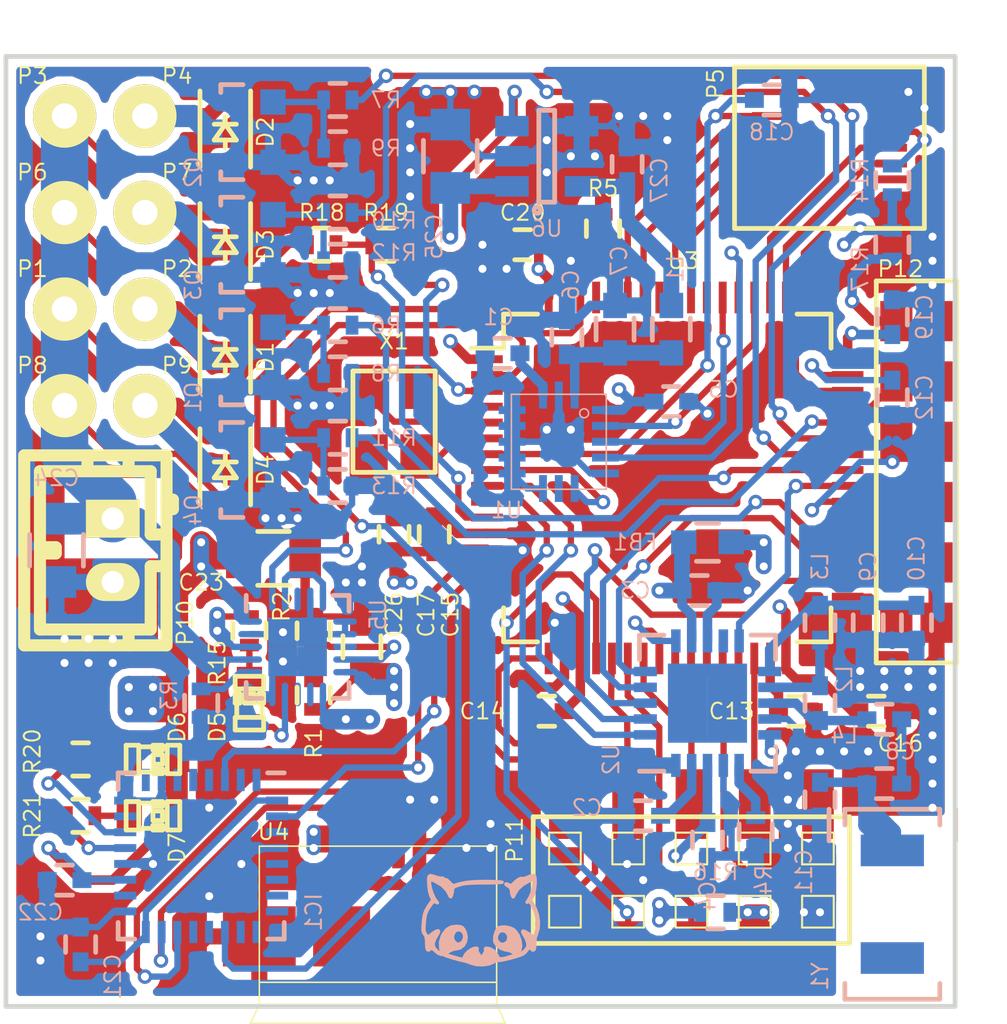
<source format=kicad_pcb>
(kicad_pcb (version 4) (host pcbnew "(2015-04-25 BZR 5623)-product")
  (layers (0 F.Cu signal) (1 PwrPos.Cu power hide) (2 PwrNeg.Cu power hide) (31 B.Cu signal) (34 B.Paste user) (35 F.Paste user) (36 B.SilkS user) (37 F.SilkS user) (38 B.Mask user) (39 F.Mask user) (44 Edge.Cuts user))
  (net 0 "")
  (net 1 "Net-(C1-Pad1)")
  (net 2 GND)
  (net 3 "Net-(C2-Pad1)")
  (net 4 "Net-(C3-Pad1)")
  (net 5 VDD)
  (net 6 "Net-(C6-Pad1)")
  (net 7 "Net-(C11-Pad2)")
  (net 8 "Net-(C8-Pad2)")
  (net 9 "Net-(C10-Pad1)")
  (net 10 "Net-(C12-Pad1)")
  (net 11 "Net-(C13-Pad1)")
  (net 12 /Microcontroller/NRST)
  (net 13 "Net-(C21-Pad1)")
  (net 14 +5V)
  (net 15 +BATT)
  (net 16 "Net-(C25-Pad1)")
  (net 17 VAA)
  (net 18 "Net-(D1-Pad1)")
  (net 19 "Net-(D2-Pad1)")
  (net 20 "Net-(D3-Pad1)")
  (net 21 "Net-(D4-Pad1)")
  (net 22 "Net-(D5-Pad2)")
  (net 23 "Net-(D5-Pad1)")
  (net 24 /Power/FTDI_RXD)
  (net 25 "Net-(IC1-Pad3)")
  (net 26 "Net-(IC1-Pad6)")
  (net 27 "Net-(IC1-Pad7)")
  (net 28 "Net-(IC1-Pad8)")
  (net 29 "Net-(IC1-Pad9)")
  (net 30 "Net-(IC1-Pad10)")
  (net 31 /Microcontroller/PWREN#)
  (net 32 "Net-(IC1-Pad14)")
  (net 33 "Net-(IC1-Pad15)")
  (net 34 "Net-(IC1-Pad18)")
  (net 35 "Net-(IC1-Pad21)")
  (net 36 "Net-(IC1-Pad22)")
  (net 37 "Net-(IC1-Pad27)")
  (net 38 "Net-(IC1-Pad28)")
  (net 39 /Power/FTDI_TXD)
  (net 40 "Net-(IC1-Pad31)")
  (net 41 "Net-(IC1-Pad32)")
  (net 42 "Net-(L2-Pad1)")
  (net 43 "Net-(L2-Pad2)")
  (net 44 /Microcontroller/TCK/SWDCLK)
  (net 45 /Microcontroller/TDO/SWO)
  (net 46 /Microcontroller/TMS/SWDIO)
  (net 47 /Microcontroller/DB_TX)
  (net 48 /Microcontroller/TDI)
  (net 49 "Net-(P5-Pad4)")
  (net 50 /Microcontroller/NJTRST)
  (net 51 /Microcontroller/DB_RX)
  (net 52 "Net-(Q1-Pad1)")
  (net 53 "Net-(Q2-Pad1)")
  (net 54 "Net-(Q3-Pad1)")
  (net 55 "Net-(Q4-Pad1)")
  (net 56 "Net-(R1-Pad2)")
  (net 57 "Net-(R3-Pad1)")
  (net 58 "Net-(R4-Pad1)")
  (net 59 "Net-(R5-Pad2)")
  (net 60 /Microcontroller/M1)
  (net 61 /Microcontroller/M3)
  (net 62 /Microcontroller/M2)
  (net 63 /Microcontroller/M4)
  (net 64 "/Mems and Radio/MEMS_SCLK")
  (net 65 "/Mems and Radio/MEMS_MOSI")
  (net 66 "/Mems and Radio/MEMS_MISO")
  (net 67 "/Mems and Radio/MEMS_INT")
  (net 68 "Net-(U1-Pad7)")
  (net 69 "/Mems and Radio/NRF24_CE")
  (net 70 "/Mems and Radio/NRF24_CSN")
  (net 71 "/Mems and Radio/NRF24_SCK")
  (net 72 "/Mems and Radio/NRF24_MOSI")
  (net 73 "/Mems and Radio/NRF24_MISO")
  (net 74 "/Mems and Radio/NRF24_IRQ")
  (net 75 "Net-(U2-Pad9)")
  (net 76 "/Mems and Radio/NRF24_OSC")
  (net 77 "Net-(U3-Pad4)")
  (net 78 "Net-(U3-Pad5)")
  (net 79 "Net-(U3-Pad6)")
  (net 80 "Net-(U3-Pad25)")
  (net 81 "Net-(U3-Pad26)")
  (net 82 "Net-(U3-Pad27)")
  (net 83 "Net-(U3-Pad28)")
  (net 84 "Net-(U3-Pad54)")
  (net 85 "Net-(U3-Pad57)")
  (net 86 "Net-(U3-Pad61)")
  (net 87 "Net-(U4-Pad4)")
  (net 88 "Net-(U5-Pad2)")
  (net 89 "Net-(U5-Pad3)")
  (net 90 "Net-(U5-Pad8)")
  (net 91 "Net-(U5-Pad12)")
  (net 92 "Net-(U5-Pad13)")
  (net 93 "Net-(Y1-Pad2)")
  (net 94 /Microcontroller/CON_TX)
  (net 95 /Microcontroller/CON_RX)
  (net 96 /Microcontroller/CON_DAC)
  (net 97 /Microcontroller/CON_CLK)
  (net 98 /Microcontroller/CON_MISO)
  (net 99 /Microcontroller/CON_MOSI)
  (net 100 /Microcontroller/CON_SCL)
  (net 101 /Microcontroller/CON_SDA)
  (net 102 "Net-(P11-Pad7)")
  (net 103 /Microcontroller/HPWR)
  (net 104 /Microcontroller/PAD1)
  (net 105 /Microcontroller/PAD2)
  (net 106 /Microcontroller/PAD3)
  (net 107 /Microcontroller/PAD4)
  (net 108 /Microcontroller/PAD5)
  (net 109 "Net-(P12-Pad1)")
  (net 110 "Net-(D6-Pad2)")
  (net 111 "Net-(D7-Pad2)")
  (net 112 /Microcontroller/VBAT)
  (net 113 /Microcontroller/VBAT0)
  (module w_conn_jst-ph:b2b-ph-kl (layer F.Cu) (at 103.378 85.598 270)
    (fp_text reference P10 (at 2.286 -2.286 270) (layer F.SilkS) (effects (font (size 0.5 0.5) (thickness 0.0635))))
    (fp_text value CONN_01X02 hide)
    (pad 1 thru_hole rect (at -1.00076 0 270) (size 1.19888 1.69926) (drill 0.70104) (layers *.Cu *.Mask F.SilkS) (net 15 +BATT))
    (pad 2 thru_hole oval (at 1.00076 0 270) (size 1.19888 1.69926) (drill 0.70104) (layers *.Cu *.Mask F.SilkS) (net 2 GND))
  )
  (module DF23C-10DP-0.5V:DF23C-10DP-0.5V (layer F.Cu) (at 124.079 71.882 270)
    (fp_text reference P5 (at -1.016 1.651 270) (layer F.SilkS) (effects (font (size 0.5 0.5) (thickness 0.0635))))
    (fp_text value JTAG_DB hide)
    (pad 1 smd rect (at 0 0 270) (size 0.25 1) (layers F.Cu F.Paste F.Mask) (net 12 /Microcontroller/NRST))
    (pad 3 smd rect (at 0.5 0 270) (size 0.25 1) (layers F.Cu F.Paste F.Mask) (net 51 /Microcontroller/DB_RX))
    (pad 5 smd rect (at 1 0 270) (size 0.25 1) (layers F.Cu F.Paste F.Mask) (net 47 /Microcontroller/DB_TX))
    (pad 7 smd rect (at 1.5 0 270) (size 0.25 1) (layers F.Cu F.Paste F.Mask) (net 50 /Microcontroller/NJTRST))
    (pad 9 smd rect (at 2 0 270) (size 0.25 1) (layers F.Cu F.Paste F.Mask) (net 45 /Microcontroller/TDO/SWO))
    (pad 2 smd rect (at 0 -3.9 270) (size 0.25 1) (layers F.Cu F.Paste F.Mask) (net 2 GND))
    (pad 4 smd rect (at 0.5 -3.9 270) (size 0.25 1) (layers F.Cu F.Paste F.Mask) (net 49 "Net-(P5-Pad4)"))
    (pad 6 smd rect (at 1 -3.9 270) (size 0.25 1) (layers F.Cu F.Paste F.Mask) (net 48 /Microcontroller/TDI))
    (pad 8 smd rect (at 1.5 -3.9 270) (size 0.25 1) (layers F.Cu F.Paste F.Mask) (net 44 /Microcontroller/TCK/SWDCLK))
    (pad 10 smd rect (at 2 -3.9 270) (size 0.25 1) (layers F.Cu F.Paste F.Mask) (net 46 /Microcontroller/TMS/SWDIO))
  )
  (module ANTENNA-JOHANSON-2.45GHZ:ANTENNA-JOHANSON-2.45GHZ (layer B.Cu) (at 128.016 96.774 90)
    (fp_text reference Y1 (at -2.286 -2.286 90) (layer B.SilkS) (effects (font (size 0.5 0.5) (thickness 0.0635)) (justify mirror)))
    (fp_text value CHIP_ANTENNA hide)
    (pad 1 smd rect (at 1.69926 0 90) (size 1.00076 1.99898) (layers B.Cu B.Paste B.Mask) (net 7 "Net-(C11-Pad2)"))
    (pad 2 smd rect (at -1.69926 0 90) (size 1.00076 1.99898) (layers B.Cu B.Paste B.Mask) (net 93 "Net-(Y1-Pad2)"))
  )
  (module Housings_DFN_QFN:QFN-32-1EP_5x5mm_Pitch0.5mm (layer B.Cu) (at 106.172 95.25 180)
    (fp_text reference IC1 (at -3.556 -1.778 270) (layer B.SilkS) (effects (font (size 0.5 0.5) (thickness 0.0635)) (justify mirror)))
    (fp_text value FT232RQ)
    (pad 1 smd rect (at -2.4 1.75 180) (size 0.7 0.25) (layers B.Cu B.Paste B.Mask) (net 13 "Net-(C21-Pad1)"))
    (pad 2 smd rect (at -2.4 1.25 180) (size 0.7 0.25) (layers B.Cu B.Paste B.Mask) (net 24 /Power/FTDI_RXD))
    (pad 3 smd rect (at -2.4 0.75 180) (size 0.7 0.25) (layers B.Cu B.Paste B.Mask) (net 25 "Net-(IC1-Pad3)"))
    (pad 4 smd rect (at -2.4 0.25 180) (size 0.7 0.25) (layers B.Cu B.Paste B.Mask) (net 2 GND))
    (pad 5 smd rect (at -2.4 -0.25 180) (size 0.7 0.25) (layers B.Cu B.Paste B.Mask))
    (pad 6 smd rect (at -2.4 -0.75 180) (size 0.7 0.25) (layers B.Cu B.Paste B.Mask) (net 26 "Net-(IC1-Pad6)"))
    (pad 7 smd rect (at -2.4 -1.25 180) (size 0.7 0.25) (layers B.Cu B.Paste B.Mask) (net 27 "Net-(IC1-Pad7)"))
    (pad 8 smd rect (at -2.4 -1.75 180) (size 0.7 0.25) (layers B.Cu B.Paste B.Mask) (net 28 "Net-(IC1-Pad8)"))
    (pad 9 smd rect (at -1.75 -2.4 90) (size 0.7 0.25) (layers B.Cu B.Paste B.Mask) (net 29 "Net-(IC1-Pad9)"))
    (pad 10 smd rect (at -1.25 -2.4 90) (size 0.7 0.25) (layers B.Cu B.Paste B.Mask) (net 30 "Net-(IC1-Pad10)"))
    (pad 11 smd rect (at -0.75 -2.4 90) (size 0.7 0.25) (layers B.Cu B.Paste B.Mask) (net 31 /Microcontroller/PWREN#))
    (pad 12 smd rect (at -0.25 -2.4 90) (size 0.7 0.25) (layers B.Cu B.Paste B.Mask))
    (pad 13 smd rect (at 0.25 -2.4 90) (size 0.7 0.25) (layers B.Cu B.Paste B.Mask))
    (pad 14 smd rect (at 0.75 -2.4 90) (size 0.7 0.25) (layers B.Cu B.Paste B.Mask) (net 32 "Net-(IC1-Pad14)"))
    (pad 15 smd rect (at 1.25 -2.4 90) (size 0.7 0.25) (layers B.Cu B.Paste B.Mask) (net 33 "Net-(IC1-Pad15)"))
    (pad 16 smd rect (at 1.75 -2.4 90) (size 0.7 0.25) (layers B.Cu B.Paste B.Mask) (net 13 "Net-(C21-Pad1)"))
    (pad 17 smd rect (at 2.4 -1.75 180) (size 0.7 0.25) (layers B.Cu B.Paste B.Mask) (net 2 GND))
    (pad 18 smd rect (at 2.4 -1.25 180) (size 0.7 0.25) (layers B.Cu B.Paste B.Mask) (net 34 "Net-(IC1-Pad18)"))
    (pad 19 smd rect (at 2.4 -0.75 180) (size 0.7 0.25) (layers B.Cu B.Paste B.Mask) (net 14 +5V))
    (pad 20 smd rect (at 2.4 -0.25 180) (size 0.7 0.25) (layers B.Cu B.Paste B.Mask) (net 2 GND))
    (pad 21 smd rect (at 2.4 0.25 180) (size 0.7 0.25) (layers B.Cu B.Paste B.Mask) (net 35 "Net-(IC1-Pad21)"))
    (pad 22 smd rect (at 2.4 0.75 180) (size 0.7 0.25) (layers B.Cu B.Paste B.Mask) (net 36 "Net-(IC1-Pad22)"))
    (pad 23 smd rect (at 2.4 1.25 180) (size 0.7 0.25) (layers B.Cu B.Paste B.Mask))
    (pad 24 smd rect (at 2.4 1.75 180) (size 0.7 0.25) (layers B.Cu B.Paste B.Mask) (net 2 GND))
    (pad 25 smd rect (at 1.75 2.4 90) (size 0.7 0.25) (layers B.Cu B.Paste B.Mask))
    (pad 26 smd rect (at 1.25 2.4 90) (size 0.7 0.25) (layers B.Cu B.Paste B.Mask) (net 2 GND))
    (pad 27 smd rect (at 0.75 2.4 90) (size 0.7 0.25) (layers B.Cu B.Paste B.Mask) (net 37 "Net-(IC1-Pad27)"))
    (pad 28 smd rect (at 0.25 2.4 90) (size 0.7 0.25) (layers B.Cu B.Paste B.Mask) (net 38 "Net-(IC1-Pad28)"))
    (pad 29 smd rect (at -0.25 2.4 90) (size 0.7 0.25) (layers B.Cu B.Paste B.Mask))
    (pad 30 smd rect (at -0.75 2.4 90) (size 0.7 0.25) (layers B.Cu B.Paste B.Mask) (net 39 /Power/FTDI_TXD))
    (pad 31 smd rect (at -1.25 2.4 90) (size 0.7 0.25) (layers B.Cu B.Paste B.Mask) (net 40 "Net-(IC1-Pad31)"))
    (pad 32 smd rect (at -1.75 2.4 90) (size 0.7 0.25) (layers B.Cu B.Paste B.Mask) (net 41 "Net-(IC1-Pad32)"))
  )
  (module Capacitors_SMD:C_0402 (layer B.Cu) (at 115.697 79.375 180)
    (fp_text reference C1 (at 0.127 1.143 180) (layer B.SilkS) (effects (font (size 0.5 0.5) (thickness 0.0635)) (justify mirror)))
    (fp_text value 470n)
    (pad 1 smd rect (at -0.55 0 180) (size 0.6 0.5) (layers B.Cu B.Paste B.Mask) (net 1 "Net-(C1-Pad1)"))
    (pad 2 smd rect (at 0.55 0 180) (size 0.6 0.5) (layers B.Cu B.Paste B.Mask) (net 2 GND))
  )
  (module Capacitors_SMD:C_0402 (layer B.Cu) (at 120.142 93.98 180)
    (fp_text reference C2 (at 1.778 0.254 180) (layer B.SilkS) (effects (font (size 0.5 0.5) (thickness 0.0635)) (justify mirror)))
    (fp_text value 33n)
    (pad 1 smd rect (at -0.55 0 180) (size 0.6 0.5) (layers B.Cu B.Paste B.Mask) (net 3 "Net-(C2-Pad1)"))
    (pad 2 smd rect (at 0.55 0 180) (size 0.6 0.5) (layers B.Cu B.Paste B.Mask) (net 2 GND))
  )
  (module Capacitors_SMD:C_0402 (layer B.Cu) (at 121.92 86.868)
    (fp_text reference C3 (at -2.032 0) (layer B.SilkS) (effects (font (size 0.5 0.5) (thickness 0.0635)) (justify mirror)))
    (fp_text value 10n)
    (pad 1 smd rect (at -0.55 0) (size 0.6 0.5) (layers B.Cu B.Paste B.Mask) (net 4 "Net-(C3-Pad1)"))
    (pad 2 smd rect (at 0.55 0) (size 0.6 0.5) (layers B.Cu B.Paste B.Mask) (net 2 GND))
  )
  (module Capacitors_SMD:C_0402 (layer B.Cu) (at 122.174 94.742 270)
    (fp_text reference C4 (at 1.778 0 270) (layer B.SilkS) (effects (font (size 0.5 0.5) (thickness 0.0635)) (justify mirror)))
    (fp_text value 1n)
    (pad 1 smd rect (at -0.55 0 270) (size 0.6 0.5) (layers B.Cu B.Paste B.Mask) (net 4 "Net-(C3-Pad1)"))
    (pad 2 smd rect (at 0.55 0 270) (size 0.6 0.5) (layers B.Cu B.Paste B.Mask) (net 2 GND))
  )
  (module Capacitors_SMD:C_0402 (layer B.Cu) (at 121.031 80.899)
    (fp_text reference C5 (at 1.651 -0.381) (layer B.SilkS) (effects (font (size 0.5 0.5) (thickness 0.0635)) (justify mirror)))
    (fp_text value 100n)
    (pad 1 smd rect (at -0.55 0) (size 0.6 0.5) (layers B.Cu B.Paste B.Mask) (net 5 VDD))
    (pad 2 smd rect (at 0.55 0) (size 0.6 0.5) (layers B.Cu B.Paste B.Mask) (net 2 GND))
  )
  (module Capacitors_SMD:C_0402 (layer B.Cu) (at 117.729 78.867 90)
    (fp_text reference C6 (at 1.651 0.127 90) (layer B.SilkS) (effects (font (size 0.5 0.5) (thickness 0.0635)) (justify mirror)))
    (fp_text value 100n)
    (pad 1 smd rect (at -0.55 0 90) (size 0.6 0.5) (layers B.Cu B.Paste B.Mask) (net 6 "Net-(C6-Pad1)"))
    (pad 2 smd rect (at 0.55 0 90) (size 0.6 0.5) (layers B.Cu B.Paste B.Mask) (net 2 GND))
  )
  (module Capacitors_SMD:C_0603 (layer B.Cu) (at 119.253 78.613 90)
    (fp_text reference C7 (at 2.159 0.127 90) (layer B.SilkS) (effects (font (size 0.5 0.5) (thickness 0.0635)) (justify mirror)))
    (fp_text value 4u7)
    (pad 1 smd rect (at -0.75 0 90) (size 0.8 0.75) (layers B.Cu B.Paste B.Mask) (net 6 "Net-(C6-Pad1)"))
    (pad 2 smd rect (at 0.75 0 90) (size 0.8 0.75) (layers B.Cu B.Paste B.Mask) (net 2 GND))
  )
  (module Capacitors_SMD:C_0402 (layer B.Cu) (at 127.762 92.964)
    (fp_text reference C8 (at 0.508 -1.016 180) (layer B.SilkS) (effects (font (size 0.5 0.5) (thickness 0.0635)) (justify mirror)))
    (fp_text value 1p5)
    (pad 1 smd rect (at -0.55 0) (size 0.6 0.5) (layers B.Cu B.Paste B.Mask) (net 7 "Net-(C11-Pad2)"))
    (pad 2 smd rect (at 0.55 0) (size 0.6 0.5) (layers B.Cu B.Paste B.Mask) (net 8 "Net-(C8-Pad2)"))
  )
  (module Capacitors_SMD:C_0402 (layer B.Cu) (at 127.254 87.884 270)
    (fp_text reference C9 (at -1.778 0 270) (layer B.SilkS) (effects (font (size 0.5 0.5) (thickness 0.0635)) (justify mirror)))
    (fp_text value 2n2)
    (pad 1 smd rect (at -0.55 0 270) (size 0.6 0.5) (layers B.Cu B.Paste B.Mask) (net 9 "Net-(C10-Pad1)"))
    (pad 2 smd rect (at 0.55 0 270) (size 0.6 0.5) (layers B.Cu B.Paste B.Mask) (net 2 GND))
  )
  (module Capacitors_SMD:C_0402 (layer B.Cu) (at 128.778 87.884 270)
    (fp_text reference C10 (at -2.032 0 270) (layer B.SilkS) (effects (font (size 0.5 0.5) (thickness 0.0635)) (justify mirror)))
    (fp_text value 4p7)
    (pad 1 smd rect (at -0.55 0 270) (size 0.6 0.5) (layers B.Cu B.Paste B.Mask) (net 9 "Net-(C10-Pad1)"))
    (pad 2 smd rect (at 0.55 0 270) (size 0.6 0.5) (layers B.Cu B.Paste B.Mask) (net 2 GND))
  )
  (module Capacitors_SMD:C_0402 (layer B.Cu) (at 125.73 93.472 90)
    (fp_text reference C11 (at -2.286 -0.508 90) (layer B.SilkS) (effects (font (size 0.5 0.5) (thickness 0.0635)) (justify mirror)))
    (fp_text value 1p)
    (pad 1 smd rect (at -0.55 0 90) (size 0.6 0.5) (layers B.Cu B.Paste B.Mask) (net 2 GND))
    (pad 2 smd rect (at 0.55 0 90) (size 0.6 0.5) (layers B.Cu B.Paste B.Mask) (net 7 "Net-(C11-Pad2)"))
  )
  (module Capacitors_SMD:C_0402 (layer B.Cu) (at 128.016 80.772 270)
    (fp_text reference C12 (at 0 -1.016 270) (layer B.SilkS) (effects (font (size 0.5 0.5) (thickness 0.0635)) (justify mirror)))
    (fp_text value 2u2)
    (pad 1 smd rect (at -0.55 0 270) (size 0.6 0.5) (layers B.Cu B.Paste B.Mask) (net 10 "Net-(C12-Pad1)"))
    (pad 2 smd rect (at 0.55 0 270) (size 0.6 0.5) (layers B.Cu B.Paste B.Mask) (net 2 GND))
  )
  (module Capacitors_SMD:C_0402 (layer F.Cu) (at 124.968 90.678)
    (fp_text reference C13 (at -2.032 0) (layer F.SilkS) (effects (font (size 0.5 0.5) (thickness 0.0635))))
    (fp_text value 2u2)
    (pad 1 smd rect (at -0.55 0) (size 0.6 0.5) (layers F.Cu F.Paste F.Mask) (net 11 "Net-(C13-Pad1)"))
    (pad 2 smd rect (at 0.55 0) (size 0.6 0.5) (layers F.Cu F.Paste F.Mask) (net 2 GND))
  )
  (module Capacitors_SMD:C_0402 (layer F.Cu) (at 117.094 90.678 180)
    (fp_text reference C14 (at 2.032 0 180) (layer F.SilkS) (effects (font (size 0.5 0.5) (thickness 0.0635))))
    (fp_text value 100n)
    (pad 1 smd rect (at -0.55 0 180) (size 0.6 0.5) (layers F.Cu F.Paste F.Mask) (net 5 VDD))
    (pad 2 smd rect (at 0.55 0 180) (size 0.6 0.5) (layers F.Cu F.Paste F.Mask) (net 2 GND))
  )
  (module Capacitors_SMD:C_0402 (layer F.Cu) (at 113.538 85.09 90)
    (fp_text reference C15 (at -2.54 0.508 90) (layer F.SilkS) (effects (font (size 0.5 0.5) (thickness 0.0635))))
    (fp_text value 10n)
    (pad 1 smd rect (at -0.55 0 90) (size 0.6 0.5) (layers F.Cu F.Paste F.Mask) (net 5 VDD))
    (pad 2 smd rect (at 0.55 0 90) (size 0.6 0.5) (layers F.Cu F.Paste F.Mask) (net 2 GND))
  )
  (module Capacitors_SMD:C_0402 (layer F.Cu) (at 127.508 90.678)
    (fp_text reference C16 (at 0.762 1.016) (layer F.SilkS) (effects (font (size 0.5 0.5) (thickness 0.0635))))
    (fp_text value 100n)
    (pad 1 smd rect (at -0.55 0) (size 0.6 0.5) (layers F.Cu F.Paste F.Mask) (net 5 VDD))
    (pad 2 smd rect (at 0.55 0) (size 0.6 0.5) (layers F.Cu F.Paste F.Mask) (net 2 GND))
  )
  (module Capacitors_SMD:C_0402 (layer F.Cu) (at 112.268 85.09 90)
    (fp_text reference C17 (at -2.54 1.016 90) (layer F.SilkS) (effects (font (size 0.5 0.5) (thickness 0.0635))))
    (fp_text value 1u)
    (pad 1 smd rect (at -0.55 0 90) (size 0.6 0.5) (layers F.Cu F.Paste F.Mask) (net 5 VDD))
    (pad 2 smd rect (at 0.55 0 90) (size 0.6 0.5) (layers F.Cu F.Paste F.Mask) (net 2 GND))
  )
  (module Capacitors_SMD:C_0402 (layer B.Cu) (at 124.206 71.374)
    (fp_text reference C18 (at 0 1.016) (layer B.SilkS) (effects (font (size 0.5 0.5) (thickness 0.0635)) (justify mirror)))
    (fp_text value 100n)
    (pad 1 smd rect (at -0.55 0) (size 0.6 0.5) (layers B.Cu B.Paste B.Mask) (net 12 /Microcontroller/NRST))
    (pad 2 smd rect (at 0.55 0) (size 0.6 0.5) (layers B.Cu B.Paste B.Mask) (net 2 GND))
  )
  (module Capacitors_SMD:C_0402 (layer B.Cu) (at 128.016 78.232 90)
    (fp_text reference C19 (at 0 1.016 90) (layer B.SilkS) (effects (font (size 0.5 0.5) (thickness 0.0635)) (justify mirror)))
    (fp_text value 100n)
    (pad 1 smd rect (at -0.55 0 90) (size 0.6 0.5) (layers B.Cu B.Paste B.Mask) (net 5 VDD))
    (pad 2 smd rect (at 0.55 0 90) (size 0.6 0.5) (layers B.Cu B.Paste B.Mask) (net 2 GND))
  )
  (module Capacitors_SMD:C_0402 (layer F.Cu) (at 116.332 75.946 180)
    (fp_text reference C20 (at 0 1.016 180) (layer F.SilkS) (effects (font (size 0.5 0.5) (thickness 0.0635))))
    (fp_text value 100n)
    (pad 1 smd rect (at -0.55 0 180) (size 0.6 0.5) (layers F.Cu F.Paste F.Mask) (net 5 VDD))
    (pad 2 smd rect (at 0.55 0 180) (size 0.6 0.5) (layers F.Cu F.Paste F.Mask) (net 2 GND))
  )
  (module Capacitors_SMD:C_0402 (layer B.Cu) (at 102.362 98.044 90)
    (fp_text reference C21 (at -1.016 1.016 90) (layer B.SilkS) (effects (font (size 0.5 0.5) (thickness 0.0635)) (justify mirror)))
    (fp_text value 100n)
    (pad 1 smd rect (at -0.55 0 90) (size 0.6 0.5) (layers B.Cu B.Paste B.Mask) (net 13 "Net-(C21-Pad1)"))
    (pad 2 smd rect (at 0.55 0 90) (size 0.6 0.5) (layers B.Cu B.Paste B.Mask) (net 2 GND))
  )
  (module Capacitors_SMD:C_0402 (layer B.Cu) (at 101.854 96.012 180)
    (fp_text reference C22 (at 0.762 -1.016 360) (layer B.SilkS) (effects (font (size 0.5 0.5) (thickness 0.0635)) (justify mirror)))
    (fp_text value 100n)
    (pad 1 smd rect (at -0.55 0 180) (size 0.6 0.5) (layers B.Cu B.Paste B.Mask) (net 14 +5V))
    (pad 2 smd rect (at 0.55 0 180) (size 0.6 0.5) (layers B.Cu B.Paste B.Mask) (net 2 GND))
  )
  (module Capacitors_SMD:C_0805 (layer F.Cu) (at 108.458 85.852)
    (fp_text reference C23 (at -2.286 0.762 180) (layer F.SilkS) (effects (font (size 0.5 0.5) (thickness 0.0635))))
    (fp_text value 10u)
    (pad 1 smd rect (at -1 0) (size 1 1.25) (layers F.Cu F.Paste F.Mask) (net 14 +5V))
    (pad 2 smd rect (at 1 0) (size 1 1.25) (layers F.Cu F.Paste F.Mask) (net 2 GND))
  )
  (module Capacitors_SMD:C_0805 (layer B.Cu) (at 101.6 85.598 270)
    (fp_text reference C24 (at -2.286 0 360) (layer B.SilkS) (effects (font (size 0.5 0.5) (thickness 0.0635)) (justify mirror)))
    (fp_text value 22u)
    (pad 1 smd rect (at -1 0 270) (size 1 1.25) (layers B.Cu B.Paste B.Mask) (net 15 +BATT))
    (pad 2 smd rect (at 1 0 270) (size 1 1.25) (layers B.Cu B.Paste B.Mask) (net 2 GND))
  )
  (module Capacitors_SMD:C_0805 (layer B.Cu) (at 114.046 73.152 90)
    (fp_text reference C25 (at -2.54 -0.508 270) (layer B.SilkS) (effects (font (size 0.5 0.5) (thickness 0.0635)) (justify mirror)))
    (fp_text value 10u)
    (pad 1 smd rect (at -1 0 90) (size 1 1.25) (layers B.Cu B.Paste B.Mask) (net 16 "Net-(C25-Pad1)"))
    (pad 2 smd rect (at 1 0 90) (size 1 1.25) (layers B.Cu B.Paste B.Mask) (net 2 GND))
  )
  (module Capacitors_SMD:C_0603 (layer F.Cu) (at 111.252 88.646 90)
    (fp_text reference C26 (at 1.016 1.016 90) (layer F.SilkS) (effects (font (size 0.5 0.5) (thickness 0.0635))))
    (fp_text value 4u7)
    (pad 1 smd rect (at -0.75 0 90) (size 0.8 0.75) (layers F.Cu F.Paste F.Mask) (net 5 VDD))
    (pad 2 smd rect (at 0.75 0 90) (size 0.8 0.75) (layers F.Cu F.Paste F.Mask) (net 2 GND))
  )
  (module Capacitors_SMD:C_0402 (layer B.Cu) (at 119.634 73.406 90)
    (fp_text reference C27 (at -0.508 1.016 90) (layer B.SilkS) (effects (font (size 0.5 0.5) (thickness 0.0635)) (justify mirror)))
    (fp_text value 1u)
    (pad 1 smd rect (at -0.55 0 90) (size 0.6 0.5) (layers B.Cu B.Paste B.Mask) (net 17 VAA))
    (pad 2 smd rect (at 0.55 0 90) (size 0.6 0.5) (layers B.Cu B.Paste B.Mask) (net 2 GND))
  )
  (module Diodes_SMD:SOD-323 (layer F.Cu) (at 106.934 79.502 270)
    (fp_text reference D1 (at 0 -1.27 270) (layer F.SilkS) (effects (font (size 0.5 0.5) (thickness 0.0635))))
    (fp_text value BAT54WS)
    (pad 1 smd rect (at -1.055 0 270) (size 0.59 0.45) (layers F.Cu F.Paste F.Mask) (net 18 "Net-(D1-Pad1)"))
    (pad 2 smd rect (at 1.055 0 270) (size 0.59 0.45) (layers F.Cu F.Paste F.Mask) (net 15 +BATT))
  )
  (module Diodes_SMD:SOD-323 (layer F.Cu) (at 106.934 72.39 270)
    (fp_text reference D2 (at 0 -1.27 270) (layer F.SilkS) (effects (font (size 0.5 0.5) (thickness 0.0635))))
    (fp_text value BAT54WS)
    (pad 1 smd rect (at -1.055 0 270) (size 0.59 0.45) (layers F.Cu F.Paste F.Mask) (net 19 "Net-(D2-Pad1)"))
    (pad 2 smd rect (at 1.055 0 270) (size 0.59 0.45) (layers F.Cu F.Paste F.Mask) (net 15 +BATT))
  )
  (module Diodes_SMD:SOD-323 (layer F.Cu) (at 106.934 75.946 270)
    (fp_text reference D3 (at 0 -1.27 270) (layer F.SilkS) (effects (font (size 0.5 0.5) (thickness 0.0635))))
    (fp_text value BAT54WS)
    (pad 1 smd rect (at -1.055 0 270) (size 0.59 0.45) (layers F.Cu F.Paste F.Mask) (net 20 "Net-(D3-Pad1)"))
    (pad 2 smd rect (at 1.055 0 270) (size 0.59 0.45) (layers F.Cu F.Paste F.Mask) (net 15 +BATT))
  )
  (module Diodes_SMD:SOD-323 (layer F.Cu) (at 106.934 83.058 270)
    (fp_text reference D4 (at 0 -1.27 270) (layer F.SilkS) (effects (font (size 0.5 0.5) (thickness 0.0635))))
    (fp_text value BAT54WS)
    (pad 1 smd rect (at -1.055 0 270) (size 0.59 0.45) (layers F.Cu F.Paste F.Mask) (net 21 "Net-(D4-Pad1)"))
    (pad 2 smd rect (at 1.055 0 270) (size 0.59 0.45) (layers F.Cu F.Paste F.Mask) (net 15 +BATT))
  )
  (module LEDs:LED-0603 (layer F.Cu) (at 107.696 90.424 270)
    (fp_text reference D5 (at 0.762 1.016 270) (layer F.SilkS) (effects (font (size 0.5 0.5) (thickness 0.0635))))
    (fp_text value LED)
    (pad 2 smd rect (at 0.7493 0 90) (size 0.79756 0.79756) (layers F.Cu F.Paste F.Mask) (net 22 "Net-(D5-Pad2)"))
    (pad 1 smd rect (at -0.7493 0 90) (size 0.79756 0.79756) (layers F.Cu F.Paste F.Mask) (net 23 "Net-(D5-Pad1)"))
  )
  (module Capacitors_SMD:C_0603 (layer B.Cu) (at 122.174 85.344)
    (fp_text reference FB1 (at -2.286 0) (layer B.SilkS) (effects (font (size 0.5 0.5) (thickness 0.0635)) (justify mirror)))
    (fp_text value 600R@100MHz)
    (pad 1 smd rect (at -0.75 0) (size 0.8 0.75) (layers B.Cu B.Paste B.Mask) (net 4 "Net-(C3-Pad1)"))
    (pad 2 smd rect (at 0.75 0) (size 0.8 0.75) (layers B.Cu B.Paste B.Mask) (net 5 VDD))
  )
  (module Capacitors_SMD:C_0603 (layer B.Cu) (at 121.031 78.613 270)
    (fp_text reference L1 (at -1.905 -0.127 270) (layer B.SilkS) (effects (font (size 0.5 0.5) (thickness 0.0635)) (justify mirror)))
    (fp_text value 2u2)
    (pad 1 smd rect (at -0.75 0 270) (size 0.8 0.75) (layers B.Cu B.Paste B.Mask) (net 17 VAA))
    (pad 2 smd rect (at 0.75 0 270) (size 0.8 0.75) (layers B.Cu B.Paste B.Mask) (net 6 "Net-(C6-Pad1)"))
  )
  (module Capacitors_SMD:C_0402 (layer B.Cu) (at 125.73 90.424 270)
    (fp_text reference L2 (at -0.762 -0.762 270) (layer B.SilkS) (effects (font (size 0.5 0.5) (thickness 0.0635)) (justify mirror)))
    (fp_text value 8n2)
    (pad 1 smd rect (at -0.55 0 270) (size 0.6 0.5) (layers B.Cu B.Paste B.Mask) (net 42 "Net-(L2-Pad1)"))
    (pad 2 smd rect (at 0.55 0 270) (size 0.6 0.5) (layers B.Cu B.Paste B.Mask) (net 43 "Net-(L2-Pad2)"))
  )
  (module Capacitors_SMD:C_0402 (layer B.Cu) (at 125.73 87.884 90)
    (fp_text reference L3 (at 1.778 0 90) (layer B.SilkS) (effects (font (size 0.5 0.5) (thickness 0.0635)) (justify mirror)))
    (fp_text value 2n7)
    (pad 1 smd rect (at -0.55 0 90) (size 0.6 0.5) (layers B.Cu B.Paste B.Mask) (net 42 "Net-(L2-Pad1)"))
    (pad 2 smd rect (at 0.55 0 90) (size 0.6 0.5) (layers B.Cu B.Paste B.Mask) (net 9 "Net-(C10-Pad1)"))
  )
  (module Capacitors_SMD:C_0402 (layer B.Cu) (at 127.762 90.932)
    (fp_text reference L4 (at -1.27 0.508) (layer B.SilkS) (effects (font (size 0.5 0.5) (thickness 0.0635)) (justify mirror)))
    (fp_text value 3n9)
    (pad 1 smd rect (at -0.55 0) (size 0.6 0.5) (layers B.Cu B.Paste B.Mask) (net 43 "Net-(L2-Pad2)"))
    (pad 2 smd rect (at 0.55 0) (size 0.6 0.5) (layers B.Cu B.Paste B.Mask) (net 8 "Net-(C8-Pad2)"))
  )
  (module Wire_Pads:SolderWirePad_single_0-8mmDrill (layer F.Cu) (at 101.854 77.978)
    (fp_text reference P1 (at -1.016 -1.27) (layer F.SilkS) (effects (font (size 0.5 0.5) (thickness 0.0635))))
    (fp_text value M1P)
    (pad 1 thru_hole circle (at 0 0) (size 1.99898 1.99898) (drill 0.8001) (layers *.Cu *.Mask F.SilkS) (net 15 +BATT))
  )
  (module Wire_Pads:SolderWirePad_single_0-8mmDrill (layer F.Cu) (at 104.394 77.978)
    (fp_text reference P2 (at 1.016 -1.27) (layer F.SilkS) (effects (font (size 0.5 0.5) (thickness 0.0635))))
    (fp_text value M1N)
    (pad 1 thru_hole circle (at 0 0) (size 1.99898 1.99898) (drill 0.8001) (layers *.Cu *.Mask F.SilkS) (net 18 "Net-(D1-Pad1)"))
  )
  (module Wire_Pads:SolderWirePad_single_0-8mmDrill (layer F.Cu) (at 101.854 71.882)
    (fp_text reference P3 (at -1.016 -1.27) (layer F.SilkS) (effects (font (size 0.5 0.5) (thickness 0.0635))))
    (fp_text value M3P)
    (pad 1 thru_hole circle (at 0 0) (size 1.99898 1.99898) (drill 0.8001) (layers *.Cu *.Mask F.SilkS) (net 15 +BATT))
  )
  (module Wire_Pads:SolderWirePad_single_0-8mmDrill (layer F.Cu) (at 104.394 71.882)
    (fp_text reference P4 (at 1.016 -1.27) (layer F.SilkS) (effects (font (size 0.5 0.5) (thickness 0.0635))))
    (fp_text value M3N)
    (pad 1 thru_hole circle (at 0 0) (size 1.99898 1.99898) (drill 0.8001) (layers *.Cu *.Mask F.SilkS) (net 19 "Net-(D2-Pad1)"))
  )
  (module Wire_Pads:SolderWirePad_single_0-8mmDrill (layer F.Cu) (at 101.854 74.93)
    (fp_text reference P6 (at -1.016 -1.27) (layer F.SilkS) (effects (font (size 0.5 0.5) (thickness 0.0635))))
    (fp_text value M2P)
    (pad 1 thru_hole circle (at 0 0) (size 1.99898 1.99898) (drill 0.8001) (layers *.Cu *.Mask F.SilkS) (net 15 +BATT))
  )
  (module Wire_Pads:SolderWirePad_single_0-8mmDrill (layer F.Cu) (at 104.394 74.93)
    (fp_text reference P7 (at 1.016 -1.27) (layer F.SilkS) (effects (font (size 0.5 0.5) (thickness 0.0635))))
    (fp_text value M2N)
    (pad 1 thru_hole circle (at 0 0) (size 1.99898 1.99898) (drill 0.8001) (layers *.Cu *.Mask F.SilkS) (net 20 "Net-(D3-Pad1)"))
  )
  (module Wire_Pads:SolderWirePad_single_0-8mmDrill (layer F.Cu) (at 101.854 81.026)
    (fp_text reference P8 (at -1.016 -1.27) (layer F.SilkS) (effects (font (size 0.5 0.5) (thickness 0.0635))))
    (fp_text value M4P)
    (pad 1 thru_hole circle (at 0 0) (size 1.99898 1.99898) (drill 0.8001) (layers *.Cu *.Mask F.SilkS) (net 15 +BATT))
  )
  (module Wire_Pads:SolderWirePad_single_0-8mmDrill (layer F.Cu) (at 104.394 81.026)
    (fp_text reference P9 (at 1.016 -1.27) (layer F.SilkS) (effects (font (size 0.5 0.5) (thickness 0.0635))))
    (fp_text value M4N)
    (pad 1 thru_hole circle (at 0 0) (size 1.99898 1.99898) (drill 0.8001) (layers *.Cu *.Mask F.SilkS) (net 21 "Net-(D4-Pad1)"))
  )
  (module Housings_SOT-23_SOT-143_TSOT-6:SOT-23 (layer B.Cu) (at 107.442 79.502 270)
    (fp_text reference Q1 (at 1.27 1.524 270) (layer B.SilkS) (effects (font (size 0.5 0.5) (thickness 0.0635)) (justify mirror)))
    (fp_text value IRFML8244)
    (pad 1 smd rect (at -0.95 -1.00076 270) (size 0.8001 0.8001) (layers B.Cu B.Paste B.Mask) (net 52 "Net-(Q1-Pad1)"))
    (pad 2 smd rect (at 0.95 -1.00076 270) (size 0.8001 0.8001) (layers B.Cu B.Paste B.Mask) (net 2 GND))
    (pad 3 smd rect (at 0 0.99822 270) (size 0.8001 0.8001) (layers B.Cu B.Paste B.Mask) (net 18 "Net-(D1-Pad1)"))
  )
  (module Housings_SOT-23_SOT-143_TSOT-6:SOT-23 (layer B.Cu) (at 107.442 72.39 270)
    (fp_text reference Q2 (at 1.27 1.524 270) (layer B.SilkS) (effects (font (size 0.5 0.5) (thickness 0.0635)) (justify mirror)))
    (fp_text value IRFML8244)
    (pad 1 smd rect (at -0.95 -1.00076 270) (size 0.8001 0.8001) (layers B.Cu B.Paste B.Mask) (net 53 "Net-(Q2-Pad1)"))
    (pad 2 smd rect (at 0.95 -1.00076 270) (size 0.8001 0.8001) (layers B.Cu B.Paste B.Mask) (net 2 GND))
    (pad 3 smd rect (at 0 0.99822 270) (size 0.8001 0.8001) (layers B.Cu B.Paste B.Mask) (net 19 "Net-(D2-Pad1)"))
  )
  (module Housings_SOT-23_SOT-143_TSOT-6:SOT-23 (layer B.Cu) (at 107.442 75.946 270)
    (fp_text reference Q3 (at 1.27 1.524 270) (layer B.SilkS) (effects (font (size 0.5 0.5) (thickness 0.0635)) (justify mirror)))
    (fp_text value IRFML8244)
    (pad 1 smd rect (at -0.95 -1.00076 270) (size 0.8001 0.8001) (layers B.Cu B.Paste B.Mask) (net 54 "Net-(Q3-Pad1)"))
    (pad 2 smd rect (at 0.95 -1.00076 270) (size 0.8001 0.8001) (layers B.Cu B.Paste B.Mask) (net 2 GND))
    (pad 3 smd rect (at 0 0.99822 270) (size 0.8001 0.8001) (layers B.Cu B.Paste B.Mask) (net 20 "Net-(D3-Pad1)"))
  )
  (module Housings_SOT-23_SOT-143_TSOT-6:SOT-23 (layer B.Cu) (at 107.442 83.058 270)
    (fp_text reference Q4 (at 1.27 1.524 270) (layer B.SilkS) (effects (font (size 0.5 0.5) (thickness 0.0635)) (justify mirror)))
    (fp_text value IRFML8244)
    (pad 1 smd rect (at -0.95 -1.00076 270) (size 0.8001 0.8001) (layers B.Cu B.Paste B.Mask) (net 55 "Net-(Q4-Pad1)"))
    (pad 2 smd rect (at 0.95 -1.00076 270) (size 0.8001 0.8001) (layers B.Cu B.Paste B.Mask) (net 2 GND))
    (pad 3 smd rect (at 0 0.99822 270) (size 0.8001 0.8001) (layers B.Cu B.Paste B.Mask) (net 21 "Net-(D4-Pad1)"))
  )
  (module Resistors_SMD:R_0402 (layer F.Cu) (at 109.728 90.17 90)
    (fp_text reference R1 (at -1.524 0 90) (layer F.SilkS) (effects (font (size 0.5 0.5) (thickness 0.0635))))
    (fp_text value 560k)
    (pad 1 smd rect (at -0.45 0 90) (size 0.4 0.6) (layers F.Cu F.Paste F.Mask) (net 5 VDD))
    (pad 2 smd rect (at 0.45 0 90) (size 0.4 0.6) (layers F.Cu F.Paste F.Mask) (net 56 "Net-(R1-Pad2)"))
  )
  (module Resistors_SMD:R_0402 (layer F.Cu) (at 109.728 88.138 90)
    (fp_text reference R2 (at 0.762 -1.016 90) (layer F.SilkS) (effects (font (size 0.5 0.5) (thickness 0.0635))))
    (fp_text value 180k)
    (pad 1 smd rect (at -0.45 0 90) (size 0.4 0.6) (layers F.Cu F.Paste F.Mask) (net 56 "Net-(R1-Pad2)"))
    (pad 2 smd rect (at 0.45 0 90) (size 0.4 0.6) (layers F.Cu F.Paste F.Mask) (net 2 GND))
  )
  (module Resistors_SMD:R_0402 (layer B.Cu) (at 106.172 90.424 270)
    (fp_text reference R3 (at -0.254 1.016 270) (layer B.SilkS) (effects (font (size 0.5 0.5) (thickness 0.0635)) (justify mirror)))
    (fp_text value 3k6)
    (pad 1 smd rect (at -0.45 0 270) (size 0.4 0.6) (layers B.Cu B.Paste B.Mask) (net 57 "Net-(R3-Pad1)"))
    (pad 2 smd rect (at 0.45 0 270) (size 0.4 0.6) (layers B.Cu B.Paste B.Mask) (net 2 GND))
  )
  (module Resistors_SMD:R_0402 (layer B.Cu) (at 123.698 94.488 270)
    (fp_text reference R4 (at 1.524 -0.254 270) (layer B.SilkS) (effects (font (size 0.5 0.5) (thickness 0.0635)) (justify mirror)))
    (fp_text value 22k)
    (pad 1 smd rect (at -0.45 0 270) (size 0.4 0.6) (layers B.Cu B.Paste B.Mask) (net 58 "Net-(R4-Pad1)"))
    (pad 2 smd rect (at 0.45 0 270) (size 0.4 0.6) (layers B.Cu B.Paste B.Mask) (net 2 GND))
  )
  (module Resistors_SMD:R_0402 (layer F.Cu) (at 118.872 75.438 270)
    (fp_text reference R5 (at -1.27 0 360) (layer F.SilkS) (effects (font (size 0.5 0.5) (thickness 0.0635))))
    (fp_text value 10k)
    (pad 1 smd rect (at -0.45 0 270) (size 0.4 0.6) (layers F.Cu F.Paste F.Mask) (net 2 GND))
    (pad 2 smd rect (at 0.45 0 270) (size 0.4 0.6) (layers F.Cu F.Paste F.Mask) (net 59 "Net-(R5-Pad2)"))
  )
  (module Resistors_SMD:R_0402 (layer B.Cu) (at 110.49 78.486)
    (fp_text reference R6 (at 1.524 0) (layer B.SilkS) (effects (font (size 0.5 0.5) (thickness 0.0635)) (justify mirror)))
    (fp_text value 100)
    (pad 1 smd rect (at -0.45 0) (size 0.4 0.6) (layers B.Cu B.Paste B.Mask) (net 52 "Net-(Q1-Pad1)"))
    (pad 2 smd rect (at 0.45 0) (size 0.4 0.6) (layers B.Cu B.Paste B.Mask) (net 60 /Microcontroller/M1))
  )
  (module Resistors_SMD:R_0402 (layer B.Cu) (at 110.49 71.374)
    (fp_text reference R7 (at 1.524 0 180) (layer B.SilkS) (effects (font (size 0.5 0.5) (thickness 0.0635)) (justify mirror)))
    (fp_text value 100)
    (pad 1 smd rect (at -0.45 0) (size 0.4 0.6) (layers B.Cu B.Paste B.Mask) (net 53 "Net-(Q2-Pad1)"))
    (pad 2 smd rect (at 0.45 0) (size 0.4 0.6) (layers B.Cu B.Paste B.Mask) (net 61 /Microcontroller/M3))
  )
  (module Resistors_SMD:R_0402 (layer B.Cu) (at 110.49 80.01)
    (fp_text reference R8 (at 1.524 0) (layer B.SilkS) (effects (font (size 0.5 0.5) (thickness 0.0635)) (justify mirror)))
    (fp_text value 10k)
    (pad 1 smd rect (at -0.45 0) (size 0.4 0.6) (layers B.Cu B.Paste B.Mask) (net 52 "Net-(Q1-Pad1)"))
    (pad 2 smd rect (at 0.45 0) (size 0.4 0.6) (layers B.Cu B.Paste B.Mask) (net 2 GND))
  )
  (module Resistors_SMD:R_0402 (layer B.Cu) (at 110.49 72.898)
    (fp_text reference R9 (at 1.524 0 180) (layer B.SilkS) (effects (font (size 0.5 0.5) (thickness 0.0635)) (justify mirror)))
    (fp_text value 10k)
    (pad 1 smd rect (at -0.45 0) (size 0.4 0.6) (layers B.Cu B.Paste B.Mask) (net 53 "Net-(Q2-Pad1)"))
    (pad 2 smd rect (at 0.45 0) (size 0.4 0.6) (layers B.Cu B.Paste B.Mask) (net 2 GND))
  )
  (module Resistors_SMD:R_0402 (layer B.Cu) (at 110.49 74.93)
    (fp_text reference R10 (at 1.778 0.254 180) (layer B.SilkS) (effects (font (size 0.5 0.5) (thickness 0.0635)) (justify mirror)))
    (fp_text value 100)
    (pad 1 smd rect (at -0.45 0) (size 0.4 0.6) (layers B.Cu B.Paste B.Mask) (net 54 "Net-(Q3-Pad1)"))
    (pad 2 smd rect (at 0.45 0) (size 0.4 0.6) (layers B.Cu B.Paste B.Mask) (net 62 /Microcontroller/M2))
  )
  (module Resistors_SMD:R_0402 (layer B.Cu) (at 110.49 82.042)
    (fp_text reference R11 (at 1.778 0) (layer B.SilkS) (effects (font (size 0.5 0.5) (thickness 0.0635)) (justify mirror)))
    (fp_text value 100)
    (pad 1 smd rect (at -0.45 0) (size 0.4 0.6) (layers B.Cu B.Paste B.Mask) (net 55 "Net-(Q4-Pad1)"))
    (pad 2 smd rect (at 0.45 0) (size 0.4 0.6) (layers B.Cu B.Paste B.Mask) (net 63 /Microcontroller/M4))
  )
  (module Resistors_SMD:R_0402 (layer B.Cu) (at 110.49 76.454)
    (fp_text reference R12 (at 1.778 -0.254 180) (layer B.SilkS) (effects (font (size 0.5 0.5) (thickness 0.0635)) (justify mirror)))
    (fp_text value 10k)
    (pad 1 smd rect (at -0.45 0) (size 0.4 0.6) (layers B.Cu B.Paste B.Mask) (net 54 "Net-(Q3-Pad1)"))
    (pad 2 smd rect (at 0.45 0) (size 0.4 0.6) (layers B.Cu B.Paste B.Mask) (net 2 GND))
  )
  (module Resistors_SMD:R_0402 (layer B.Cu) (at 110.49 83.566)
    (fp_text reference R13 (at 1.778 0) (layer B.SilkS) (effects (font (size 0.5 0.5) (thickness 0.0635)) (justify mirror)))
    (fp_text value 10k)
    (pad 1 smd rect (at -0.45 0) (size 0.4 0.6) (layers B.Cu B.Paste B.Mask) (net 55 "Net-(Q4-Pad1)"))
    (pad 2 smd rect (at 0.45 0) (size 0.4 0.6) (layers B.Cu B.Paste B.Mask) (net 2 GND))
  )
  (module Resistors_SMD:R_0402 (layer B.Cu) (at 128.016 73.914 270)
    (fp_text reference R14 (at 0 1.016 270) (layer B.SilkS) (effects (font (size 0.5 0.5) (thickness 0.0635)) (justify mirror)))
    (fp_text value 100)
    (pad 1 smd rect (at -0.45 0 270) (size 0.4 0.6) (layers B.Cu B.Paste B.Mask) (net 49 "Net-(P5-Pad4)"))
    (pad 2 smd rect (at 0.45 0 270) (size 0.4 0.6) (layers B.Cu B.Paste B.Mask) (net 5 VDD))
  )
  (module Resistors_SMD:R_0402 (layer F.Cu) (at 107.696 88.138 270)
    (fp_text reference R15 (at 1.016 1.016 270) (layer F.SilkS) (effects (font (size 0.5 0.5) (thickness 0.0635))))
    (fp_text value 2k2)
    (pad 1 smd rect (at -0.45 0 270) (size 0.4 0.6) (layers F.Cu F.Paste F.Mask) (net 16 "Net-(C25-Pad1)"))
    (pad 2 smd rect (at 0.45 0 270) (size 0.4 0.6) (layers F.Cu F.Paste F.Mask) (net 23 "Net-(D5-Pad1)"))
  )
  (module LGA16:LGA16 (layer B.Cu) (at 117.475 82.169 180)
    (fp_text reference U1 (at 1.651 -2.159 180) (layer B.SilkS) (effects (font (size 0.5 0.5) (thickness 0.0635)) (justify mirror)))
    (fp_text value ICM20608 hide)
    (pad 1 smd rect (at -1.475 1 180) (size 0.85 0.25) (layers B.Cu B.Paste B.Mask) (net 5 VDD))
    (pad 2 smd rect (at -1.475 0.5 180) (size 0.85 0.25) (layers B.Cu B.Paste B.Mask) (net 64 "/Mems and Radio/MEMS_SCLK"))
    (pad 3 smd rect (at -1.475 0 180) (size 0.85 0.25) (layers B.Cu B.Paste B.Mask) (net 65 "/Mems and Radio/MEMS_MOSI"))
    (pad 4 smd rect (at -1.475 -0.5 180) (size 0.85 0.25) (layers B.Cu B.Paste B.Mask) (net 66 "/Mems and Radio/MEMS_MISO"))
    (pad 5 smd rect (at -1.475 -1 180) (size 0.85 0.25) (layers B.Cu B.Paste B.Mask) (net 2 GND))
    (pad 6 smd rect (at -0.5 -1.475 180) (size 0.25 0.85) (layers B.Cu B.Paste B.Mask) (net 67 "/Mems and Radio/MEMS_INT"))
    (pad 7 smd rect (at 0 -1.475 180) (size 0.25 0.85) (layers B.Cu B.Paste B.Mask) (net 68 "Net-(U1-Pad7)"))
    (pad 8 smd rect (at 0.5 -1.475 180) (size 0.25 0.85) (layers B.Cu B.Paste B.Mask) (net 2 GND))
    (pad 9 smd rect (at 1.475 -1 180) (size 0.85 0.25) (layers B.Cu B.Paste B.Mask) (net 2 GND))
    (pad 10 smd rect (at 1.475 -0.5 180) (size 0.85 0.25) (layers B.Cu B.Paste B.Mask) (net 2 GND))
    (pad 11 smd rect (at 1.475 0 180) (size 0.85 0.25) (layers B.Cu B.Paste B.Mask) (net 2 GND))
    (pad 12 smd rect (at 1.475 0.5 180) (size 0.85 0.25) (layers B.Cu B.Paste B.Mask) (net 2 GND))
    (pad 13 smd rect (at 1.475 1 180) (size 0.85 0.25) (layers B.Cu B.Paste B.Mask) (net 2 GND))
    (pad 14 smd rect (at 0.5 1.475 180) (size 0.25 0.85) (layers B.Cu B.Paste B.Mask) (net 1 "Net-(C1-Pad1)"))
    (pad 15 smd rect (at 0 1.475 180) (size 0.25 0.85) (layers B.Cu B.Paste B.Mask) (net 2 GND))
    (pad 16 smd rect (at -0.5 1.475 180) (size 0.25 0.85) (layers B.Cu B.Paste B.Mask) (net 6 "Net-(C6-Pad1)"))
  )
  (module Housings_DFN_QFN:QFN-20-1EP_4x4mm_Pitch0.5mm (layer B.Cu) (at 122.174 90.424)
    (fp_text reference U2 (at -3.048 1.778 90) (layer B.SilkS) (effects (font (size 0.5 0.5) (thickness 0.0635)) (justify mirror)))
    (fp_text value NRF24L01)
    (pad 1 smd rect (at -1.965 1) (size 0.73 0.3) (layers B.Cu B.Paste B.Mask) (net 69 "/Mems and Radio/NRF24_CE"))
    (pad 2 smd rect (at -1.965 0.5) (size 0.73 0.3) (layers B.Cu B.Paste B.Mask) (net 70 "/Mems and Radio/NRF24_CSN"))
    (pad 3 smd rect (at -1.965 0) (size 0.73 0.3) (layers B.Cu B.Paste B.Mask) (net 71 "/Mems and Radio/NRF24_SCK"))
    (pad 4 smd rect (at -1.965 -0.5) (size 0.73 0.3) (layers B.Cu B.Paste B.Mask) (net 72 "/Mems and Radio/NRF24_MOSI"))
    (pad 5 smd rect (at -1.965 -1) (size 0.73 0.3) (layers B.Cu B.Paste B.Mask) (net 73 "/Mems and Radio/NRF24_MISO"))
    (pad 6 smd rect (at -1 -1.965 270) (size 0.73 0.3) (layers B.Cu B.Paste B.Mask) (net 74 "/Mems and Radio/NRF24_IRQ"))
    (pad 7 smd rect (at -0.5 -1.965 270) (size 0.73 0.3) (layers B.Cu B.Paste B.Mask) (net 4 "Net-(C3-Pad1)"))
    (pad 8 smd rect (at 0 -1.965 270) (size 0.73 0.3) (layers B.Cu B.Paste B.Mask) (net 2 GND))
    (pad 9 smd rect (at 0.5 -1.965 270) (size 0.73 0.3) (layers B.Cu B.Paste B.Mask) (net 75 "Net-(U2-Pad9)"))
    (pad 10 smd rect (at 1 -1.965 270) (size 0.73 0.3) (layers B.Cu B.Paste B.Mask) (net 76 "/Mems and Radio/NRF24_OSC"))
    (pad 11 smd rect (at 1.965 -1) (size 0.73 0.3) (layers B.Cu B.Paste B.Mask) (net 9 "Net-(C10-Pad1)"))
    (pad 12 smd rect (at 1.965 -0.5) (size 0.73 0.3) (layers B.Cu B.Paste B.Mask) (net 42 "Net-(L2-Pad1)"))
    (pad 13 smd rect (at 1.965 0) (size 0.73 0.3) (layers B.Cu B.Paste B.Mask) (net 43 "Net-(L2-Pad2)"))
    (pad 14 smd rect (at 1.965 0.5) (size 0.73 0.3) (layers B.Cu B.Paste B.Mask) (net 2 GND))
    (pad 15 smd rect (at 1.965 1) (size 0.73 0.3) (layers B.Cu B.Paste B.Mask) (net 4 "Net-(C3-Pad1)"))
    (pad 16 smd rect (at 1 1.965 270) (size 0.73 0.3) (layers B.Cu B.Paste B.Mask) (net 58 "Net-(R4-Pad1)"))
    (pad 17 smd rect (at 0.5 1.965 270) (size 0.73 0.3) (layers B.Cu B.Paste B.Mask) (net 2 GND))
    (pad 18 smd rect (at 0 1.965 270) (size 0.73 0.3) (layers B.Cu B.Paste B.Mask) (net 4 "Net-(C3-Pad1)"))
    (pad 19 smd rect (at -0.5 1.965 270) (size 0.73 0.3) (layers B.Cu B.Paste B.Mask) (net 3 "Net-(C2-Pad1)"))
    (pad 20 smd rect (at -1 1.965 270) (size 0.73 0.3) (layers B.Cu B.Paste B.Mask) (net 2 GND))
    (pad 21 smd rect (at 0.625 -0.625) (size 1.25 1.25) (layers B.Cu B.Paste B.Mask))
    (pad 21 smd rect (at 0.625 0.625) (size 1.25 1.25) (layers B.Cu B.Paste B.Mask))
    (pad 21 smd rect (at -0.625 -0.625) (size 1.25 1.25) (layers B.Cu B.Paste B.Mask))
    (pad 21 smd rect (at -0.625 0.625) (size 1.25 1.25) (layers B.Cu B.Paste B.Mask))
  )
  (module Housings_QFP:LQFP-64_10x10mm_Pitch0.5mm (layer F.Cu) (at 120.904 83.312)
    (fp_text reference U3 (at 0.508 -6.858) (layer F.SilkS) (effects (font (size 0.5 0.5) (thickness 0.0635))))
    (fp_text value STM32F405)
    (pad 1 smd rect (at -5.7 -3.75) (size 1 0.25) (layers F.Cu F.Paste F.Mask) (net 5 VDD))
    (pad 2 smd rect (at -5.7 -3.25) (size 1 0.25) (layers F.Cu F.Paste F.Mask) (net 31 /Microcontroller/PWREN#))
    (pad 3 smd rect (at -5.7 -2.75) (size 1 0.25) (layers F.Cu F.Paste F.Mask) (net 113 /Microcontroller/VBAT0))
    (pad 4 smd rect (at -5.7 -2.25) (size 1 0.25) (layers F.Cu F.Paste F.Mask) (net 77 "Net-(U3-Pad4)"))
    (pad 5 smd rect (at -5.7 -1.75) (size 1 0.25) (layers F.Cu F.Paste F.Mask) (net 78 "Net-(U3-Pad5)"))
    (pad 6 smd rect (at -5.7 -1.25) (size 1 0.25) (layers F.Cu F.Paste F.Mask) (net 79 "Net-(U3-Pad6)"))
    (pad 7 smd rect (at -5.7 -0.75) (size 1 0.25) (layers F.Cu F.Paste F.Mask) (net 12 /Microcontroller/NRST))
    (pad 8 smd rect (at -5.7 -0.25) (size 1 0.25) (layers F.Cu F.Paste F.Mask) (net 67 "/Mems and Radio/MEMS_INT"))
    (pad 9 smd rect (at -5.7 0.25) (size 1 0.25) (layers F.Cu F.Paste F.Mask) (net 70 "/Mems and Radio/NRF24_CSN"))
    (pad 10 smd rect (at -5.7 0.75) (size 1 0.25) (layers F.Cu F.Paste F.Mask) (net 69 "/Mems and Radio/NRF24_CE"))
    (pad 11 smd rect (at -5.7 1.25) (size 1 0.25) (layers F.Cu F.Paste F.Mask) (net 112 /Microcontroller/VBAT))
    (pad 12 smd rect (at -5.7 1.75) (size 1 0.25) (layers F.Cu F.Paste F.Mask) (net 2 GND))
    (pad 13 smd rect (at -5.7 2.25) (size 1 0.25) (layers F.Cu F.Paste F.Mask) (net 5 VDD))
    (pad 14 smd rect (at -5.7 2.75) (size 1 0.25) (layers F.Cu F.Paste F.Mask) (net 24 /Power/FTDI_RXD))
    (pad 15 smd rect (at -5.7 3.25) (size 1 0.25) (layers F.Cu F.Paste F.Mask) (net 39 /Power/FTDI_TXD))
    (pad 16 smd rect (at -5.7 3.75) (size 1 0.25) (layers F.Cu F.Paste F.Mask) (net 94 /Microcontroller/CON_TX))
    (pad 17 smd rect (at -3.75 5.7 90) (size 1 0.25) (layers F.Cu F.Paste F.Mask) (net 95 /Microcontroller/CON_RX))
    (pad 18 smd rect (at -3.25 5.7 90) (size 1 0.25) (layers F.Cu F.Paste F.Mask) (net 2 GND))
    (pad 19 smd rect (at -2.75 5.7 90) (size 1 0.25) (layers F.Cu F.Paste F.Mask) (net 5 VDD))
    (pad 20 smd rect (at -2.25 5.7 90) (size 1 0.25) (layers F.Cu F.Paste F.Mask) (net 96 /Microcontroller/CON_DAC))
    (pad 21 smd rect (at -1.75 5.7 90) (size 1 0.25) (layers F.Cu F.Paste F.Mask) (net 97 /Microcontroller/CON_CLK))
    (pad 22 smd rect (at -1.25 5.7 90) (size 1 0.25) (layers F.Cu F.Paste F.Mask) (net 98 /Microcontroller/CON_MISO))
    (pad 23 smd rect (at -0.75 5.7 90) (size 1 0.25) (layers F.Cu F.Paste F.Mask) (net 99 /Microcontroller/CON_MOSI))
    (pad 24 smd rect (at -0.25 5.7 90) (size 1 0.25) (layers F.Cu F.Paste F.Mask) (net 74 "/Mems and Radio/NRF24_IRQ"))
    (pad 25 smd rect (at 0.25 5.7 90) (size 1 0.25) (layers F.Cu F.Paste F.Mask) (net 80 "Net-(U3-Pad25)"))
    (pad 26 smd rect (at 0.75 5.7 90) (size 1 0.25) (layers F.Cu F.Paste F.Mask) (net 81 "Net-(U3-Pad26)"))
    (pad 27 smd rect (at 1.25 5.7 90) (size 1 0.25) (layers F.Cu F.Paste F.Mask) (net 82 "Net-(U3-Pad27)"))
    (pad 28 smd rect (at 1.75 5.7 90) (size 1 0.25) (layers F.Cu F.Paste F.Mask) (net 83 "Net-(U3-Pad28)"))
    (pad 29 smd rect (at 2.25 5.7 90) (size 1 0.25) (layers F.Cu F.Paste F.Mask) (net 100 /Microcontroller/CON_SCL))
    (pad 30 smd rect (at 2.75 5.7 90) (size 1 0.25) (layers F.Cu F.Paste F.Mask) (net 101 /Microcontroller/CON_SDA))
    (pad 31 smd rect (at 3.25 5.7 90) (size 1 0.25) (layers F.Cu F.Paste F.Mask) (net 11 "Net-(C13-Pad1)"))
    (pad 32 smd rect (at 3.75 5.7 90) (size 1 0.25) (layers F.Cu F.Paste F.Mask) (net 5 VDD))
    (pad 33 smd rect (at 5.7 3.75) (size 1 0.25) (layers F.Cu F.Paste F.Mask) (net 108 /Microcontroller/PAD5))
    (pad 34 smd rect (at 5.7 3.25) (size 1 0.25) (layers F.Cu F.Paste F.Mask) (net 71 "/Mems and Radio/NRF24_SCK"))
    (pad 35 smd rect (at 5.7 2.75) (size 1 0.25) (layers F.Cu F.Paste F.Mask) (net 73 "/Mems and Radio/NRF24_MISO"))
    (pad 36 smd rect (at 5.7 2.25) (size 1 0.25) (layers F.Cu F.Paste F.Mask) (net 72 "/Mems and Radio/NRF24_MOSI"))
    (pad 37 smd rect (at 5.7 1.75) (size 1 0.25) (layers F.Cu F.Paste F.Mask) (net 107 /Microcontroller/PAD4))
    (pad 38 smd rect (at 5.7 1.25) (size 1 0.25) (layers F.Cu F.Paste F.Mask) (net 106 /Microcontroller/PAD3))
    (pad 39 smd rect (at 5.7 0.75) (size 1 0.25) (layers F.Cu F.Paste F.Mask) (net 105 /Microcontroller/PAD2))
    (pad 40 smd rect (at 5.7 0.25) (size 1 0.25) (layers F.Cu F.Paste F.Mask) (net 76 "/Mems and Radio/NRF24_OSC"))
    (pad 41 smd rect (at 5.7 -0.25) (size 1 0.25) (layers F.Cu F.Paste F.Mask) (net 60 /Microcontroller/M1))
    (pad 42 smd rect (at 5.7 -0.75) (size 1 0.25) (layers F.Cu F.Paste F.Mask) (net 62 /Microcontroller/M2))
    (pad 43 smd rect (at 5.7 -1.25) (size 1 0.25) (layers F.Cu F.Paste F.Mask) (net 61 /Microcontroller/M3))
    (pad 44 smd rect (at 5.7 -1.75) (size 1 0.25) (layers F.Cu F.Paste F.Mask) (net 63 /Microcontroller/M4))
    (pad 45 smd rect (at 5.7 -2.25) (size 1 0.25) (layers F.Cu F.Paste F.Mask) (net 104 /Microcontroller/PAD1))
    (pad 46 smd rect (at 5.7 -2.75) (size 1 0.25) (layers F.Cu F.Paste F.Mask) (net 46 /Microcontroller/TMS/SWDIO))
    (pad 47 smd rect (at 5.7 -3.25) (size 1 0.25) (layers F.Cu F.Paste F.Mask) (net 10 "Net-(C12-Pad1)"))
    (pad 48 smd rect (at 5.7 -3.75) (size 1 0.25) (layers F.Cu F.Paste F.Mask) (net 5 VDD))
    (pad 49 smd rect (at 3.75 -5.7 90) (size 1 0.25) (layers F.Cu F.Paste F.Mask) (net 44 /Microcontroller/TCK/SWDCLK))
    (pad 50 smd rect (at 3.25 -5.7 90) (size 1 0.25) (layers F.Cu F.Paste F.Mask) (net 48 /Microcontroller/TDI))
    (pad 51 smd rect (at 2.75 -5.7 90) (size 1 0.25) (layers F.Cu F.Paste F.Mask) (net 64 "/Mems and Radio/MEMS_SCLK"))
    (pad 52 smd rect (at 2.25 -5.7 90) (size 1 0.25) (layers F.Cu F.Paste F.Mask) (net 66 "/Mems and Radio/MEMS_MISO"))
    (pad 53 smd rect (at 1.75 -5.7 90) (size 1 0.25) (layers F.Cu F.Paste F.Mask) (net 65 "/Mems and Radio/MEMS_MOSI"))
    (pad 54 smd rect (at 1.25 -5.7 90) (size 1 0.25) (layers F.Cu F.Paste F.Mask) (net 84 "Net-(U3-Pad54)"))
    (pad 55 smd rect (at 0.75 -5.7 90) (size 1 0.25) (layers F.Cu F.Paste F.Mask) (net 45 /Microcontroller/TDO/SWO))
    (pad 56 smd rect (at 0.25 -5.7 90) (size 1 0.25) (layers F.Cu F.Paste F.Mask) (net 50 /Microcontroller/NJTRST))
    (pad 57 smd rect (at -0.25 -5.7 90) (size 1 0.25) (layers F.Cu F.Paste F.Mask) (net 85 "Net-(U3-Pad57)"))
    (pad 58 smd rect (at -0.75 -5.7 90) (size 1 0.25) (layers F.Cu F.Paste F.Mask) (net 47 /Microcontroller/DB_TX))
    (pad 59 smd rect (at -1.25 -5.7 90) (size 1 0.25) (layers F.Cu F.Paste F.Mask) (net 51 /Microcontroller/DB_RX))
    (pad 60 smd rect (at -1.75 -5.7 90) (size 1 0.25) (layers F.Cu F.Paste F.Mask) (net 59 "Net-(R5-Pad2)"))
    (pad 61 smd rect (at -2.25 -5.7 90) (size 1 0.25) (layers F.Cu F.Paste F.Mask) (net 86 "Net-(U3-Pad61)"))
    (pad 62 smd rect (at -2.75 -5.7 90) (size 1 0.25) (layers F.Cu F.Paste F.Mask) (net 103 /Microcontroller/HPWR))
    (pad 63 smd rect (at -3.25 -5.7 90) (size 1 0.25) (layers F.Cu F.Paste F.Mask) (net 2 GND))
    (pad 64 smd rect (at -3.75 -5.7 90) (size 1 0.25) (layers F.Cu F.Paste F.Mask) (net 5 VDD))
  )
  (module Housings_DFN_QFN:UQFN-20-1EP_3x3mm_Pitch0.4mm (layer B.Cu) (at 109.22 88.646 270)
    (fp_text reference U5 (at -1.016 -2.54 270) (layer B.SilkS) (effects (font (size 0.5 0.5) (thickness 0.0635)) (justify mirror)))
    (fp_text value LTC3553)
    (pad 1 smd oval (at -1.5 0.8 270) (size 0.75 0.2) (layers B.Cu B.Paste B.Mask) (net 103 /Microcontroller/HPWR))
    (pad 2 smd oval (at -1.5 0.4 270) (size 0.75 0.2) (layers B.Cu B.Paste B.Mask) (net 88 "Net-(U5-Pad2)"))
    (pad 3 smd oval (at -1.5 0 270) (size 0.75 0.2) (layers B.Cu B.Paste B.Mask) (net 89 "Net-(U5-Pad3)"))
    (pad 4 smd oval (at -1.5 -0.4 270) (size 0.75 0.2) (layers B.Cu B.Paste B.Mask) (net 2 GND))
    (pad 5 smd oval (at -1.5 -0.8 270) (size 0.75 0.2) (layers B.Cu B.Paste B.Mask) (net 88 "Net-(U5-Pad2)"))
    (pad 6 smd oval (at -0.8 -1.5 180) (size 0.75 0.2) (layers B.Cu B.Paste B.Mask) (net 2 GND))
    (pad 7 smd oval (at -0.4 -1.5 180) (size 0.75 0.2) (layers B.Cu B.Paste B.Mask) (net 2 GND))
    (pad 8 smd oval (at 0 -1.5 180) (size 0.75 0.2) (layers B.Cu B.Paste B.Mask) (net 90 "Net-(U5-Pad8)"))
    (pad 9 smd oval (at 0.4 -1.5 180) (size 0.75 0.2) (layers B.Cu B.Paste B.Mask) (net 56 "Net-(R1-Pad2)"))
    (pad 10 smd oval (at 0.8 -1.5 180) (size 0.75 0.2) (layers B.Cu B.Paste B.Mask) (net 5 VDD))
    (pad 11 smd oval (at 1.5 -0.8 270) (size 0.75 0.2) (layers B.Cu B.Paste B.Mask) (net 16 "Net-(C25-Pad1)"))
    (pad 12 smd oval (at 1.5 -0.4 270) (size 0.75 0.2) (layers B.Cu B.Paste B.Mask) (net 91 "Net-(U5-Pad12)"))
    (pad 13 smd oval (at 1.5 0 270) (size 0.75 0.2) (layers B.Cu B.Paste B.Mask) (net 92 "Net-(U5-Pad13)"))
    (pad 14 smd oval (at 1.5 0.4 270) (size 0.75 0.2) (layers B.Cu B.Paste B.Mask) (net 22 "Net-(D5-Pad2)"))
    (pad 15 smd oval (at 1.5 0.8 270) (size 0.75 0.2) (layers B.Cu B.Paste B.Mask) (net 2 GND))
    (pad 16 smd oval (at 0.8 1.5 180) (size 0.75 0.2) (layers B.Cu B.Paste B.Mask) (net 57 "Net-(R3-Pad1)"))
    (pad 17 smd oval (at 0.4 1.5 180) (size 0.75 0.2) (layers B.Cu B.Paste B.Mask) (net 15 +BATT))
    (pad 18 smd oval (at 0 1.5 180) (size 0.75 0.2) (layers B.Cu B.Paste B.Mask) (net 16 "Net-(C25-Pad1)"))
    (pad 19 smd oval (at -0.4 1.5 180) (size 0.75 0.2) (layers B.Cu B.Paste B.Mask) (net 2 GND))
    (pad 20 smd oval (at -0.8 1.5 180) (size 0.75 0.2) (layers B.Cu B.Paste B.Mask) (net 14 +5V))
    (pad 21 smd rect (at 0.4625 -0.4625 270) (size 0.925 0.925) (layers B.Cu B.Paste B.Mask) (net 2 GND))
    (pad 21 smd rect (at 0.4625 0.4625 270) (size 0.925 0.925) (layers B.Cu B.Paste B.Mask) (net 2 GND))
    (pad 21 smd rect (at -0.4625 -0.4625 270) (size 0.925 0.925) (layers B.Cu B.Paste B.Mask) (net 2 GND))
    (pad 21 smd rect (at -0.4625 0.4625 270) (size 0.925 0.925) (layers B.Cu B.Paste B.Mask) (net 2 GND))
  )
  (module Crystals_Oscillators_SMD:crystal_FA238-TSX3225 (layer F.Cu) (at 112.268 81.534 90)
    (fp_text reference X1 (at 2.54 0 180) (layer F.SilkS) (effects (font (size 0.5 0.5) (thickness 0.0635))))
    (fp_text value 16MHz)
    (pad 1 smd rect (at -1.1 0.8 90) (size 1.4 1.2) (layers F.Cu F.Paste F.Mask) (net 79 "Net-(U3-Pad6)"))
    (pad 3 smd rect (at 1.1 0.8 90) (size 1.4 1.2) (layers F.Cu F.Paste F.Mask))
    (pad 3 smd rect (at -1.1 -0.8 90) (size 1.4 1.2) (layers F.Cu F.Paste F.Mask))
    (pad 2 smd rect (at 1.1 -0.8 90) (size 1.4 1.2) (layers F.Cu F.Paste F.Mask) (net 78 "Net-(U3-Pad5)"))
  )
  (module molexNoHole:molexNoHole-87832-10 (layer F.Cu) (at 121.666 96.012)
    (fp_text reference P11 (at -5.588 -1.27 270) (layer F.SilkS) (effects (font (size 0.5 0.5) (thickness 0.0635))))
    (fp_text value CONN_02X05 hide)
    (pad 1 smd rect (at -4 2.4) (size 1 2.2) (layers F.Cu F.Paste F.Mask) (net 95 /Microcontroller/CON_RX))
    (pad 2 smd rect (at -4 -2.4) (size 1 2.2) (layers F.Cu F.Paste F.Mask) (net 94 /Microcontroller/CON_TX))
    (pad 3 smd rect (at -2 2.4) (size 1 2.2) (layers F.Cu F.Paste F.Mask) (net 96 /Microcontroller/CON_DAC))
    (pad 4 smd rect (at -2 -2.4) (size 1 2.2) (layers F.Cu F.Paste F.Mask) (net 97 /Microcontroller/CON_CLK))
    (pad 5 smd rect (at 0 2.4) (size 1 2.2) (layers F.Cu F.Paste F.Mask) (net 98 /Microcontroller/CON_MISO))
    (pad 6 smd rect (at 0 -2.4) (size 1 2.2) (layers F.Cu F.Paste F.Mask) (net 99 /Microcontroller/CON_MOSI))
    (pad 7 smd rect (at 2 2.4) (size 1 2.2) (layers F.Cu F.Paste F.Mask) (net 102 "Net-(P11-Pad7)"))
    (pad 8 smd rect (at 2 -2.4) (size 1 2.2) (layers F.Cu F.Paste F.Mask) (net 101 /Microcontroller/CON_SDA))
    (pad 9 smd rect (at 4 2.4) (size 1 2.2) (layers F.Cu F.Paste F.Mask) (net 2 GND))
    (pad 10 smd rect (at 4 -2.4) (size 1 2.2) (layers F.Cu F.Paste F.Mask) (net 100 /Microcontroller/CON_SCL))
  )
  (module Resistors_SMD:R_0402 (layer B.Cu) (at 122.428 97.028)
    (fp_text reference R16 (at 0 -1.27) (layer B.SilkS) (effects (font (size 0.5 0.5) (thickness 0.0635)) (justify mirror)))
    (fp_text value 100)
    (pad 1 smd rect (at -0.45 0) (size 0.4 0.6) (layers B.Cu B.Paste B.Mask) (net 5 VDD))
    (pad 2 smd rect (at 0.45 0) (size 0.4 0.6) (layers B.Cu B.Paste B.Mask) (net 102 "Net-(P11-Pad7)"))
  )
  (module Connect:GS_6x2 (layer F.Cu) (at 128.778 82.804 270)
    (fp_text reference P12 (at -6.096 0.508 360) (layer F.SilkS) (effects (font (size 0.5 0.5) (thickness 0.0635))))
    (fp_text value CONN_02X06)
    (pad 1 smd rect (at -4.445 0.635 270) (size 1.27 1.016) (layers F.Cu F.Paste F.Mask) (net 109 "Net-(P12-Pad1)"))
    (pad 2 smd rect (at -4.445 -0.635 270) (size 1.27 1.016) (layers F.Cu F.Paste F.Mask) (net 2 GND))
    (pad 3 smd rect (at -2.54 0.635 270) (size 1.27 1.016) (layers F.Cu F.Paste F.Mask) (net 104 /Microcontroller/PAD1))
    (pad 4 smd rect (at -2.54 -0.635 270) (size 1.27 1.016) (layers F.Cu F.Paste F.Mask) (net 2 GND))
    (pad 5 smd rect (at -0.635 0.635 270) (size 1.27 1.016) (layers F.Cu F.Paste F.Mask) (net 105 /Microcontroller/PAD2))
    (pad 6 smd rect (at -0.635 -0.635 270) (size 1.27 1.016) (layers F.Cu F.Paste F.Mask) (net 2 GND))
    (pad 7 smd rect (at 1.27 0.635 270) (size 1.27 1.016) (layers F.Cu F.Paste F.Mask) (net 106 /Microcontroller/PAD3))
    (pad 8 smd rect (at 1.27 -0.635 270) (size 1.27 1.016) (layers F.Cu F.Paste F.Mask) (net 2 GND))
    (pad 9 smd rect (at 3.175 0.635 270) (size 1.27 1.016) (layers F.Cu F.Paste F.Mask) (net 107 /Microcontroller/PAD4))
    (pad 10 smd rect (at 3.175 -0.635 270) (size 1.27 1.016) (layers F.Cu F.Paste F.Mask) (net 2 GND))
    (pad 11 smd rect (at 5.08 0.635 270) (size 1.27 1.016) (layers F.Cu F.Paste F.Mask) (net 108 /Microcontroller/PAD5))
    (pad 12 smd rect (at 5.08 -0.635 270) (size 1.27 1.016) (layers F.Cu F.Paste F.Mask) (net 2 GND))
  )
  (module Resistors_SMD:R_0402 (layer B.Cu) (at 128.016 75.946 270)
    (fp_text reference R17 (at 0.762 1.016 270) (layer B.SilkS) (effects (font (size 0.5 0.5) (thickness 0.0635)) (justify mirror)))
    (fp_text value 100)
    (pad 1 smd rect (at -0.45 0 270) (size 0.4 0.6) (layers B.Cu B.Paste B.Mask) (net 5 VDD))
    (pad 2 smd rect (at 0.45 0 270) (size 0.4 0.6) (layers B.Cu B.Paste B.Mask) (net 109 "Net-(P12-Pad1)"))
  )
  (module LEDs:LED-0603 (layer F.Cu) (at 104.648 92.202 180)
    (fp_text reference D6 (at -0.762 1.016 270) (layer F.SilkS) (effects (font (size 0.5 0.5) (thickness 0.0635))))
    (fp_text value TXLED)
    (pad 2 smd rect (at 0.7493 0) (size 0.79756 0.79756) (layers F.Cu F.Paste F.Mask) (net 110 "Net-(D6-Pad2)"))
    (pad 1 smd rect (at -0.7493 0) (size 0.79756 0.79756) (layers F.Cu F.Paste F.Mask) (net 14 +5V))
  )
  (module LEDs:LED-0603 (layer F.Cu) (at 104.648 93.98 180)
    (fp_text reference D7 (at -0.762 -1.016 270) (layer F.SilkS) (effects (font (size 0.5 0.5) (thickness 0.0635))))
    (fp_text value RXLED)
    (pad 2 smd rect (at 0.7493 0) (size 0.79756 0.79756) (layers F.Cu F.Paste F.Mask) (net 111 "Net-(D7-Pad2)"))
    (pad 1 smd rect (at -0.7493 0) (size 0.79756 0.79756) (layers F.Cu F.Paste F.Mask) (net 14 +5V))
  )
  (module Resistors_SMD:R_0402 (layer F.Cu) (at 109.982 75.946)
    (fp_text reference R18 (at 0 -1.016) (layer F.SilkS) (effects (font (size 0.5 0.5) (thickness 0.0635))))
    (fp_text value 100k)
    (pad 1 smd rect (at -0.45 0) (size 0.4 0.6) (layers F.Cu F.Paste F.Mask) (net 15 +BATT))
    (pad 2 smd rect (at 0.45 0) (size 0.4 0.6) (layers F.Cu F.Paste F.Mask) (net 112 /Microcontroller/VBAT))
  )
  (module Resistors_SMD:R_0402 (layer F.Cu) (at 112.014 75.946)
    (fp_text reference R19 (at 0 -1.016) (layer F.SilkS) (effects (font (size 0.5 0.5) (thickness 0.0635))))
    (fp_text value 100k)
    (pad 1 smd rect (at -0.45 0) (size 0.4 0.6) (layers F.Cu F.Paste F.Mask) (net 112 /Microcontroller/VBAT))
    (pad 2 smd rect (at 0.45 0) (size 0.4 0.6) (layers F.Cu F.Paste F.Mask) (net 113 /Microcontroller/VBAT0))
  )
  (module Resistors_SMD:R_0402 (layer F.Cu) (at 102.362 92.202)
    (fp_text reference R20 (at -1.524 -0.254 90) (layer F.SilkS) (effects (font (size 0.5 0.5) (thickness 0.0635))))
    (fp_text value 2k2)
    (pad 1 smd rect (at -0.45 0) (size 0.4 0.6) (layers F.Cu F.Paste F.Mask) (net 36 "Net-(IC1-Pad22)"))
    (pad 2 smd rect (at 0.45 0) (size 0.4 0.6) (layers F.Cu F.Paste F.Mask) (net 110 "Net-(D6-Pad2)"))
  )
  (module Resistors_SMD:R_0402 (layer F.Cu) (at 102.362 93.98)
    (fp_text reference R21 (at -1.524 0 90) (layer F.SilkS) (effects (font (size 0.5 0.5) (thickness 0.0635))))
    (fp_text value 2k2)
    (pad 1 smd rect (at -0.45 0) (size 0.4 0.6) (layers F.Cu F.Paste F.Mask) (net 35 "Net-(IC1-Pad21)"))
    (pad 2 smd rect (at 0.45 0) (size 0.4 0.6) (layers F.Cu F.Paste F.Mask) (net 111 "Net-(D7-Pad2)"))
  )
  (module Housings_SOT-23_SOT-143_TSOT-6:SOT-23-5 (layer B.Cu) (at 117.094 73.152)
    (fp_text reference U6 (at 0 2.286) (layer B.SilkS) (effects (font (size 0.5 0.5) (thickness 0.0635)) (justify mirror)))
    (fp_text value TLV70033)
    (pad 1 smd rect (at -1.1 0.95) (size 1.06 0.65) (layers B.Cu B.Paste B.Mask) (net 16 "Net-(C25-Pad1)"))
    (pad 2 smd rect (at -1.1 0) (size 1.06 0.65) (layers B.Cu B.Paste B.Mask) (net 2 GND))
    (pad 3 smd rect (at -1.1 -0.95) (size 1.06 0.65) (layers B.Cu B.Paste B.Mask) (net 16 "Net-(C25-Pad1)"))
    (pad 4 smd rect (at 1.1 -0.95) (size 1.06 0.65) (layers B.Cu B.Paste B.Mask) (net 2 GND))
    (pad 5 smd rect (at 1.1 0.95) (size 1.06 0.65) (layers B.Cu B.Paste B.Mask) (net 17 VAA))
  )
  (module logos:Panda_Logo_4x3mm (layer B.Cu) (at 115.062 97.282 180)
    (fp_text reference G*** hide)
    (fp_text value LOGO hide)
  )
  (module USB-B-Micro:USB-B-Micro (layer F.Cu) (at 111.76 97.79)
    (fp_text reference U4 (at -3.302 -3.302 180) (layer F.SilkS) (effects (font (size 0.5 0.5) (thickness 0.0635))))
    (fp_text value MICRO-B_USB hide)
    (pad 3 smd rect (at 0 -2.85) (size 0.4 1.4) (layers F.Cu F.Paste F.Mask) (net 32 "Net-(IC1-Pad14)") (clearance 0.2032))
    (pad 2 smd rect (at -0.65 -2.85) (size 0.4 1.4) (layers F.Cu F.Paste F.Mask) (net 33 "Net-(IC1-Pad15)") (clearance 0.2032))
    (pad 1 smd rect (at -1.3 -2.85) (size 0.4 1.4) (layers F.Cu F.Paste F.Mask) (net 14 +5V) (clearance 0.2032))
    (pad 5 smd rect (at 1.3 -2.85) (size 0.4 1.4) (layers F.Cu F.Paste F.Mask) (net 2 GND) (clearance 0.2032))
    (pad 4 smd rect (at 0.65 -2.85) (size 0.4 1.4) (layers F.Cu F.Paste F.Mask) (net 87 "Net-(U4-Pad4)") (clearance 0.2032))
    (pad 5 smd rect (at -3.75 0) (size 2.3 1.9) (layers F.Cu F.Paste F.Mask) (net 2 GND))
    (pad 5 smd rect (at 3.75 0) (size 2.3 1.9) (layers F.Cu F.Paste F.Mask) (net 2 GND))
    (pad 5 smd rect (at -1.15 0) (size 1.8 1.9) (layers F.Cu F.Paste F.Mask) (net 2 GND))
    (pad 5 smd rect (at 1.15 0) (size 1.8 1.9) (layers F.Cu F.Paste F.Mask) (net 2 GND))
  )
  (gr_line (start 100 70) (end 100 100) (angle 90) (layer Edge.Cuts) (width 0.15))
  (gr_line (start 130 70) (end 130 100) (angle 90) (layer Edge.Cuts) (width 0.15))
  (gr_line (start 100 70) (end 130 70) (angle 90) (layer Edge.Cuts) (width 0.15))
  (gr_line (start 100 100) (end 130 100) (angle 90) (layer Edge.Cuts) (width 0.15))
  (segment (start 116.247 79.671) (end 116.247 79.375) (width 0.3) (layer B.Cu) (net 1))
  (segment (start 116.975 80.399) (end 116.247 79.671) (width 0.3) (layer B.Cu) (net 1))
  (segment (start 116.975 80.694) (end 116.975 80.399) (width 0.3) (layer B.Cu) (net 1))
  (segment (start 113.06 94.94) (end 113.06 97.64) (width 0.4) (layer F.Cu) (net 2))
  (segment (start 113.06 97.64) (end 112.91 97.79) (width 0.4) (layer F.Cu) (net 2))
  (segment (start 108.01 97.79) (end 110.61 97.79) (width 0.4) (layer F.Cu) (net 2))
  (segment (start 110.61 97.79) (end 112.91 97.79) (width 0.4) (layer F.Cu) (net 2))
  (segment (start 112.91 97.79) (end 115.51 97.79) (width 0.4) (layer F.Cu) (net 2))
  (segment (start 113.06 94.94) (end 114.498 94.94) (width 0.4) (layer F.Cu) (net 2))
  (segment (start 114.498 94.94) (end 114.554 94.996) (width 0.4) (layer F.Cu) (net 2))
  (via (at 114.554 94.996) (size 0.4572) (layers F.Cu B.Cu) (net 2))
  (segment (start 114.554 94.996) (end 115.316 94.996) (width 0.4) (layer B.Cu) (net 2))
  (via (at 115.316 94.996) (size 0.4572) (layers F.Cu B.Cu) (net 2))
  (segment (start 115.316 94.996) (end 115.316 94.234) (width 0.4) (layer F.Cu) (net 2))
  (via (at 115.316 94.234) (size 0.4572) (layers F.Cu B.Cu) (net 2))
  (segment (start 113.06 94.94) (end 113.06 93.95) (width 0.4) (layer F.Cu) (net 2))
  (segment (start 113.06 93.95) (end 113.538 93.472) (width 0.4) (layer F.Cu) (net 2))
  (via (at 113.538 93.472) (size 0.4572) (layers F.Cu B.Cu) (net 2))
  (segment (start 113.538 93.472) (end 112.776 93.472) (width 0.4) (layer B.Cu) (net 2))
  (via (at 112.776 93.472) (size 0.4572) (layers F.Cu B.Cu) (net 2))
  (segment (start 109.6825 88.1835) (end 108.7575 88.1835) (width 0.35) (layer B.Cu) (net 2))
  (segment (start 109.6825 89.1085) (end 108.7575 89.1085) (width 0.35) (layer B.Cu) (net 2))
  (segment (start 101.6 86.598) (end 103.37724 86.598) (width 0.35) (layer B.Cu) (net 2))
  (segment (start 103.37724 86.598) (end 103.378 86.59876) (width 0.35) (layer B.Cu) (net 2))
  (via (at 103.378 88.392) (size 0.4572) (layers F.Cu B.Cu) (net 2))
  (segment (start 103.378 88.392) (end 102.616 88.392) (width 0.35) (layer B.Cu) (net 2))
  (via (at 102.616 88.392) (size 0.4572) (layers F.Cu B.Cu) (net 2))
  (segment (start 102.616 88.392) (end 101.854 88.392) (width 0.35) (layer B.Cu) (net 2))
  (via (at 101.854 88.392) (size 0.4572) (layers F.Cu B.Cu) (net 2))
  (segment (start 101.854 88.392) (end 101.854 89.154) (width 0.35) (layer B.Cu) (net 2))
  (via (at 101.854 89.154) (size 0.4572) (layers F.Cu B.Cu) (net 2))
  (segment (start 101.854 89.154) (end 102.616 89.154) (width 0.35) (layer B.Cu) (net 2))
  (via (at 102.616 89.154) (size 0.4572) (layers F.Cu B.Cu) (net 2))
  (segment (start 102.616 89.154) (end 103.378 89.154) (width 0.35) (layer B.Cu) (net 2))
  (via (at 103.378 89.154) (size 0.4572) (layers F.Cu B.Cu) (net 2))
  (segment (start 103.378 89.154) (end 103.378 88.392) (width 0.35) (layer B.Cu) (net 2))
  (segment (start 103.378 86.59876) (end 103.378 88.392) (width 0.35) (layer B.Cu) (net 2))
  (segment (start 103.37724 86.598) (end 103.378 86.59876) (width 0.35) (layer B.Cu) (net 2))
  (segment (start 109.22 73.914) (end 109.728 73.914) (width 0.35) (layer F.Cu) (net 2))
  (segment (start 109.22 77.47) (end 109.728 77.47) (width 0.35) (layer F.Cu) (net 2))
  (segment (start 109.22 81.026) (end 109.728 81.026) (width 0.35) (layer F.Cu) (net 2))
  (segment (start 109.22 84.582) (end 108.712 84.582) (width 0.35) (layer B.Cu) (net 2))
  (segment (start 108.712 84.582) (end 108.712 84.582) (width 0.35) (layer B.Cu) (net 2))
  (segment (start 108.712 84.582) (end 108.458 84.02324) (width 0.35) (layer B.Cu) (net 2))
  (segment (start 108.458 84.02324) (end 108.44276 84.008) (width 0.35) (layer B.Cu) (net 2))
  (segment (start 109.22 84.582) (end 108.712 84.582) (width 0.35) (layer B.Cu) (net 2))
  (segment (start 108.712 84.582) (end 108.712 84.582) (width 0.35) (layer B.Cu) (net 2))
  (via (at 108.712 84.582) (size 0.4572) (layers F.Cu B.Cu) (net 2))
  (segment (start 108.712 84.582) (end 108.712 84.582) (width 0.35) (layer F.Cu) (net 2))
  (segment (start 108.712 84.582) (end 109.22 84.582) (width 0.35) (layer F.Cu) (net 2))
  (segment (start 110.49 84.582) (end 109.728 84.582) (width 0.2) (layer B.Cu) (net 2))
  (segment (start 109.728 84.582) (end 109.22 84.582) (width 0.35) (layer B.Cu) (net 2))
  (segment (start 109.22 81.026) (end 109.728 81.026) (width 0.35) (layer F.Cu) (net 2))
  (segment (start 109.22 77.47) (end 109.728 77.47) (width 0.35) (layer F.Cu) (net 2))
  (segment (start 109.22 73.914) (end 109.728 73.914) (width 0.35) (layer F.Cu) (net 2))
  (segment (start 116.544 90.678) (end 116.544 90.212) (width 0.3) (layer F.Cu) (net 2))
  (segment (start 116.544 90.212) (end 116.84 89.916) (width 0.3) (layer F.Cu) (net 2))
  (segment (start 116.84 89.916) (end 117.348 89.916) (width 0.3) (layer F.Cu) (net 2))
  (segment (start 117.348 89.916) (end 117.654 89.61) (width 0.3) (layer F.Cu) (net 2))
  (segment (start 117.654 89.61) (end 117.654 89.012) (width 0.3) (layer F.Cu) (net 2))
  (segment (start 115.204 85.062) (end 116.05 85.062) (width 0.3) (layer F.Cu) (net 2))
  (segment (start 116.05 85.062) (end 116.332 85.344) (width 0.3) (layer F.Cu) (net 2))
  (segment (start 116.332 85.344) (end 116.332 85.598) (width 0.3) (layer F.Cu) (net 2))
  (via (at 116.332 85.598) (size 0.4572) (layers F.Cu B.Cu) (net 2))
  (segment (start 116 82.169) (end 117.475 82.169) (width 0.2) (layer B.Cu) (net 2))
  (segment (start 118.872 74.988) (end 118.052 74.988) (width 0.3) (layer F.Cu) (net 2))
  (segment (start 117.856 75.184) (end 117.856 76.454) (width 0.3) (layer F.Cu) (net 2))
  (segment (start 118.052 74.988) (end 117.856 75.184) (width 0.3) (layer F.Cu) (net 2))
  (segment (start 117.654 77.612) (end 117.654 76.656) (width 0.3) (layer F.Cu) (net 2))
  (via (at 117.856 76.454) (size 0.4572) (layers F.Cu B.Cu) (net 2))
  (segment (start 117.654 76.656) (end 117.856 76.454) (width 0.3) (layer F.Cu) (net 2))
  (segment (start 117.654 89.012) (end 117.654 88.19) (width 0.3) (layer F.Cu) (net 2))
  (via (at 117.348 87.884) (size 0.4572) (layers F.Cu B.Cu) (net 2))
  (segment (start 117.654 88.19) (end 117.348 87.884) (width 0.3) (layer F.Cu) (net 2))
  (segment (start 112.268 84.54) (end 113.538 84.54) (width 0.3) (layer F.Cu) (net 2))
  (segment (start 115.204 85.062) (end 114.272 85.062) (width 0.3) (layer F.Cu) (net 2))
  (segment (start 114.272 85.062) (end 113.75 84.54) (width 0.3) (layer F.Cu) (net 2))
  (segment (start 113.75 84.54) (end 113.538 84.54) (width 0.3) (layer F.Cu) (net 2))
  (segment (start 110.94 76.454) (end 110.94 77.02) (width 0.35) (layer B.Cu) (net 2))
  (segment (start 109.01676 77.47) (end 108.44276 76.896) (width 0.35) (layer B.Cu) (net 2))
  (segment (start 109.728 77.47) (end 109.01676 77.47) (width 0.35) (layer B.Cu) (net 2))
  (segment (start 110.49 77.47) (end 109.728 77.47) (width 0.35) (layer B.Cu) (net 2))
  (segment (start 110.94 77.02) (end 110.49 77.47) (width 0.35) (layer B.Cu) (net 2))
  (segment (start 109.01676 73.914) (end 108.44276 73.34) (width 0.35) (layer B.Cu) (net 2))
  (segment (start 109.22 73.914) (end 109.01676 73.914) (width 0.35) (layer B.Cu) (net 2))
  (segment (start 110.236 73.914) (end 109.22 73.914) (width 0.35) (layer B.Cu) (net 2))
  (segment (start 110.49 73.914) (end 110.236 73.914) (width 0.35) (layer B.Cu) (net 2))
  (segment (start 110.94 72.898) (end 110.94 73.464) (width 0.35) (layer B.Cu) (net 2))
  (segment (start 110.94 73.464) (end 110.49 73.914) (width 0.35) (layer B.Cu) (net 2))
  (segment (start 109.22 81.026) (end 109.01676 81.026) (width 0.35) (layer B.Cu) (net 2))
  (segment (start 109.728 81.026) (end 109.22 81.026) (width 0.35) (layer B.Cu) (net 2))
  (segment (start 109.01676 81.026) (end 108.44276 80.452) (width 0.35) (layer B.Cu) (net 2))
  (segment (start 110.49 81.026) (end 110.236 81.026) (width 0.35) (layer B.Cu) (net 2))
  (segment (start 110.94 80.576) (end 110.49 81.026) (width 0.35) (layer B.Cu) (net 2))
  (segment (start 110.94 80.01) (end 110.94 80.576) (width 0.35) (layer B.Cu) (net 2))
  (segment (start 110.94 84.132) (end 110.49 84.582) (width 0.2) (layer B.Cu) (net 2))
  (segment (start 109.22 84.582) (end 109.01676 84.582) (width 0.35) (layer B.Cu) (net 2))
  (segment (start 109.01676 84.582) (end 108.44276 84.008) (width 0.35) (layer B.Cu) (net 2))
  (segment (start 110.94 83.566) (end 110.94 84.132) (width 0.2) (layer B.Cu) (net 2))
  (via (at 109.728 73.914) (size 0.4572) (layers F.Cu B.Cu) (net 2))
  (via (at 109.22 73.914) (size 0.4572) (layers F.Cu B.Cu) (net 2))
  (segment (start 109.22 73.914) (end 109.728 73.914) (width 0.35) (layer B.Cu) (net 2))
  (via (at 109.22 77.47) (size 0.4572) (layers F.Cu B.Cu) (net 2))
  (segment (start 109.01676 77.47) (end 109.22 77.47) (width 0.35) (layer B.Cu) (net 2))
  (via (at 109.728 77.47) (size 0.4572) (layers F.Cu B.Cu) (net 2))
  (via (at 109.22 81.026) (size 0.4572) (layers F.Cu B.Cu) (net 2))
  (via (at 109.728 81.026) (size 0.4572) (layers F.Cu B.Cu) (net 2))
  (segment (start 127 88.688) (end 127 89.408) (width 0.3) (layer B.Cu) (net 2))
  (segment (start 127.254 88.434) (end 127 88.688) (width 0.3) (layer B.Cu) (net 2))
  (segment (start 128.778 88.434) (end 127.254 88.434) (width 0.3) (layer B.Cu) (net 2))
  (via (at 124.714 94.234) (size 0.4572) (layers F.Cu B.Cu) (net 2))
  (segment (start 128.524 89.408) (end 129.286 89.408) (width 0.3) (layer B.Cu) (net 2))
  (segment (start 127.762 89.408) (end 128.524 89.408) (width 0.3) (layer B.Cu) (net 2))
  (segment (start 127 89.408) (end 127.762 89.408) (width 0.3) (layer B.Cu) (net 2))
  (via (at 124.714 92.71) (size 0.4572) (layers F.Cu B.Cu) (net 2))
  (segment (start 124.714 93.472) (end 124.714 92.71) (width 0.3) (layer B.Cu) (net 2))
  (via (at 124.714 93.472) (size 0.4572) (layers F.Cu B.Cu) (net 2))
  (segment (start 124.714 94.234) (end 124.714 93.472) (width 0.3) (layer B.Cu) (net 2))
  (segment (start 122.47 87.334) (end 122.47 86.868) (width 0.3) (layer B.Cu) (net 2))
  (segment (start 122.174 87.63) (end 122.47 87.334) (width 0.3) (layer B.Cu) (net 2))
  (segment (start 122.174 88.459) (end 122.174 87.63) (width 0.3) (layer B.Cu) (net 2))
  (segment (start 118.479 77.863) (end 119.253 77.863) (width 0.3) (layer B.Cu) (net 2))
  (segment (start 118.025 78.317) (end 118.479 77.863) (width 0.3) (layer B.Cu) (net 2))
  (segment (start 117.729 78.317) (end 118.025 78.317) (width 0.3) (layer B.Cu) (net 2))
  (segment (start 115.739 78.317) (end 117.729 78.317) (width 0.3) (layer B.Cu) (net 2))
  (segment (start 115.147 78.909) (end 115.739 78.317) (width 0.3) (layer B.Cu) (net 2))
  (segment (start 115.147 79.375) (end 115.147 78.909) (width 0.3) (layer B.Cu) (net 2))
  (segment (start 117.856 78.19) (end 117.729 78.317) (width 0.3) (layer B.Cu) (net 2))
  (segment (start 117.856 76.454) (end 117.856 78.19) (width 0.3) (layer B.Cu) (net 2))
  (segment (start 116.475 83.644) (end 116.975 83.644) (width 0.2) (layer B.Cu) (net 2))
  (segment (start 116 83.169) (end 116.475 83.644) (width 0.2) (layer B.Cu) (net 2))
  (segment (start 116 82.669) (end 116 83.169) (width 0.2) (layer B.Cu) (net 2))
  (segment (start 116 82.169) (end 116 82.669) (width 0.2) (layer B.Cu) (net 2))
  (segment (start 116 81.669) (end 116 82.169) (width 0.2) (layer B.Cu) (net 2))
  (segment (start 116 81.169) (end 116 81.669) (width 0.2) (layer B.Cu) (net 2))
  (segment (start 117.475 82.169) (end 117.475 80.694) (width 0.2) (layer B.Cu) (net 2))
  (segment (start 118.475 83.169) (end 117.475 82.169) (width 0.2) (layer B.Cu) (net 2))
  (segment (start 118.95 83.169) (end 118.475 83.169) (width 0.2) (layer B.Cu) (net 2))
  (via (at 117.094 73.66) (size 0.4572) (layers F.Cu B.Cu) (net 2))
  (segment (start 117.094 72.644) (end 117.094 73.66) (width 0.3) (layer B.Cu) (net 2))
  (via (at 117.094 72.644) (size 0.4572) (layers F.Cu B.Cu) (net 2))
  (segment (start 116.586 73.152) (end 117.094 72.644) (width 0.3) (layer B.Cu) (net 2))
  (segment (start 115.994 73.152) (end 116.586 73.152) (width 0.3) (layer B.Cu) (net 2))
  (segment (start 122.174 95.292) (end 122.274 95.192) (width 0.3) (layer B.Cu) (net 2))
  (via (at 128.524 89.916) (size 0.4572) (layers F.Cu B.Cu) (net 2))
  (via (at 129.286 89.916) (size 0.4572) (layers F.Cu B.Cu) (net 2))
  (segment (start 127 89.408) (end 127 89.916) (width 0.3) (layer B.Cu) (net 2))
  (segment (start 127 89.916) (end 127.762 89.916) (width 0.3) (layer B.Cu) (net 2))
  (segment (start 127.762 89.916) (end 128.524 89.916) (width 0.3) (layer B.Cu) (net 2))
  (segment (start 128.524 89.916) (end 129.286 89.916) (width 0.3) (layer B.Cu) (net 2))
  (segment (start 129.286 89.916) (end 129.286 90.424) (width 0.3) (layer B.Cu) (net 2))
  (via (at 127 89.916) (size 0.4572) (layers F.Cu B.Cu) (net 2))
  (via (at 127 89.408) (size 0.4572) (layers F.Cu B.Cu) (net 2))
  (via (at 127.762 89.408) (size 0.4572) (layers F.Cu B.Cu) (net 2))
  (via (at 128.524 89.408) (size 0.4572) (layers F.Cu B.Cu) (net 2))
  (via (at 129.286 89.408) (size 0.4572) (layers F.Cu B.Cu) (net 2))
  (via (at 129.286 93.726) (size 0.4572) (layers F.Cu B.Cu) (net 2))
  (segment (start 129.286 92.964) (end 129.286 93.726) (width 0.3) (layer B.Cu) (net 2))
  (via (at 129.286 92.964) (size 0.4572) (layers F.Cu B.Cu) (net 2))
  (segment (start 129.286 92.202) (end 129.286 92.964) (width 0.3) (layer B.Cu) (net 2))
  (via (at 129.286 92.202) (size 0.4572) (layers F.Cu B.Cu) (net 2))
  (segment (start 129.286 91.44) (end 129.286 92.202) (width 0.3) (layer B.Cu) (net 2))
  (via (at 129.286 91.44) (size 0.4572) (layers F.Cu B.Cu) (net 2))
  (segment (start 129.286 90.678) (end 129.286 91.44) (width 0.3) (layer B.Cu) (net 2))
  (via (at 129.286 90.678) (size 0.4572) (layers F.Cu B.Cu) (net 2))
  (segment (start 129.286 90.424) (end 129.286 90.678) (width 0.3) (layer B.Cu) (net 2))
  (via (at 127.254 91.948) (size 0.4572) (layers F.Cu B.Cu) (net 2))
  (segment (start 126.492 91.948) (end 127.254 91.948) (width 0.3) (layer B.Cu) (net 2))
  (via (at 126.492 91.948) (size 0.4572) (layers F.Cu B.Cu) (net 2))
  (segment (start 125.73 91.948) (end 126.492 91.948) (width 0.3) (layer B.Cu) (net 2))
  (via (at 125.73 91.948) (size 0.4572) (layers F.Cu B.Cu) (net 2))
  (segment (start 124.968 91.948) (end 125.73 91.948) (width 0.3) (layer B.Cu) (net 2))
  (via (at 124.968 91.948) (size 0.4572) (layers F.Cu B.Cu) (net 2))
  (segment (start 124.714 92.202) (end 124.968 91.948) (width 0.3) (layer B.Cu) (net 2))
  (segment (start 124.714 92.71) (end 124.714 92.202) (width 0.3) (layer B.Cu) (net 2))
  (segment (start 124.926 94.022) (end 124.714 94.234) (width 0.3) (layer B.Cu) (net 2))
  (segment (start 125.73 94.022) (end 124.926 94.022) (width 0.3) (layer B.Cu) (net 2))
  (segment (start 124.656 94.938) (end 123.698 94.938) (width 0.3) (layer B.Cu) (net 2))
  (segment (start 124.714 94.996) (end 124.656 94.938) (width 0.3) (layer B.Cu) (net 2))
  (via (at 124.714 94.996) (size 0.4572) (layers F.Cu B.Cu) (net 2))
  (segment (start 124.714 94.234) (end 124.714 94.996) (width 0.3) (layer B.Cu) (net 2))
  (segment (start 123.386 95.25) (end 123.698 94.938) (width 0.3) (layer B.Cu) (net 2))
  (segment (start 122.936 95.25) (end 123.386 95.25) (width 0.3) (layer B.Cu) (net 2))
  (segment (start 122.216 95.25) (end 122.936 95.25) (width 0.3) (layer B.Cu) (net 2))
  (segment (start 122.174 95.292) (end 122.216 95.25) (width 0.3) (layer B.Cu) (net 2))
  (via (at 123.444 86.868) (size 0.4572) (layers F.Cu B.Cu) (net 2))
  (segment (start 122.47 86.868) (end 123.444 86.868) (width 0.3) (layer B.Cu) (net 2))
  (segment (start 122.936 93.472) (end 122.936 95.25) (width 0.2) (layer B.Cu) (net 2))
  (segment (start 122.674 93.21) (end 122.936 93.472) (width 0.2) (layer B.Cu) (net 2))
  (segment (start 122.674 92.389) (end 122.674 93.21) (width 0.2) (layer B.Cu) (net 2))
  (segment (start 121.174 92.389) (end 121.174 92.44) (width 0.2) (layer B.Cu) (net 2))
  (segment (start 124.968 91.186) (end 124.968 91.948) (width 0.2) (layer B.Cu) (net 2))
  (segment (start 124.706 90.924) (end 124.968 91.186) (width 0.2) (layer B.Cu) (net 2))
  (segment (start 124.139 90.924) (end 124.706 90.924) (width 0.2) (layer B.Cu) (net 2))
  (segment (start 115.046 73.152) (end 114.046 72.152) (width 0.2) (layer B.Cu) (net 2))
  (segment (start 115.994 73.152) (end 115.046 73.152) (width 0.2) (layer B.Cu) (net 2))
  (segment (start 128.778 71.374) (end 124.756 71.374) (width 0.2) (layer B.Cu) (net 2))
  (segment (start 129.032 71.628) (end 128.778 71.374) (width 0.2) (layer B.Cu) (net 2))
  (via (at 129.032 71.628) (size 0.4572) (layers F.Cu B.Cu) (net 2))
  (segment (start 128.778 71.882) (end 129.032 71.628) (width 0.2) (layer F.Cu) (net 2))
  (segment (start 127.979 71.882) (end 128.778 71.882) (width 0.2) (layer F.Cu) (net 2))
  (segment (start 107.72 88.246) (end 108.695 88.246) (width 0.2) (layer B.Cu) (net 2))
  (segment (start 109.62 88.121) (end 109.6825 88.1835) (width 0.2) (layer B.Cu) (net 2))
  (segment (start 109.62 87.146) (end 109.62 88.121) (width 0.2) (layer B.Cu) (net 2))
  (segment (start 110.72 87.846) (end 110.72 88.246) (width 0.2) (layer B.Cu) (net 2))
  (segment (start 109.745 88.246) (end 109.6825 88.1835) (width 0.2) (layer B.Cu) (net 2))
  (segment (start 110.72 88.246) (end 109.745 88.246) (width 0.2) (layer B.Cu) (net 2))
  (segment (start 108.42 90.146) (end 108.42 89.446) (width 0.2) (layer B.Cu) (net 2))
  (segment (start 109.458 84.82) (end 109.22 84.582) (width 0.2) (layer F.Cu) (net 2))
  (via (at 109.22 84.582) (size 0.4572) (layers F.Cu B.Cu) (net 2))
  (segment (start 109.458 85.852) (end 109.458 84.82) (width 0.2) (layer F.Cu) (net 2))
  (segment (start 107.72 90.146) (end 108.42 90.146) (width 0.2) (layer B.Cu) (net 2))
  (segment (start 106.992 90.874) (end 107.72 90.146) (width 0.2) (layer B.Cu) (net 2))
  (segment (start 106.172 90.874) (end 106.992 90.874) (width 0.2) (layer B.Cu) (net 2))
  (segment (start 108.7575 88.1835) (end 109.253 87.688) (width 0.2) (layer F.Cu) (net 2))
  (segment (start 109.253 87.688) (end 109.728 87.688) (width 0.2) (layer F.Cu) (net 2))
  (segment (start 108.695 88.246) (end 108.7575 88.1835) (width 0.2) (layer B.Cu) (net 2))
  (via (at 108.7575 88.1835) (size 0.4572) (layers F.Cu B.Cu) (net 2))
  (segment (start 108.7575 89.1085) (end 108.7575 88.1835) (width 0.2) (layer F.Cu) (net 2))
  (segment (start 108.42 89.446) (end 108.7575 89.1085) (width 0.2) (layer B.Cu) (net 2))
  (via (at 108.7575 89.1085) (size 0.4572) (layers F.Cu B.Cu) (net 2))
  (segment (start 111.044 87.688) (end 111.252 87.896) (width 0.2) (layer F.Cu) (net 2))
  (segment (start 109.728 87.688) (end 111.044 87.688) (width 0.2) (layer F.Cu) (net 2))
  (segment (start 109.458 87.418) (end 109.728 87.688) (width 0.3) (layer F.Cu) (net 2))
  (segment (start 109.458 85.852) (end 109.458 87.418) (width 0.3) (layer F.Cu) (net 2))
  (segment (start 125.518 91.398) (end 124.968 91.948) (width 0.3) (layer F.Cu) (net 2))
  (segment (start 125.518 90.678) (end 125.518 91.398) (width 0.3) (layer F.Cu) (net 2))
  (segment (start 128.058 90.212) (end 127.762 89.916) (width 0.3) (layer F.Cu) (net 2))
  (via (at 127.762 89.916) (size 0.4572) (layers F.Cu B.Cu) (net 2))
  (segment (start 128.058 90.678) (end 128.058 90.212) (width 0.3) (layer F.Cu) (net 2))
  (via (at 122.174 81.28) (size 0.4572) (layers F.Cu B.Cu) (net 2))
  (segment (start 121.793 80.899) (end 122.174 81.28) (width 0.2) (layer B.Cu) (net 2))
  (segment (start 121.581 80.899) (end 121.793 80.899) (width 0.2) (layer B.Cu) (net 2))
  (segment (start 128.82 77.682) (end 129.286 77.216) (width 0.2) (layer B.Cu) (net 2))
  (via (at 129.286 77.216) (size 0.4572) (layers F.Cu B.Cu) (net 2))
  (segment (start 129.286 77.216) (end 129.413 77.343) (width 0.2) (layer F.Cu) (net 2))
  (segment (start 129.413 77.343) (end 129.413 78.359) (width 0.2) (layer F.Cu) (net 2))
  (segment (start 128.016 77.682) (end 128.82 77.682) (width 0.2) (layer B.Cu) (net 2))
  (via (at 128.524 71.12) (size 0.4572) (layers F.Cu B.Cu) (net 2))
  (segment (start 129.032 71.628) (end 128.524 71.12) (width 0.2) (layer B.Cu) (net 2))
  (via (at 129.286 76.454) (size 0.4572) (layers F.Cu B.Cu) (net 2))
  (segment (start 129.286 77.216) (end 129.286 76.454) (width 0.2) (layer F.Cu) (net 2))
  (via (at 115.062 76.708) (size 0.4572) (layers F.Cu B.Cu) (net 2))
  (segment (start 115.062 76.708) (end 115.062 75.946) (width 0.2) (layer F.Cu) (net 2))
  (via (at 115.062 75.946) (size 0.4572) (layers F.Cu B.Cu) (net 2))
  (segment (start 115.782 76.666) (end 115.824 76.708) (width 0.3) (layer F.Cu) (net 2))
  (via (at 115.824 76.708) (size 0.4572) (layers F.Cu B.Cu) (net 2))
  (segment (start 115.782 75.946) (end 115.782 76.666) (width 0.3) (layer F.Cu) (net 2))
  (segment (start 115.824 76.708) (end 115.062 76.708) (width 0.2) (layer B.Cu) (net 2))
  (via (at 117.094 81.788) (size 0.4572) (layers F.Cu B.Cu) (net 2))
  (via (at 117.856 81.788) (size 0.4572) (layers F.Cu B.Cu) (net 2))
  (segment (start 117.856 81.788) (end 117.475 82.169) (width 0.2) (layer B.Cu) (net 2))
  (segment (start 117.094 81.788) (end 117.856 81.788) (width 0.2) (layer B.Cu) (net 2))
  (via (at 110.236 73.914) (size 0.4572) (layers F.Cu B.Cu) (net 2))
  (segment (start 109.728 73.914) (end 110.236 73.914) (width 0.2) (layer F.Cu) (net 2))
  (via (at 110.236 77.47) (size 0.4572) (layers F.Cu B.Cu) (net 2))
  (segment (start 109.728 77.47) (end 110.236 77.47) (width 0.2) (layer B.Cu) (net 2))
  (via (at 110.236 81.026) (size 0.4572) (layers F.Cu B.Cu) (net 2))
  (segment (start 109.728 81.026) (end 110.236 81.026) (width 0.2) (layer F.Cu) (net 2))
  (segment (start 108.204 84.582) (end 108.204 84.582) (width 0.2) (layer B.Cu) (net 2))
  (via (at 108.204 84.582) (size 0.4572) (layers F.Cu B.Cu) (net 2))
  (segment (start 108.712 84.582) (end 108.204 84.582) (width 0.2) (layer B.Cu) (net 2))
  (via (at 129.286 75.692) (size 0.4572) (layers F.Cu B.Cu) (net 2))
  (segment (start 129.286 76.454) (end 129.286 75.692) (width 0.2) (layer B.Cu) (net 2))
  (via (at 111.252 86.106) (size 0.4572) (layers F.Cu B.Cu) (net 2))
  (segment (start 111.252 86.614) (end 111.252 86.106) (width 0.2) (layer B.Cu) (net 2))
  (via (at 111.252 86.614) (size 0.4572) (layers F.Cu B.Cu) (net 2))
  (segment (start 111.252 87.896) (end 111.252 86.614) (width 0.2) (layer F.Cu) (net 2))
  (via (at 110.744 86.614) (size 0.4572) (layers F.Cu B.Cu) (net 2))
  (segment (start 111.252 86.614) (end 110.744 86.614) (width 0.2) (layer F.Cu) (net 2))
  (via (at 114.808 71.12) (size 0.4572) (layers F.Cu B.Cu) (net 2))
  (segment (start 114.046 71.12) (end 114.808 71.12) (width 0.2) (layer F.Cu) (net 2))
  (via (at 114.046 71.12) (size 0.4572) (layers F.Cu B.Cu) (net 2))
  (segment (start 114.046 72.152) (end 114.046 71.12) (width 0.2) (layer B.Cu) (net 2))
  (via (at 113.284 71.12) (size 0.4572) (layers F.Cu B.Cu) (net 2))
  (segment (start 114.046 71.12) (end 113.284 71.12) (width 0.2) (layer B.Cu) (net 2))
  (via (at 118.618 73.152) (size 0.4572) (layers F.Cu B.Cu) (net 2))
  (segment (start 117.856 73.152) (end 118.618 73.152) (width 0.2) (layer F.Cu) (net 2))
  (via (at 117.856 73.152) (size 0.4572) (layers F.Cu B.Cu) (net 2))
  (segment (start 118.194 72.814) (end 117.856 73.152) (width 0.2) (layer B.Cu) (net 2))
  (segment (start 118.194 72.202) (end 118.194 72.814) (width 0.2) (layer B.Cu) (net 2))
  (segment (start 119.192 72.202) (end 118.194 72.202) (width 0.2) (layer B.Cu) (net 2))
  (segment (start 119.634 72.644) (end 119.192 72.202) (width 0.2) (layer B.Cu) (net 2))
  (segment (start 119.634 72.856) (end 119.634 72.644) (width 0.2) (layer B.Cu) (net 2))
  (via (at 120.904 72.644) (size 0.4572) (layers F.Cu B.Cu) (net 2))
  (segment (start 120.904 71.882) (end 120.904 72.644) (width 0.2) (layer F.Cu) (net 2))
  (via (at 120.904 71.882) (size 0.4572) (layers F.Cu B.Cu) (net 2))
  (segment (start 120.142 71.882) (end 120.904 71.882) (width 0.2) (layer B.Cu) (net 2))
  (via (at 120.142 71.882) (size 0.4572) (layers F.Cu B.Cu) (net 2))
  (segment (start 119.38 71.882) (end 120.142 71.882) (width 0.2) (layer F.Cu) (net 2))
  (via (at 119.38 71.882) (size 0.4572) (layers F.Cu B.Cu) (net 2))
  (segment (start 119.06 72.202) (end 119.38 71.882) (width 0.2) (layer B.Cu) (net 2))
  (segment (start 118.194 72.202) (end 119.06 72.202) (width 0.2) (layer B.Cu) (net 2))
  (via (at 112.776 74.422) (size 0.4572) (layers F.Cu B.Cu) (net 2))
  (segment (start 112.776 73.66) (end 112.776 74.422) (width 0.2) (layer F.Cu) (net 2))
  (via (at 112.776 73.66) (size 0.4572) (layers F.Cu B.Cu) (net 2))
  (segment (start 112.776 72.898) (end 112.776 73.66) (width 0.2) (layer B.Cu) (net 2))
  (via (at 112.776 72.898) (size 0.4572) (layers F.Cu B.Cu) (net 2))
  (segment (start 112.776 72.136) (end 112.776 72.898) (width 0.2) (layer F.Cu) (net 2))
  (via (at 112.776 72.136) (size 0.4572) (layers F.Cu B.Cu) (net 2))
  (segment (start 112.792 72.152) (end 112.776 72.136) (width 0.2) (layer B.Cu) (net 2))
  (segment (start 114.046 72.152) (end 112.792 72.152) (width 0.2) (layer B.Cu) (net 2))
  (via (at 125.222 97.028) (size 0.4572) (layers F.Cu B.Cu) (net 2))
  (segment (start 125.73 97.028) (end 125.222 97.028) (width 0.4) (layer B.Cu) (net 2))
  (via (at 125.73 97.028) (size 0.4572) (layers F.Cu B.Cu) (net 2))
  (segment (start 125.666 97.092) (end 125.73 97.028) (width 0.4) (layer F.Cu) (net 2))
  (segment (start 125.666 98.412) (end 125.666 97.092) (width 0.4) (layer F.Cu) (net 2))
  (segment (start 119.592 94.954) (end 119.592 93.98) (width 0.2) (layer B.Cu) (net 2))
  (segment (start 119.634 94.996) (end 119.592 94.954) (width 0.2) (layer B.Cu) (net 2))
  (segment (start 120.65 96.012) (end 119.634 94.996) (width 0.2) (layer B.Cu) (net 2))
  (segment (start 121.92 96.012) (end 120.65 96.012) (width 0.2) (layer B.Cu) (net 2))
  (segment (start 122.174 95.758) (end 121.92 96.012) (width 0.2) (layer B.Cu) (net 2))
  (segment (start 122.174 95.292) (end 122.174 95.758) (width 0.2) (layer B.Cu) (net 2))
  (segment (start 120.142 96.012) (end 120.65 96.012) (width 0.2) (layer B.Cu) (net 2))
  (via (at 120.142 96.012) (size 0.4572) (layers F.Cu B.Cu) (net 2))
  (segment (start 119.634 95.504) (end 120.142 96.012) (width 0.2) (layer F.Cu) (net 2))
  (via (at 119.634 95.504) (size 0.4572) (layers F.Cu B.Cu) (net 2))
  (segment (start 119.634 94.996) (end 119.634 95.504) (width 0.2) (layer B.Cu) (net 2))
  (segment (start 119.592 93.26) (end 119.592 93.98) (width 0.2) (layer B.Cu) (net 2))
  (segment (start 120.463 92.389) (end 119.592 93.26) (width 0.2) (layer B.Cu) (net 2))
  (segment (start 121.174 92.389) (end 120.463 92.389) (width 0.2) (layer B.Cu) (net 2))
  (segment (start 101.558 97.494) (end 102.362 97.494) (width 0.2) (layer B.Cu) (net 2))
  (segment (start 101.304 97.24) (end 101.558 97.494) (width 0.2) (layer B.Cu) (net 2))
  (segment (start 101.304 96.012) (end 101.304 97.24) (width 0.2) (layer B.Cu) (net 2))
  (segment (start 103.406 97) (end 103.772 97) (width 0.2) (layer B.Cu) (net 2))
  (segment (start 102.912 97.494) (end 103.406 97) (width 0.2) (layer B.Cu) (net 2))
  (segment (start 102.362 97.494) (end 102.912 97.494) (width 0.2) (layer B.Cu) (net 2))
  (via (at 104.648 95.504) (size 0.4572) (layers F.Cu B.Cu) (net 2))
  (segment (start 104.644 95.5) (end 104.648 95.504) (width 0.2) (layer B.Cu) (net 2))
  (segment (start 103.772 95.5) (end 104.644 95.5) (width 0.2) (layer B.Cu) (net 2))
  (segment (start 106.172 91.694) (end 106.172 90.874) (width 0.2) (layer B.Cu) (net 2))
  (segment (start 105.918 91.948) (end 106.172 91.694) (width 0.2) (layer B.Cu) (net 2))
  (segment (start 105.156 91.948) (end 105.918 91.948) (width 0.2) (layer B.Cu) (net 2))
  (segment (start 104.922 92.182) (end 105.156 91.948) (width 0.2) (layer B.Cu) (net 2))
  (segment (start 104.922 92.85) (end 104.922 92.182) (width 0.2) (layer B.Cu) (net 2))
  (via (at 101.092 98.552) (size 0.4572) (layers F.Cu B.Cu) (net 2))
  (segment (start 101.092 97.79) (end 101.092 98.552) (width 0.2) (layer F.Cu) (net 2))
  (via (at 101.092 97.79) (size 0.4572) (layers F.Cu B.Cu) (net 2))
  (segment (start 101.388 97.494) (end 101.092 97.79) (width 0.2) (layer B.Cu) (net 2))
  (segment (start 101.558 97.494) (end 101.388 97.494) (width 0.2) (layer B.Cu) (net 2))
  (segment (start 104.922 93.452) (end 104.922 92.85) (width 0.2) (layer B.Cu) (net 2))
  (segment (start 104.874 93.5) (end 104.922 93.452) (width 0.2) (layer B.Cu) (net 2))
  (segment (start 103.772 93.5) (end 104.874 93.5) (width 0.2) (layer B.Cu) (net 2))
  (via (at 106.426 93.726) (size 0.4572) (layers F.Cu B.Cu) (net 2))
  (segment (start 104.648 95.504) (end 106.426 93.726) (width 0.2) (layer B.Cu) (net 2))
  (via (at 106.426 96.52) (size 0.4572) (layers F.Cu B.Cu) (net 2))
  (segment (start 107.442 95.504) (end 106.426 96.52) (width 0.2) (layer F.Cu) (net 2))
  (via (at 107.442 95.504) (size 0.4572) (layers F.Cu B.Cu) (net 2))
  (segment (start 107.946 95) (end 107.442 95.504) (width 0.2) (layer B.Cu) (net 2))
  (segment (start 108.572 95) (end 107.946 95) (width 0.2) (layer B.Cu) (net 2))
  (segment (start 120.904 93.98) (end 120.692 93.98) (width 0.3) (layer B.Cu) (net 3))
  (segment (start 121.674 93.21) (end 120.904 93.98) (width 0.3) (layer B.Cu) (net 3))
  (segment (start 121.674 92.389) (end 121.674 93.21) (width 0.3) (layer B.Cu) (net 3))
  (segment (start 121.37 86.868) (end 120.65 86.868) (width 0.5) (layer B.Cu) (net 4))
  (via (at 120.65 86.868) (size 0.4572) (layers F.Cu B.Cu) (net 4))
  (segment (start 122.174 93.472) (end 122.174 94.192) (width 0.3) (layer B.Cu) (net 4))
  (segment (start 122.174 92.389) (end 122.174 93.472) (width 0.3) (layer B.Cu) (net 4))
  (segment (start 121.37 87.334) (end 121.37 86.868) (width 0.3) (layer B.Cu) (net 4))
  (segment (start 121.412 87.376) (end 121.37 87.334) (width 0.3) (layer B.Cu) (net 4))
  (segment (start 121.674 87.638) (end 121.412 87.376) (width 0.3) (layer B.Cu) (net 4))
  (segment (start 121.674 88.459) (end 121.674 87.638) (width 0.3) (layer B.Cu) (net 4))
  (segment (start 121.37 85.398) (end 121.424 85.344) (width 0.5) (layer B.Cu) (net 4))
  (segment (start 121.37 86.868) (end 121.37 85.398) (width 0.5) (layer B.Cu) (net 4))
  (via (at 124.206 91.948) (size 0.4572) (layers F.Cu B.Cu) (net 4))
  (segment (start 124.139 91.424) (end 124.139 91.881) (width 0.3) (layer B.Cu) (net 4))
  (segment (start 124.139 91.881) (end 124.206 91.948) (width 0.3) (layer B.Cu) (net 4))
  (via (at 121.158 95.25) (size 0.4572) (layers F.Cu B.Cu) (net 4))
  (segment (start 122.174 94.234) (end 121.158 95.25) (width 0.3) (layer B.Cu) (net 4))
  (segment (start 122.174 94.192) (end 122.174 94.234) (width 0.3) (layer B.Cu) (net 4))
  (segment (start 112.268 90.424) (end 112.268 89.916) (width 0.35) (layer B.Cu) (net 5))
  (segment (start 119.761 80.899) (end 119.38 80.518) (width 0.3) (layer B.Cu) (net 5))
  (via (at 119.38 80.518) (size 0.4572) (layers F.Cu B.Cu) (net 5))
  (via (at 116.84 76.708) (size 0.4572) (layers F.Cu B.Cu) (net 5))
  (segment (start 117.154 77.612) (end 117.154 77.022) (width 0.3) (layer F.Cu) (net 5))
  (segment (start 116.84 76.708) (end 116.84 75.988) (width 0.3) (layer F.Cu) (net 5))
  (segment (start 117.154 77.022) (end 116.84 76.708) (width 0.3) (layer F.Cu) (net 5))
  (segment (start 116.84 75.988) (end 116.882 75.946) (width 0.3) (layer F.Cu) (net 5))
  (segment (start 112.268 85.64) (end 113.538 85.64) (width 0.3) (layer F.Cu) (net 5))
  (segment (start 113.616 85.562) (end 113.538 85.64) (width 0.3) (layer F.Cu) (net 5))
  (segment (start 119.761 80.899) (end 120.481 80.899) (width 0.3) (layer B.Cu) (net 5))
  (segment (start 119.491 81.169) (end 119.761 80.899) (width 0.3) (layer B.Cu) (net 5))
  (segment (start 118.95 81.169) (end 119.491 81.169) (width 0.3) (layer B.Cu) (net 5))
  (segment (start 113.616 85.562) (end 113.538 85.64) (width 0.3) (layer F.Cu) (net 5))
  (segment (start 115.204 85.562) (end 113.616 85.562) (width 0.3) (layer F.Cu) (net 5))
  (via (at 114.046 78.994) (size 0.4572) (layers F.Cu B.Cu) (net 5))
  (segment (start 114.614 79.562) (end 114.046 78.994) (width 0.3) (layer F.Cu) (net 5))
  (segment (start 115.204 79.562) (end 114.614 79.562) (width 0.3) (layer F.Cu) (net 5))
  (via (at 124.46 87.376) (size 0.4572) (layers F.Cu B.Cu) (net 5))
  (segment (start 124.654 87.57) (end 124.46 87.376) (width 0.3) (layer F.Cu) (net 5))
  (segment (start 124.654 89.012) (end 124.654 87.57) (width 0.3) (layer F.Cu) (net 5))
  (via (at 123.952 86.106) (size 0.4572) (layers F.Cu B.Cu) (net 5))
  (segment (start 123.952 85.344) (end 123.952 86.106) (width 0.5) (layer B.Cu) (net 5))
  (via (at 123.952 85.344) (size 0.4572) (layers F.Cu B.Cu) (net 5))
  (segment (start 122.924 85.344) (end 123.952 85.344) (width 0.5) (layer B.Cu) (net 5))
  (segment (start 110.028 90.62) (end 111.252 89.396) (width 0.2) (layer F.Cu) (net 5))
  (segment (start 109.728 90.62) (end 110.028 90.62) (width 0.2) (layer F.Cu) (net 5))
  (segment (start 111.748 89.396) (end 111.252 89.396) (width 0.5) (layer F.Cu) (net 5))
  (segment (start 111.252 89.662) (end 111.506 89.916) (width 0.5) (layer B.Cu) (net 5))
  (segment (start 111.506 89.916) (end 112.268 89.916) (width 0.5) (layer B.Cu) (net 5))
  (via (at 112.268 89.916) (size 0.4572) (layers F.Cu B.Cu) (net 5))
  (segment (start 111.036 89.446) (end 111.252 89.662) (width 0.2) (layer B.Cu) (net 5))
  (segment (start 110.72 89.446) (end 111.036 89.446) (width 0.2) (layer B.Cu) (net 5))
  (via (at 112.268 89.408) (size 0.4572) (layers F.Cu B.Cu) (net 5))
  (segment (start 112.268 89.408) (end 112.268 89.916) (width 0.5) (layer F.Cu) (net 5))
  (segment (start 111.76 89.408) (end 111.748 89.396) (width 0.5) (layer F.Cu) (net 5))
  (segment (start 112.268 89.916) (end 111.76 89.408) (width 0.5) (layer F.Cu) (net 5))
  (via (at 112.268 90.424) (size 0.4572) (layers F.Cu B.Cu) (net 5))
  (segment (start 112.268 89.916) (end 112.268 90.424) (width 0.5) (layer F.Cu) (net 5))
  (segment (start 112.268 89.916) (end 112.268 90.424) (width 0.5) (layer B.Cu) (net 5))
  (segment (start 112.268 89.916) (end 112.268 89.408) (width 0.5) (layer B.Cu) (net 5))
  (segment (start 112.268 89.408) (end 111.76 89.408) (width 0.5) (layer F.Cu) (net 5))
  (segment (start 118.154 90.168) (end 117.644 90.678) (width 0.3) (layer F.Cu) (net 5))
  (segment (start 124.654 89.348) (end 124.968 89.662) (width 0.3) (layer F.Cu) (net 5))
  (segment (start 124.654 89.012) (end 124.654 89.348) (width 0.3) (layer F.Cu) (net 5))
  (segment (start 125.73 89.662) (end 124.968 89.662) (width 0.3) (layer F.Cu) (net 5))
  (segment (start 126.746 90.678) (end 125.73 89.662) (width 0.3) (layer F.Cu) (net 5))
  (segment (start 126.958 90.678) (end 126.746 90.678) (width 0.3) (layer F.Cu) (net 5))
  (segment (start 128.016 74.364) (end 128.016 75.496) (width 0.3) (layer B.Cu) (net 5))
  (segment (start 127.058 75.496) (end 127 75.438) (width 0.3) (layer B.Cu) (net 5))
  (via (at 127 75.438) (size 0.4572) (layers F.Cu B.Cu) (net 5))
  (segment (start 128.016 75.496) (end 127.058 75.496) (width 0.3) (layer B.Cu) (net 5))
  (segment (start 126.604 78.882) (end 126.746 78.74) (width 0.3) (layer F.Cu) (net 5))
  (via (at 126.746 78.74) (size 0.4572) (layers F.Cu B.Cu) (net 5))
  (segment (start 126.746 78.74) (end 126.788 78.782) (width 0.3) (layer B.Cu) (net 5))
  (segment (start 126.788 78.782) (end 128.016 78.782) (width 0.3) (layer B.Cu) (net 5))
  (segment (start 126.604 79.562) (end 126.604 78.882) (width 0.3) (layer F.Cu) (net 5))
  (segment (start 112.268 85.64) (end 112.268 86.106) (width 0.3) (layer F.Cu) (net 5))
  (segment (start 112.268 86.106) (end 112.776 86.614) (width 0.3) (layer F.Cu) (net 5))
  (segment (start 112.268 86.614) (end 112.268 86.106) (width 0.3) (layer F.Cu) (net 5))
  (via (at 112.268 86.614) (size 0.4572) (layers F.Cu B.Cu) (net 5))
  (via (at 112.776 86.614) (size 0.4572) (layers F.Cu B.Cu) (net 5))
  (segment (start 112.268 86.614) (end 112.776 86.614) (width 0.3) (layer B.Cu) (net 5))
  (segment (start 112.776 86.614) (end 112.268 86.614) (width 0.3) (layer F.Cu) (net 5))
  (via (at 126.492 75.946) (size 0.4572) (layers F.Cu B.Cu) (net 5))
  (segment (start 127 75.438) (end 126.492 75.946) (width 0.3) (layer B.Cu) (net 5))
  (segment (start 118.154 89.012) (end 118.154 87.674) (width 0.3) (layer F.Cu) (net 5))
  (via (at 117.602 87.122) (size 0.4572) (layers F.Cu B.Cu) (net 5))
  (segment (start 118.154 87.674) (end 117.602 87.122) (width 0.3) (layer F.Cu) (net 5))
  (segment (start 118.154 89.012) (end 118.154 90.168) (width 0.3) (layer F.Cu) (net 5))
  (segment (start 120.65 96.774) (end 120.904 97.028) (width 0.4) (layer B.Cu) (net 5))
  (via (at 120.65 96.774) (size 0.4572) (layers F.Cu B.Cu) (net 5))
  (segment (start 120.65 97.282) (end 120.65 96.774) (width 0.4) (layer B.Cu) (net 5))
  (via (at 120.65 97.282) (size 0.4572) (layers F.Cu B.Cu) (net 5))
  (segment (start 120.904 97.028) (end 120.65 97.282) (width 0.4) (layer B.Cu) (net 5))
  (segment (start 121.978 97.028) (end 120.904 97.028) (width 0.4) (layer B.Cu) (net 5))
  (segment (start 119.253 79.363) (end 121.031 79.363) (width 0.5) (layer B.Cu) (net 6))
  (segment (start 119.199 79.417) (end 119.253 79.363) (width 0.3) (layer B.Cu) (net 6))
  (segment (start 117.729 79.417) (end 119.199 79.417) (width 0.5) (layer B.Cu) (net 6))
  (segment (start 117.975 79.663) (end 117.729 79.417) (width 0.3) (layer B.Cu) (net 6))
  (segment (start 117.975 80.694) (end 117.975 79.663) (width 0.3) (layer B.Cu) (net 6))
  (segment (start 127.17 92.922) (end 127.212 92.964) (width 0.3) (layer B.Cu) (net 7))
  (segment (start 125.73 92.922) (end 127.17 92.922) (width 0.3) (layer B.Cu) (net 7))
  (segment (start 127.212 92.964) (end 127.212 93.684) (width 0.55) (layer B.Cu) (net 7))
  (segment (start 127.212 93.684) (end 128.016 94.488) (width 0.55) (layer B.Cu) (net 7))
  (segment (start 128.016 94.488) (end 128.016 95.07474) (width 0.55) (layer B.Cu) (net 7))
  (segment (start 127.212 94.27074) (end 128.016 95.07474) (width 0.55) (layer B.Cu) (net 7))
  (segment (start 127.212 92.964) (end 127.212 94.27074) (width 0.55) (layer B.Cu) (net 7))
  (segment (start 128.312 90.932) (end 128.312 92.964) (width 0.3) (layer B.Cu) (net 8))
  (segment (start 127.254 87.334) (end 125.73 87.334) (width 0.3) (layer B.Cu) (net 9))
  (segment (start 128.778 87.334) (end 127.254 87.334) (width 0.3) (layer B.Cu) (net 9))
  (segment (start 125.518 87.334) (end 125.73 87.334) (width 0.3) (layer B.Cu) (net 9))
  (segment (start 124.139 88.713) (end 125.518 87.334) (width 0.3) (layer B.Cu) (net 9))
  (segment (start 124.139 89.424) (end 124.139 88.713) (width 0.3) (layer B.Cu) (net 9))
  (segment (start 125.782 80.062) (end 125.476 79.756) (width 0.2) (layer F.Cu) (net 10))
  (via (at 125.476 79.756) (size 0.4572) (layers F.Cu B.Cu) (net 10))
  (segment (start 125.476 79.756) (end 125.942 80.222) (width 0.2) (layer B.Cu) (net 10))
  (segment (start 125.942 80.222) (end 128.016 80.222) (width 0.2) (layer B.Cu) (net 10))
  (segment (start 126.604 80.062) (end 125.782 80.062) (width 0.2) (layer F.Cu) (net 10))
  (segment (start 124.418 90.128) (end 124.418 90.678) (width 0.3) (layer F.Cu) (net 11))
  (segment (start 124.154 89.864) (end 124.418 90.128) (width 0.3) (layer F.Cu) (net 11))
  (segment (start 124.154 89.012) (end 124.154 89.864) (width 0.3) (layer F.Cu) (net 11))
  (segment (start 124.079 71.882) (end 122.428 71.882) (width 0.2) (layer F.Cu) (net 12))
  (via (at 122.428 71.882) (size 0.4572) (layers F.Cu B.Cu) (net 12))
  (segment (start 122.936 71.374) (end 123.656 71.374) (width 0.2) (layer B.Cu) (net 12))
  (segment (start 122.428 71.882) (end 122.936 71.374) (width 0.2) (layer B.Cu) (net 12))
  (segment (start 122.174 79.756) (end 122.174 79.756) (width 0.2) (layer F.Cu) (net 12))
  (via (at 122.174 79.756) (size 0.4572) (layers F.Cu B.Cu) (net 12))
  (segment (start 122.174 79.756) (end 122.174 72.136) (width 0.2) (layer B.Cu) (net 12))
  (segment (start 122.174 72.136) (end 122.428 71.882) (width 0.2) (layer B.Cu) (net 12))
  (segment (start 115.204 82.562) (end 119.38 82.55) (width 0.2) (layer F.Cu) (net 12))
  (segment (start 119.38 82.55) (end 122.174 79.756) (width 0.2) (layer F.Cu) (net 12))
  (segment (start 107.922 93.5) (end 108.572 93.5) (width 0.2) (layer B.Cu) (net 13))
  (segment (start 104.422 97) (end 107.922 93.5) (width 0.2) (layer B.Cu) (net 13))
  (segment (start 104.422 97.65) (end 104.422 97) (width 0.2) (layer B.Cu) (net 13))
  (segment (start 104.422 97.65) (end 104.422 97.762) (width 0.2) (layer B.Cu) (net 13))
  (segment (start 103.59 98.594) (end 102.362 98.594) (width 0.2) (layer B.Cu) (net 13))
  (segment (start 104.422 97.762) (end 103.59 98.594) (width 0.2) (layer B.Cu) (net 13))
  (segment (start 104.422 97.65) (end 104.422 97.762) (width 0.2) (layer B.Cu) (net 13))
  (segment (start 110.46 94.94) (end 110.46 94.712) (width 0.4) (layer F.Cu) (net 14))
  (segment (start 110.46 94.712) (end 110.236 94.488) (width 0.4) (layer F.Cu) (net 14))
  (segment (start 110.236 94.488) (end 109.728 94.488) (width 0.4) (layer F.Cu) (net 14))
  (segment (start 109.728 94.488) (end 109.728 94.996) (width 0.4) (layer F.Cu) (net 14))
  (segment (start 109.728 94.996) (end 110.236 94.488) (width 0.4) (layer F.Cu) (net 14))
  (segment (start 110.46 94.94) (end 109.784 94.94) (width 0.4) (layer F.Cu) (net 14))
  (segment (start 109.784 94.94) (end 109.728 94.996) (width 0.4) (layer F.Cu) (net 14))
  (segment (start 103.886 89.916) (end 104.648 89.916) (width 0.7) (layer B.Cu) (net 14))
  (segment (start 104.648 89.916) (end 104.648 90.678) (width 0.7) (layer B.Cu) (net 14))
  (segment (start 104.648 90.678) (end 103.886 90.678) (width 0.7) (layer B.Cu) (net 14))
  (segment (start 103.886 90.678) (end 103.886 89.916) (width 0.7) (layer B.Cu) (net 14))
  (segment (start 103.886 89.916) (end 104.648 90.678) (width 0.7) (layer B.Cu) (net 14))
  (segment (start 107.442 87.63) (end 107.442 87.376) (width 0.5) (layer B.Cu) (net 14))
  (segment (start 107.442 87.376) (end 106.172 86.106) (width 0.5) (layer B.Cu) (net 14))
  (segment (start 106.172 85.344) (end 106.68 85.852) (width 0.7) (layer F.Cu) (net 14))
  (segment (start 106.68 85.852) (end 107.458 85.852) (width 0.7) (layer F.Cu) (net 14))
  (segment (start 107.658 87.846) (end 107.442 87.63) (width 0.2) (layer B.Cu) (net 14))
  (segment (start 107.72 87.846) (end 107.658 87.846) (width 0.2) (layer B.Cu) (net 14))
  (segment (start 106.172 85.344) (end 106.172 86.106) (width 0.5) (layer B.Cu) (net 14))
  (via (at 106.172 85.344) (size 0.4572) (layers F.Cu B.Cu) (net 14))
  (via (at 106.172 86.106) (size 0.4572) (layers F.Cu B.Cu) (net 14))
  (segment (start 106.172 85.344) (end 106.172 86.106) (width 0.7) (layer F.Cu) (net 14))
  (segment (start 106.426 85.852) (end 106.68 85.852) (width 0.7) (layer F.Cu) (net 14))
  (segment (start 106.426 85.852) (end 105.664 86.614) (width 0.7) (layer F.Cu) (net 14))
  (via (at 109.728 94.488) (size 0.4572) (layers F.Cu B.Cu) (net 14))
  (via (at 109.728 94.996) (size 0.4572) (layers F.Cu B.Cu) (net 14))
  (segment (start 109.728 94.996) (end 109.728 94.488) (width 0.45) (layer B.Cu) (net 14))
  (segment (start 109.728 94.996) (end 109.728 94.488) (width 0.3) (layer F.Cu) (net 14))
  (segment (start 102.416 96) (end 102.404 96.012) (width 0.2) (layer B.Cu) (net 14))
  (segment (start 103.772 96) (end 102.416 96) (width 0.2) (layer B.Cu) (net 14))
  (segment (start 102.404 95.8) (end 101.854 95.25) (width 0.2) (layer B.Cu) (net 14))
  (segment (start 102.404 96.012) (end 102.404 95.8) (width 0.2) (layer B.Cu) (net 14))
  (segment (start 105.3973 92.202) (end 105.3973 93.98) (width 0.7) (layer F.Cu) (net 14))
  (segment (start 105.41 92.1893) (end 105.3973 92.202) (width 0.7) (layer F.Cu) (net 14))
  (segment (start 105.41 89.916) (end 105.41 92.1893) (width 0.7) (layer F.Cu) (net 14))
  (segment (start 105.41 86.868) (end 105.41 89.916) (width 0.7) (layer F.Cu) (net 14))
  (segment (start 105.664 86.614) (end 105.41 86.868) (width 0.7) (layer F.Cu) (net 14))
  (segment (start 105.41 90.678) (end 104.648 89.916) (width 0.7) (layer F.Cu) (net 14))
  (segment (start 104.648 90.678) (end 105.41 90.678) (width 0.7) (layer F.Cu) (net 14))
  (via (at 104.648 90.678) (size 0.4572) (layers F.Cu B.Cu) (net 14))
  (segment (start 104.648 89.916) (end 104.648 90.678) (width 0.7) (layer F.Cu) (net 14))
  (via (at 104.648 89.916) (size 0.4572) (layers F.Cu B.Cu) (net 14))
  (segment (start 105.41 89.916) (end 104.648 89.916) (width 0.7) (layer F.Cu) (net 14))
  (segment (start 104.648 90.678) (end 103.886 89.916) (width 0.7) (layer F.Cu) (net 14))
  (segment (start 103.886 90.678) (end 104.648 90.678) (width 0.7) (layer F.Cu) (net 14))
  (via (at 103.886 90.678) (size 0.4572) (layers F.Cu B.Cu) (net 14))
  (segment (start 103.886 89.916) (end 103.886 90.678) (width 0.7) (layer F.Cu) (net 14))
  (via (at 103.886 89.916) (size 0.4572) (layers F.Cu B.Cu) (net 14))
  (segment (start 104.648 89.916) (end 103.886 89.916) (width 0.7) (layer F.Cu) (net 14))
  (segment (start 105.3973 94.5007) (end 105.3973 93.98) (width 0.3) (layer F.Cu) (net 14))
  (segment (start 105.156 94.742) (end 105.3973 94.5007) (width 0.3) (layer F.Cu) (net 14))
  (segment (start 104.648 94.742) (end 105.156 94.742) (width 0.3) (layer F.Cu) (net 14))
  (segment (start 103.378 96.012) (end 104.648 94.742) (width 0.3) (layer F.Cu) (net 14))
  (segment (start 102.362 96.012) (end 103.378 96.012) (width 0.3) (layer F.Cu) (net 14))
  (segment (start 101.346 94.996) (end 102.362 96.012) (width 0.3) (layer F.Cu) (net 14))
  (via (at 101.346 94.996) (size 0.4572) (layers F.Cu B.Cu) (net 14))
  (segment (start 101.6 95.25) (end 101.346 94.996) (width 0.2) (layer B.Cu) (net 14))
  (segment (start 101.854 95.25) (end 101.6 95.25) (width 0.2) (layer B.Cu) (net 14))
  (segment (start 106.934 77.001) (end 107.911 77.001) (width 0.2) (layer F.Cu) (net 15))
  (segment (start 108.966 75.946) (end 109.532 75.946) (width 0.2) (layer F.Cu) (net 15))
  (segment (start 107.911 77.001) (end 108.966 75.946) (width 0.2) (layer F.Cu) (net 15))
  (segment (start 103.378 82.55) (end 101.854 81.026) (width 0.2) (layer F.Cu) (net 15))
  (segment (start 105.41 82.55) (end 103.378 82.55) (width 0.2) (layer F.Cu) (net 15))
  (segment (start 106.934 84.074) (end 105.41 82.55) (width 0.2) (layer F.Cu) (net 15))
  (segment (start 106.934 84.113) (end 106.934 84.074) (width 0.2) (layer F.Cu) (net 15))
  (segment (start 103.378 84.59724) (end 103.378 84.074) (width 1.5) (layer B.Cu) (net 15))
  (segment (start 103.378 84.074) (end 101.854 82.55) (width 1.5) (layer B.Cu) (net 15))
  (segment (start 101.854 82.55) (end 101.854 81.026) (width 1.5) (layer B.Cu) (net 15))
  (segment (start 101.854 71.882) (end 101.854 74.93) (width 1.5) (layer B.Cu) (net 15))
  (segment (start 101.854 74.93) (end 101.854 77.978) (width 1.5) (layer B.Cu) (net 15))
  (segment (start 101.854 77.978) (end 101.854 81.026) (width 1.5) (layer B.Cu) (net 15))
  (segment (start 103.417 73.445) (end 101.854 71.882) (width 0.2) (layer F.Cu) (net 15))
  (segment (start 106.934 73.445) (end 103.417 73.445) (width 0.2) (layer F.Cu) (net 15))
  (segment (start 106.465 80.557) (end 105.41 79.502) (width 0.2) (layer F.Cu) (net 15))
  (segment (start 105.41 79.502) (end 103.378 79.502) (width 0.2) (layer F.Cu) (net 15))
  (segment (start 103.378 79.502) (end 101.854 77.978) (width 0.2) (layer F.Cu) (net 15))
  (segment (start 106.934 80.557) (end 106.465 80.557) (width 0.2) (layer F.Cu) (net 15))
  (segment (start 105.957 77.001) (end 105.41 76.454) (width 0.2) (layer F.Cu) (net 15))
  (segment (start 105.41 76.454) (end 103.378 76.454) (width 0.2) (layer F.Cu) (net 15))
  (segment (start 103.378 76.454) (end 101.854 74.93) (width 0.2) (layer F.Cu) (net 15))
  (segment (start 106.934 77.001) (end 105.957 77.001) (width 0.2) (layer F.Cu) (net 15))
  (segment (start 103.86224 84.113) (end 103.378 84.59724) (width 0.2) (layer F.Cu) (net 15))
  (segment (start 103.37724 84.598) (end 103.378 84.59724) (width 1) (layer B.Cu) (net 15))
  (segment (start 101.6 84.598) (end 103.37724 84.598) (width 1) (layer B.Cu) (net 15))
  (segment (start 104.15524 84.59724) (end 103.378 84.59724) (width 0.7) (layer B.Cu) (net 15))
  (segment (start 106.172 88.9) (end 105.156 87.884) (width 0.7) (layer B.Cu) (net 15))
  (segment (start 106.426 89.154) (end 106.172 88.9) (width 0.7) (layer B.Cu) (net 15))
  (segment (start 106.426 89.154) (end 106.426 89.154) (width 0.7) (layer B.Cu) (net 15))
  (segment (start 105.156 87.884) (end 105.156 87.376) (width 0.7) (layer B.Cu) (net 15))
  (segment (start 105.156 85.598) (end 104.15524 84.59724) (width 0.7) (layer B.Cu) (net 15))
  (segment (start 105.156 87.376) (end 105.156 85.598) (width 0.7) (layer B.Cu) (net 15))
  (segment (start 107.72 89.046) (end 107.042 89.046) (width 0.2) (layer B.Cu) (net 15))
  (segment (start 107.042 89.046) (end 106.934 89.046) (width 0.2) (layer B.Cu) (net 15))
  (segment (start 106.426 89.408) (end 106.426 89.154) (width 0.2) (layer B.Cu) (net 15))
  (segment (start 106.426 89.154) (end 106.426 89.408) (width 0.2) (layer B.Cu) (net 15))
  (segment (start 106.934 89.154) (end 106.68 89.408) (width 0.2) (layer B.Cu) (net 15))
  (segment (start 106.68 89.408) (end 106.426 89.154) (width 0.2) (layer B.Cu) (net 15))
  (segment (start 106.534 89.046) (end 106.642 89.154) (width 0.2) (layer B.Cu) (net 15))
  (segment (start 106.642 89.154) (end 106.934 89.154) (width 0.2) (layer B.Cu) (net 15))
  (segment (start 106.934 89.046) (end 106.534 89.046) (width 0.2) (layer B.Cu) (net 15))
  (segment (start 106.68 89.408) (end 106.426 89.408) (width 0.2) (layer B.Cu) (net 15))
  (segment (start 115.636 74.102) (end 115.994 74.102) (width 0.2) (layer B.Cu) (net 16))
  (segment (start 114.096 74.102) (end 115.994 74.102) (width 0.5) (layer B.Cu) (net 16))
  (segment (start 114.046 74.152) (end 114.096 74.102) (width 0.5) (layer B.Cu) (net 16))
  (segment (start 114.046 75.692) (end 114.046 74.152) (width 0.5) (layer B.Cu) (net 16))
  (segment (start 116.078 71.12) (end 115.994 71.204) (width 0.2) (layer B.Cu) (net 16))
  (via (at 116.078 71.12) (size 0.4572) (layers F.Cu B.Cu) (net 16))
  (segment (start 116.078 72.136) (end 116.078 71.12) (width 0.2) (layer F.Cu) (net 16))
  (segment (start 114.046 74.168) (end 116.078 72.136) (width 0.2) (layer F.Cu) (net 16))
  (segment (start 114.046 75.692) (end 114.046 74.168) (width 0.2) (layer F.Cu) (net 16))
  (segment (start 115.994 71.204) (end 115.994 72.202) (width 0.2) (layer B.Cu) (net 16))
  (via (at 114.046 75.692) (size 0.4572) (layers F.Cu B.Cu) (net 16))
  (segment (start 110.02 90.716) (end 110.236 90.932) (width 0.2) (layer B.Cu) (net 16))
  (segment (start 110.236 90.932) (end 110.744 90.932) (width 0.65) (layer B.Cu) (net 16))
  (via (at 110.744 90.932) (size 0.4572) (layers F.Cu B.Cu) (net 16))
  (segment (start 110.02 90.146) (end 110.02 90.716) (width 0.2) (layer B.Cu) (net 16))
  (via (at 111.506 90.932) (size 0.4572) (layers F.Cu B.Cu) (net 16))
  (segment (start 110.744 90.932) (end 111.506 90.932) (width 0.65) (layer B.Cu) (net 16))
  (via (at 106.68 88.138) (size 0.4572) (layers F.Cu B.Cu) (net 16))
  (segment (start 106.934 88.392) (end 106.68 88.138) (width 0.5) (layer B.Cu) (net 16))
  (segment (start 107.188 88.646) (end 106.934 88.392) (width 0.2) (layer B.Cu) (net 16))
  (segment (start 107.72 88.646) (end 107.188 88.646) (width 0.2) (layer B.Cu) (net 16))
  (via (at 106.68 87.63) (size 0.4572) (layers F.Cu B.Cu) (net 16))
  (segment (start 106.68 88.138) (end 106.68 87.63) (width 0.5) (layer B.Cu) (net 16))
  (segment (start 106.738 87.688) (end 106.68 87.63) (width 0.2) (layer F.Cu) (net 16))
  (segment (start 107.696 87.688) (end 106.738 87.688) (width 0.2) (layer F.Cu) (net 16))
  (segment (start 106.68 87.63) (end 106.68 88.138) (width 0.5) (layer F.Cu) (net 16))
  (segment (start 121.031 76.581) (end 121.031 77.863) (width 0.5) (layer B.Cu) (net 17))
  (segment (start 119.634 75.184) (end 121.031 76.581) (width 0.5) (layer B.Cu) (net 17))
  (segment (start 119.634 73.956) (end 119.634 75.184) (width 0.5) (layer B.Cu) (net 17))
  (segment (start 119.488 74.102) (end 119.634 73.956) (width 0.5) (layer B.Cu) (net 17))
  (segment (start 118.194 74.102) (end 119.488 74.102) (width 0.5) (layer B.Cu) (net 17))
  (segment (start 105.41 77.978) (end 105.879 78.447) (width 0.5) (layer F.Cu) (net 18))
  (segment (start 105.879 78.447) (end 106.934 78.447) (width 0.5) (layer F.Cu) (net 18))
  (segment (start 104.394 77.978) (end 105.41 77.978) (width 0.5) (layer F.Cu) (net 18))
  (segment (start 104.91978 77.978) (end 106.44378 79.502) (width 0.7) (layer B.Cu) (net 18))
  (segment (start 104.394 77.978) (end 104.91978 77.978) (width 0.7) (layer B.Cu) (net 18))
  (segment (start 106.387 71.882) (end 106.934 71.335) (width 0.5) (layer F.Cu) (net 19))
  (segment (start 104.394 71.882) (end 106.387 71.882) (width 0.5) (layer F.Cu) (net 19))
  (segment (start 105.93578 71.882) (end 106.44378 72.39) (width 0.7) (layer B.Cu) (net 19))
  (segment (start 104.394 71.882) (end 105.93578 71.882) (width 0.7) (layer B.Cu) (net 19))
  (segment (start 106.895 74.93) (end 106.934 74.891) (width 0.5) (layer F.Cu) (net 20))
  (segment (start 104.394 74.93) (end 106.895 74.93) (width 0.5) (layer F.Cu) (net 20))
  (segment (start 105.42778 74.93) (end 106.44378 75.946) (width 0.7) (layer B.Cu) (net 20))
  (segment (start 104.394 74.93) (end 105.42778 74.93) (width 0.7) (layer B.Cu) (net 20))
  (segment (start 106.934 82.003) (end 106.387 82.003) (width 0.5) (layer F.Cu) (net 21))
  (segment (start 106.387 82.003) (end 105.41 81.026) (width 0.5) (layer F.Cu) (net 21))
  (segment (start 105.41 81.026) (end 104.394 81.026) (width 0.5) (layer F.Cu) (net 21))
  (segment (start 104.394 81.026) (end 104.902 81.026) (width 0.5) (layer F.Cu) (net 21))
  (segment (start 104.41178 81.026) (end 106.44378 83.058) (width 0.7) (layer B.Cu) (net 21))
  (segment (start 104.394 81.026) (end 104.41178 81.026) (width 0.7) (layer B.Cu) (net 21))
  (via (at 108.712 91.44) (size 0.4572) (layers F.Cu B.Cu) (net 22))
  (segment (start 108.712 91.44) (end 108.4453 91.1733) (width 0.2) (layer F.Cu) (net 22))
  (segment (start 108.4453 91.1733) (end 107.696 91.1733) (width 0.2) (layer F.Cu) (net 22))
  (segment (start 108.82 90.146) (end 108.82 91.332) (width 0.2) (layer B.Cu) (net 22))
  (segment (start 107.696 88.588) (end 107.696 89.6747) (width 0.2) (layer F.Cu) (net 23))
  (segment (start 114.344 86.062) (end 113.03 87.376) (width 0.2) (layer F.Cu) (net 24))
  (segment (start 113.03 91.186) (end 113.03 87.376) (width 0.2) (layer F.Cu) (net 24))
  (segment (start 115.204 86.062) (end 114.344 86.062) (width 0.2) (layer F.Cu) (net 24))
  (segment (start 113.03 91.186) (end 113.03 91.186) (width 0.2) (layer F.Cu) (net 24))
  (segment (start 113.03 91.186) (end 113.03 91.186) (width 0.2) (layer F.Cu) (net 24))
  (via (at 113.03 92.456) (size 0.4572) (layers F.Cu B.Cu) (net 24))
  (segment (start 113.03 91.186) (end 113.03 92.456) (width 0.2) (layer F.Cu) (net 24))
  (segment (start 110.744 92.456) (end 113.03 92.456) (width 0.2) (layer B.Cu) (net 24))
  (segment (start 109.2 94) (end 110.744 92.456) (width 0.2) (layer B.Cu) (net 24))
  (segment (start 108.572 94) (end 109.2 94) (width 0.2) (layer B.Cu) (net 24))
  (segment (start 106.922 97.65) (end 106.922 98.54) (width 0.2) (layer B.Cu) (net 31))
  (segment (start 106.922 98.54) (end 107.188 98.806) (width 0.2) (layer B.Cu) (net 31))
  (segment (start 107.188 98.806) (end 109.474 98.806) (width 0.2) (layer B.Cu) (net 31))
  (segment (start 109.474 98.806) (end 109.728 98.552) (width 0.2) (layer B.Cu) (net 31))
  (segment (start 115.824 78.486) (end 110.49 78.486) (width 0.2) (layer F.Cu) (net 31))
  (segment (start 110.49 78.486) (end 108.966 80.01) (width 0.2) (layer F.Cu) (net 31))
  (via (at 111.252 84.836) (size 0.4572) (layers F.Cu B.Cu) (net 31))
  (segment (start 112.014 84.836) (end 111.252 84.836) (width 0.2) (layer B.Cu) (net 31))
  (segment (start 114.3 87.122) (end 112.014 84.836) (width 0.2) (layer B.Cu) (net 31))
  (segment (start 114.3 91.44) (end 114.3 87.122) (width 0.2) (layer B.Cu) (net 31))
  (segment (start 111.252 84.836) (end 108.458 82.042) (width 0.2) (layer F.Cu) (net 31))
  (segment (start 115.204 80.062) (end 116.026 80.062) (width 0.2) (layer F.Cu) (net 31))
  (segment (start 116.332 79.756) (end 116.026 80.062) (width 0.2) (layer F.Cu) (net 31))
  (segment (start 116.332 78.994) (end 116.332 79.756) (width 0.2) (layer F.Cu) (net 31))
  (segment (start 108.458 80.518) (end 108.458 82.042) (width 0.2) (layer F.Cu) (net 31))
  (segment (start 108.712 80.264) (end 108.458 80.518) (width 0.2) (layer F.Cu) (net 31))
  (segment (start 108.966 80.01) (end 108.712 80.264) (width 0.2) (layer F.Cu) (net 31))
  (segment (start 116.332 78.994) (end 115.824 78.486) (width 0.2) (layer F.Cu) (net 31))
  (segment (start 114.3 93.98) (end 114.3 91.44) (width 0.2) (layer B.Cu) (net 31))
  (segment (start 109.728 98.552) (end 114.3 93.98) (width 0.2) (layer B.Cu) (net 31))
  (segment (start 111.76 94.94) (end 111.76 93.98) (width 0.2) (layer F.Cu) (net 32))
  (segment (start 110.744 93.218) (end 107.95 93.218) (width 0.2) (layer F.Cu) (net 32))
  (segment (start 107.95 93.218) (end 104.14 97.028) (width 0.2) (layer F.Cu) (net 32))
  (segment (start 104.14 97.028) (end 104.14 98.806) (width 0.2) (layer F.Cu) (net 32))
  (segment (start 104.14 98.806) (end 104.394 99.06) (width 0.2) (layer F.Cu) (net 32))
  (via (at 104.394 99.06) (size 0.4572) (layers F.Cu B.Cu) (net 32))
  (segment (start 104.394 99.06) (end 105.156 99.06) (width 0.2) (layer B.Cu) (net 32))
  (segment (start 105.156 99.06) (end 105.422 98.794) (width 0.2) (layer B.Cu) (net 32))
  (segment (start 105.422 98.794) (end 105.422 97.65) (width 0.2) (layer B.Cu) (net 32))
  (segment (start 110.998 93.218) (end 110.744 93.218) (width 0.2) (layer F.Cu) (net 32))
  (segment (start 111.76 93.98) (end 110.998 93.218) (width 0.2) (layer F.Cu) (net 32))
  (segment (start 111.11 94.94) (end 111.11 94.092) (width 0.2) (layer F.Cu) (net 33))
  (segment (start 110.49 93.726) (end 108.204 93.726) (width 0.2) (layer F.Cu) (net 33))
  (segment (start 108.204 93.726) (end 104.902 97.028) (width 0.2) (layer F.Cu) (net 33))
  (segment (start 104.902 97.028) (end 104.902 98.552) (width 0.2) (layer F.Cu) (net 33))
  (via (at 104.902 98.552) (size 0.4572) (layers F.Cu B.Cu) (net 33))
  (segment (start 104.902 98.552) (end 104.922 98.532) (width 0.2) (layer B.Cu) (net 33))
  (segment (start 104.922 98.532) (end 104.922 97.65) (width 0.2) (layer B.Cu) (net 33))
  (segment (start 110.744 93.726) (end 110.49 93.726) (width 0.2) (layer F.Cu) (net 33))
  (segment (start 111.11 94.092) (end 110.744 93.726) (width 0.2) (layer F.Cu) (net 33))
  (segment (start 101.912 94.292) (end 101.912 93.98) (width 0.2) (layer F.Cu) (net 35))
  (segment (start 102.616 94.996) (end 101.912 94.292) (width 0.2) (layer F.Cu) (net 35))
  (via (at 102.616 94.996) (size 0.4572) (layers F.Cu B.Cu) (net 35))
  (segment (start 102.62 95) (end 102.616 94.996) (width 0.2) (layer B.Cu) (net 35))
  (segment (start 103.772 95) (end 102.62 95) (width 0.2) (layer B.Cu) (net 35))
  (segment (start 101.912 92.398) (end 101.912 92.202) (width 0.2) (layer F.Cu) (net 36))
  (segment (start 101.346 92.964) (end 101.912 92.398) (width 0.2) (layer F.Cu) (net 36))
  (via (at 101.346 92.964) (size 0.4572) (layers F.Cu B.Cu) (net 36))
  (segment (start 101.6 92.964) (end 101.346 92.964) (width 0.2) (layer B.Cu) (net 36))
  (segment (start 103.136 94.5) (end 101.6 92.964) (width 0.2) (layer B.Cu) (net 36))
  (segment (start 103.772 94.5) (end 103.136 94.5) (width 0.2) (layer B.Cu) (net 36))
  (segment (start 115.204 86.562) (end 114.606 86.562) (width 0.2) (layer F.Cu) (net 39))
  (segment (start 114.606 86.562) (end 113.538 87.63) (width 0.2) (layer F.Cu) (net 39))
  (segment (start 113.538 87.63) (end 113.538 90.678) (width 0.2) (layer F.Cu) (net 39))
  (segment (start 113.538 90.678) (end 113.538 90.678) (width 0.2) (layer F.Cu) (net 39))
  (segment (start 107.188 91.948) (end 111.252 91.948) (width 0.2) (layer B.Cu) (net 39))
  (segment (start 106.922 92.214) (end 107.188 91.948) (width 0.2) (layer B.Cu) (net 39))
  (segment (start 106.922 92.85) (end 106.922 92.214) (width 0.2) (layer B.Cu) (net 39))
  (via (at 113.538 90.678) (size 0.4572) (layers F.Cu B.Cu) (net 39))
  (segment (start 112.268 91.948) (end 113.538 90.678) (width 0.2) (layer B.Cu) (net 39))
  (segment (start 111.252 91.948) (end 112.268 91.948) (width 0.2) (layer B.Cu) (net 39))
  (segment (start 125.73 89.874) (end 125.73 88.434) (width 0.3) (layer B.Cu) (net 42))
  (segment (start 125.68 89.924) (end 125.73 89.874) (width 0.3) (layer B.Cu) (net 42))
  (segment (start 124.139 89.924) (end 125.68 89.924) (width 0.3) (layer B.Cu) (net 42))
  (segment (start 125.518 90.974) (end 125.73 90.974) (width 0.3) (layer B.Cu) (net 43))
  (segment (start 127.17 90.974) (end 127.212 90.932) (width 0.3) (layer B.Cu) (net 43))
  (segment (start 125.73 90.974) (end 127.17 90.974) (width 0.3) (layer B.Cu) (net 43))
  (segment (start 124.968 90.424) (end 125.518 90.974) (width 0.3) (layer B.Cu) (net 43))
  (segment (start 124.139 90.424) (end 124.968 90.424) (width 0.3) (layer B.Cu) (net 43))
  (segment (start 124.654 76.006) (end 127.278 73.382) (width 0.2) (layer F.Cu) (net 44))
  (segment (start 127.278 73.382) (end 127.979 73.382) (width 0.2) (layer F.Cu) (net 44))
  (segment (start 124.654 77.612) (end 124.654 76.006) (width 0.2) (layer F.Cu) (net 44))
  (segment (start 123.476 73.882) (end 124.079 73.882) (width 0.2) (layer F.Cu) (net 45))
  (segment (start 121.654 75.704) (end 123.476 73.882) (width 0.2) (layer F.Cu) (net 45))
  (segment (start 121.654 77.612) (end 121.654 75.704) (width 0.2) (layer F.Cu) (net 45))
  (segment (start 127.54 73.882) (end 127.979 73.882) (width 0.2) (layer F.Cu) (net 46))
  (segment (start 125.52 80.562) (end 124.968 80.01) (width 0.2) (layer F.Cu) (net 46))
  (segment (start 124.968 80.01) (end 124.968 78.994) (width 0.2) (layer F.Cu) (net 46))
  (segment (start 124.968 78.994) (end 125.222 78.74) (width 0.2) (layer F.Cu) (net 46))
  (segment (start 125.222 78.74) (end 125.222 78.486) (width 0.2) (layer F.Cu) (net 46))
  (segment (start 125.222 76.2) (end 125.476 75.946) (width 0.2) (layer F.Cu) (net 46))
  (segment (start 125.476 75.946) (end 127.54 73.882) (width 0.2) (layer F.Cu) (net 46))
  (segment (start 125.222 78.486) (end 125.222 76.2) (width 0.2) (layer F.Cu) (net 46))
  (segment (start 126.604 80.562) (end 125.52 80.562) (width 0.2) (layer F.Cu) (net 46))
  (segment (start 120.154 77.612) (end 120.154 75.68) (width 0.2) (layer F.Cu) (net 47))
  (segment (start 122.952 72.882) (end 124.079 72.882) (width 0.2) (layer F.Cu) (net 47))
  (segment (start 120.154 75.68) (end 122.952 72.882) (width 0.2) (layer F.Cu) (net 47))
  (segment (start 124.154 75.744) (end 127.016 72.882) (width 0.2) (layer F.Cu) (net 48))
  (segment (start 127.016 72.882) (end 127.979 72.882) (width 0.2) (layer F.Cu) (net 48))
  (segment (start 124.154 77.612) (end 124.154 75.744) (width 0.2) (layer F.Cu) (net 48))
  (segment (start 128.212 73.464) (end 128.016 73.464) (width 0.2) (layer B.Cu) (net 49))
  (segment (start 128.77 72.382) (end 129.032 72.644) (width 0.2) (layer F.Cu) (net 49))
  (via (at 129.032 72.644) (size 0.4572) (layers F.Cu B.Cu) (net 49))
  (segment (start 129.032 72.644) (end 128.212 73.464) (width 0.2) (layer B.Cu) (net 49))
  (segment (start 127.979 72.382) (end 128.77 72.382) (width 0.2) (layer F.Cu) (net 49))
  (segment (start 123.214 73.382) (end 124.079 73.382) (width 0.2) (layer F.Cu) (net 50))
  (segment (start 121.154 75.442) (end 123.214 73.382) (width 0.2) (layer F.Cu) (net 50))
  (segment (start 121.154 77.612) (end 121.154 75.442) (width 0.2) (layer F.Cu) (net 50))
  (segment (start 119.654 77.612) (end 119.654 75.418) (width 0.2) (layer F.Cu) (net 51))
  (segment (start 122.69 72.382) (end 124.079 72.382) (width 0.2) (layer F.Cu) (net 51))
  (segment (start 119.654 75.418) (end 122.69 72.382) (width 0.2) (layer F.Cu) (net 51))
  (segment (start 124.071 72.39) (end 124.079 72.382) (width 0.2) (layer F.Cu) (net 51))
  (segment (start 110.04 80.01) (end 110.04 78.486) (width 0.2) (layer B.Cu) (net 52))
  (segment (start 110.04 78.486) (end 109.974 78.552) (width 0.2) (layer B.Cu) (net 52))
  (segment (start 109.974 78.552) (end 108.44276 78.552) (width 0.2) (layer B.Cu) (net 52))
  (segment (start 110.04 72.898) (end 110.04 71.374) (width 0.2) (layer B.Cu) (net 53))
  (segment (start 110.04 71.374) (end 109.974 71.44) (width 0.2) (layer B.Cu) (net 53))
  (segment (start 109.974 71.44) (end 108.44276 71.44) (width 0.2) (layer B.Cu) (net 53))
  (segment (start 110.04 76.454) (end 110.04 74.93) (width 0.2) (layer B.Cu) (net 54))
  (segment (start 110.04 74.93) (end 109.974 74.996) (width 0.2) (layer B.Cu) (net 54))
  (segment (start 109.974 74.996) (end 108.44276 74.996) (width 0.2) (layer B.Cu) (net 54))
  (segment (start 109.974 82.108) (end 110.04 82.042) (width 0.2) (layer B.Cu) (net 55))
  (segment (start 108.44276 82.108) (end 109.974 82.108) (width 0.2) (layer B.Cu) (net 55))
  (segment (start 110.04 83.566) (end 110.04 82.042) (width 0.2) (layer B.Cu) (net 55))
  (segment (start 109.728 88.588) (end 109.728 89.72) (width 0.2) (layer F.Cu) (net 56))
  (segment (start 112.268 88.646) (end 111.868 89.046) (width 0.2) (layer B.Cu) (net 56))
  (segment (start 111.868 89.046) (end 110.72 89.046) (width 0.2) (layer B.Cu) (net 56))
  (segment (start 109.728 88.588) (end 110.178 88.588) (width 0.2) (layer F.Cu) (net 56))
  (segment (start 110.236 88.646) (end 112.268 88.646) (width 0.2) (layer F.Cu) (net 56))
  (segment (start 110.178 88.588) (end 110.236 88.646) (width 0.2) (layer F.Cu) (net 56))
  (via (at 112.268 88.646) (size 0.4572) (layers F.Cu B.Cu) (net 56))
  (segment (start 106.876 89.974) (end 106.172 89.974) (width 0.2) (layer B.Cu) (net 57))
  (segment (start 107.404 89.446) (end 106.876 89.974) (width 0.2) (layer B.Cu) (net 57))
  (segment (start 107.72 89.446) (end 107.404 89.446) (width 0.2) (layer B.Cu) (net 57))
  (segment (start 123.698 93.472) (end 123.698 94.038) (width 0.3) (layer B.Cu) (net 58))
  (segment (start 123.174 92.948) (end 123.698 93.472) (width 0.3) (layer B.Cu) (net 58))
  (segment (start 123.174 92.389) (end 123.174 92.948) (width 0.3) (layer B.Cu) (net 58))
  (segment (start 119.154 77.612) (end 119.154 76.482) (width 0.3) (layer F.Cu) (net 59))
  (segment (start 118.872 76.2) (end 118.872 75.888) (width 0.3) (layer F.Cu) (net 59))
  (segment (start 119.154 76.482) (end 118.872 76.2) (width 0.3) (layer F.Cu) (net 59))
  (segment (start 126.604 83.062) (end 122.932 83.062) (width 0.2) (layer F.Cu) (net 60))
  (segment (start 122.932 83.062) (end 122.682 83.312) (width 0.2) (layer F.Cu) (net 60))
  (segment (start 118.11 84.582) (end 119.38 84.582) (width 0.2) (layer B.Cu) (net 60))
  (segment (start 119.38 84.582) (end 120.65 83.312) (width 0.2) (layer B.Cu) (net 60))
  (segment (start 120.65 83.312) (end 122.682 83.312) (width 0.2) (layer B.Cu) (net 60))
  (via (at 122.682 83.312) (size 0.4572) (layers F.Cu B.Cu) (net 60))
  (segment (start 114.808 84.582) (end 118.11 84.582) (width 0.2) (layer B.Cu) (net 60))
  (segment (start 112.014 80.264) (end 112.014 81.788) (width 0.2) (layer B.Cu) (net 60))
  (segment (start 112.014 81.788) (end 112.776 82.55) (width 0.2) (layer B.Cu) (net 60))
  (segment (start 112.776 82.55) (end 112.776 82.55) (width 0.2) (layer B.Cu) (net 60))
  (segment (start 112.776 82.55) (end 114.808 84.582) (width 0.2) (layer B.Cu) (net 60))
  (segment (start 112.014 80.264) (end 112.014 78.994) (width 0.2) (layer B.Cu) (net 60))
  (segment (start 112.014 78.994) (end 111.506 78.486) (width 0.2) (layer B.Cu) (net 60))
  (segment (start 111.506 78.486) (end 110.94 78.486) (width 0.2) (layer B.Cu) (net 60))
  (segment (start 124.988 82.062) (end 124.46 81.534) (width 0.2) (layer F.Cu) (net 61))
  (segment (start 124.46 81.534) (end 124.46 81.28) (width 0.2) (layer F.Cu) (net 61))
  (segment (start 124.968 75.946) (end 124.206 76.708) (width 0.2) (layer B.Cu) (net 61))
  (segment (start 124.968 75.946) (end 126.746 74.168) (width 0.2) (layer B.Cu) (net 61))
  (segment (start 126.746 74.168) (end 126.746 71.882) (width 0.2) (layer B.Cu) (net 61))
  (via (at 126.746 71.882) (size 0.4572) (layers F.Cu B.Cu) (net 61))
  (segment (start 126.746 71.882) (end 125.476 70.612) (width 0.2) (layer F.Cu) (net 61))
  (segment (start 125.476 70.612) (end 112.014 70.612) (width 0.2) (layer F.Cu) (net 61))
  (via (at 112.014 70.612) (size 0.4572) (layers F.Cu B.Cu) (net 61))
  (segment (start 112.014 70.612) (end 111.252 71.374) (width 0.2) (layer B.Cu) (net 61))
  (segment (start 111.252 71.374) (end 110.94 71.374) (width 0.2) (layer B.Cu) (net 61))
  (via (at 124.46 81.28) (size 0.4572) (layers F.Cu B.Cu) (net 61))
  (segment (start 124.206 81.026) (end 124.46 81.28) (width 0.2) (layer B.Cu) (net 61))
  (segment (start 124.206 76.708) (end 124.206 81.026) (width 0.2) (layer B.Cu) (net 61))
  (segment (start 126.604 82.062) (end 124.988 82.062) (width 0.2) (layer F.Cu) (net 61))
  (segment (start 124.472 82.562) (end 123.952 82.042) (width 0.2) (layer F.Cu) (net 62))
  (via (at 123.952 82.042) (size 0.4572) (layers F.Cu B.Cu) (net 62))
  (segment (start 123.952 82.042) (end 123.698 81.788) (width 0.2) (layer B.Cu) (net 62))
  (segment (start 123.698 81.788) (end 123.698 76.454) (width 0.2) (layer B.Cu) (net 62))
  (segment (start 123.698 76.454) (end 124.46 75.692) (width 0.2) (layer B.Cu) (net 62))
  (segment (start 111.506 74.93) (end 110.94 74.93) (width 0.2) (layer B.Cu) (net 62))
  (segment (start 112.014 74.422) (end 111.506 74.93) (width 0.2) (layer B.Cu) (net 62))
  (segment (start 112.014 71.628) (end 112.014 74.422) (width 0.2) (layer B.Cu) (net 62))
  (segment (start 113.03 70.612) (end 112.014 71.628) (width 0.2) (layer B.Cu) (net 62))
  (segment (start 116.586 70.612) (end 113.03 70.612) (width 0.2) (layer B.Cu) (net 62))
  (segment (start 117.094 71.12) (end 116.586 70.612) (width 0.2) (layer B.Cu) (net 62))
  (via (at 117.094 71.12) (size 0.4572) (layers F.Cu B.Cu) (net 62))
  (segment (start 125.222 71.12) (end 117.094 71.12) (width 0.2) (layer F.Cu) (net 62))
  (segment (start 125.984 71.882) (end 125.222 71.12) (width 0.2) (layer F.Cu) (net 62))
  (via (at 125.984 71.882) (size 0.4572) (layers F.Cu B.Cu) (net 62))
  (segment (start 126.238 72.136) (end 125.984 71.882) (width 0.2) (layer B.Cu) (net 62))
  (segment (start 126.238 73.914) (end 126.238 72.136) (width 0.2) (layer B.Cu) (net 62))
  (segment (start 124.46 75.692) (end 126.238 73.914) (width 0.2) (layer B.Cu) (net 62))
  (segment (start 126.604 82.562) (end 124.472 82.562) (width 0.2) (layer F.Cu) (net 62))
  (segment (start 113.03 83.566) (end 114.554 85.09) (width 0.2) (layer B.Cu) (net 63))
  (segment (start 114.554 85.09) (end 119.634 85.09) (width 0.2) (layer B.Cu) (net 63))
  (segment (start 119.634 85.09) (end 120.65 84.074) (width 0.2) (layer B.Cu) (net 63))
  (segment (start 110.94 82.042) (end 111.506 82.042) (width 0.2) (layer B.Cu) (net 63))
  (segment (start 111.506 82.042) (end 112.268 82.804) (width 0.2) (layer B.Cu) (net 63))
  (segment (start 112.268 82.804) (end 113.03 83.566) (width 0.2) (layer B.Cu) (net 63))
  (segment (start 120.65 84.074) (end 122.936 84.074) (width 0.2) (layer B.Cu) (net 63))
  (segment (start 122.936 84.074) (end 125.476 81.534) (width 0.2) (layer B.Cu) (net 63))
  (via (at 125.476 81.534) (size 0.4572) (layers F.Cu B.Cu) (net 63))
  (segment (start 125.476 81.534) (end 125.504 81.562) (width 0.2) (layer F.Cu) (net 63))
  (segment (start 125.504 81.562) (end 126.604 81.562) (width 0.2) (layer F.Cu) (net 63))
  (segment (start 123.654 79.038) (end 123.19 79.502) (width 0.2) (layer F.Cu) (net 64))
  (segment (start 123.19 79.502) (end 121.158 81.534) (width 0.2) (layer F.Cu) (net 64))
  (segment (start 121.023 81.669) (end 121.158 81.534) (width 0.2) (layer B.Cu) (net 64))
  (via (at 121.158 81.534) (size 0.4572) (layers F.Cu B.Cu) (net 64))
  (segment (start 121.023 81.669) (end 118.95 81.669) (width 0.2) (layer B.Cu) (net 64))
  (segment (start 123.654 77.612) (end 123.654 79.038) (width 0.2) (layer F.Cu) (net 64))
  (segment (start 122.047 82.169) (end 122.682 81.534) (width 0.2) (layer B.Cu) (net 65))
  (segment (start 122.682 81.534) (end 122.682 80.772) (width 0.2) (layer B.Cu) (net 65))
  (segment (start 121.285 82.169) (end 118.95 82.169) (width 0.2) (layer B.Cu) (net 65))
  (segment (start 122.654 78.712) (end 122.682 78.994) (width 0.2) (layer F.Cu) (net 65))
  (via (at 122.682 78.994) (size 0.4572) (layers F.Cu B.Cu) (net 65))
  (segment (start 122.654 77.612) (end 122.654 78.712) (width 0.2) (layer F.Cu) (net 65))
  (segment (start 122.682 79.248) (end 122.682 78.994) (width 0.2) (layer B.Cu) (net 65))
  (segment (start 122.682 80.772) (end 122.682 79.248) (width 0.2) (layer B.Cu) (net 65))
  (segment (start 121.285 82.169) (end 122.047 82.169) (width 0.2) (layer B.Cu) (net 65))
  (segment (start 123.19 76.454) (end 122.936 76.2) (width 0.2) (layer B.Cu) (net 66))
  (segment (start 122.936 76.2) (end 122.936 76.2) (width 0.2) (layer B.Cu) (net 66))
  (via (at 122.936 76.2) (size 0.4572) (layers F.Cu B.Cu) (net 66))
  (segment (start 122.936 76.2) (end 123.19 76.454) (width 0.2) (layer F.Cu) (net 66))
  (segment (start 123.19 76.454) (end 123.154 77.612) (width 0.2) (layer F.Cu) (net 66))
  (segment (start 118.95 82.669) (end 122.309 82.669) (width 0.2) (layer B.Cu) (net 66))
  (segment (start 122.309 82.669) (end 123.19 81.788) (width 0.2) (layer B.Cu) (net 66))
  (segment (start 123.19 81.788) (end 123.19 76.454) (width 0.2) (layer B.Cu) (net 66))
  (segment (start 115.204 83.062) (end 117.86 83.062) (width 0.2) (layer F.Cu) (net 67))
  (segment (start 117.86 83.062) (end 118.872 84.074) (width 0.2) (layer F.Cu) (net 67))
  (via (at 118.872 84.074) (size 0.4572) (layers F.Cu B.Cu) (net 67))
  (segment (start 118.872 84.074) (end 118.364 84.074) (width 0.2) (layer B.Cu) (net 67))
  (segment (start 118.364 84.074) (end 117.975 83.685) (width 0.2) (layer B.Cu) (net 67))
  (segment (start 117.975 83.685) (end 117.975 83.644) (width 0.2) (layer B.Cu) (net 67))
  (segment (start 120.209 91.424) (end 118.602 91.424) (width 0.2) (layer B.Cu) (net 69))
  (segment (start 118.602 91.424) (end 116.332 89.154) (width 0.2) (layer B.Cu) (net 69))
  (segment (start 116.332 89.154) (end 116.332 86.36) (width 0.2) (layer B.Cu) (net 69))
  (segment (start 116.332 86.36) (end 117.094 85.598) (width 0.2) (layer B.Cu) (net 69))
  (segment (start 116.84 84.582) (end 117.094 84.836) (width 0.2) (layer F.Cu) (net 69))
  (segment (start 117.094 84.836) (end 117.094 85.598) (width 0.2) (layer F.Cu) (net 69))
  (via (at 117.094 85.598) (size 0.4572) (layers F.Cu B.Cu) (net 69))
  (segment (start 115.204 84.062) (end 116.32 84.062) (width 0.2) (layer F.Cu) (net 69))
  (segment (start 116.32 84.062) (end 116.84 84.582) (width 0.2) (layer F.Cu) (net 69))
  (segment (start 117.602 84.582) (end 117.856 84.836) (width 0.2) (layer F.Cu) (net 70))
  (segment (start 117.856 84.836) (end 117.856 85.598) (width 0.2) (layer F.Cu) (net 70))
  (via (at 117.856 85.598) (size 0.4572) (layers F.Cu B.Cu) (net 70))
  (segment (start 117.856 85.598) (end 116.84 86.614) (width 0.2) (layer B.Cu) (net 70))
  (segment (start 116.84 86.614) (end 116.84 88.9) (width 0.2) (layer B.Cu) (net 70))
  (segment (start 116.84 88.9) (end 118.864 90.924) (width 0.2) (layer B.Cu) (net 70))
  (segment (start 118.864 90.924) (end 120.209 90.924) (width 0.2) (layer B.Cu) (net 70))
  (segment (start 115.204 83.562) (end 116.582 83.562) (width 0.2) (layer F.Cu) (net 70))
  (segment (start 116.582 83.562) (end 117.602 84.582) (width 0.2) (layer F.Cu) (net 70))
  (segment (start 118.618 85.852) (end 118.618 85.598) (width 0.2) (layer F.Cu) (net 71))
  (segment (start 119.126 90.424) (end 118.364 89.662) (width 0.2) (layer B.Cu) (net 71))
  (via (at 118.618 85.598) (size 0.4572) (layers F.Cu B.Cu) (net 71))
  (segment (start 124.512 86.562) (end 126.604 86.562) (width 0.2) (layer F.Cu) (net 71))
  (segment (start 123.444 87.63) (end 121.412 87.63) (width 0.2) (layer F.Cu) (net 71))
  (segment (start 124.512 86.562) (end 123.444 87.63) (width 0.2) (layer F.Cu) (net 71))
  (segment (start 120.209 90.424) (end 119.126 90.424) (width 0.2) (layer B.Cu) (net 71))
  (segment (start 121.412 87.63) (end 120.396 87.63) (width 0.2) (layer F.Cu) (net 71))
  (segment (start 120.396 87.63) (end 119.38 86.614) (width 0.2) (layer F.Cu) (net 71))
  (segment (start 118.618 86.106) (end 118.618 85.598) (width 0.2) (layer B.Cu) (net 71))
  (segment (start 118.364 86.36) (end 118.618 86.106) (width 0.2) (layer B.Cu) (net 71))
  (segment (start 118.364 89.662) (end 118.364 86.36) (width 0.2) (layer B.Cu) (net 71))
  (segment (start 119.38 86.614) (end 118.618 85.852) (width 0.2) (layer F.Cu) (net 71))
  (segment (start 123.19 84.582) (end 123.698 84.074) (width 0.2) (layer B.Cu) (net 72))
  (via (at 123.698 84.074) (size 0.4572) (layers F.Cu B.Cu) (net 72))
  (segment (start 123.698 84.074) (end 124.206 84.074) (width 0.2) (layer F.Cu) (net 72))
  (segment (start 124.206 84.074) (end 124.46 84.074) (width 0.2) (layer F.Cu) (net 72))
  (segment (start 124.46 84.074) (end 125.948 85.562) (width 0.2) (layer F.Cu) (net 72))
  (segment (start 125.948 85.562) (end 126.604 85.562) (width 0.2) (layer F.Cu) (net 72))
  (segment (start 120.904 84.582) (end 118.872 86.614) (width 0.2) (layer B.Cu) (net 72))
  (segment (start 118.872 86.614) (end 118.872 89.408) (width 0.2) (layer B.Cu) (net 72))
  (segment (start 118.872 89.408) (end 119.388 89.924) (width 0.2) (layer B.Cu) (net 72))
  (segment (start 120.209 89.924) (end 119.388 89.924) (width 0.2) (layer B.Cu) (net 72))
  (segment (start 120.904 84.582) (end 123.19 84.582) (width 0.2) (layer B.Cu) (net 72))
  (segment (start 126.604 86.062) (end 125.686 86.062) (width 0.2) (layer F.Cu) (net 73))
  (segment (start 119.65 89.424) (end 119.38 89.154) (width 0.2) (layer B.Cu) (net 73))
  (segment (start 119.38 89.154) (end 119.38 86.868) (width 0.2) (layer B.Cu) (net 73))
  (segment (start 119.38 86.868) (end 120.142 86.106) (width 0.2) (layer B.Cu) (net 73))
  (via (at 120.142 86.106) (size 0.4572) (layers F.Cu B.Cu) (net 73))
  (segment (start 120.142 86.106) (end 121.666 84.582) (width 0.2) (layer F.Cu) (net 73))
  (segment (start 119.65 89.424) (end 120.209 89.424) (width 0.2) (layer B.Cu) (net 73))
  (segment (start 124.206 84.582) (end 121.666 84.582) (width 0.2) (layer F.Cu) (net 73))
  (segment (start 125.686 86.062) (end 124.206 84.582) (width 0.2) (layer F.Cu) (net 73))
  (segment (start 120.654 89.012) (end 120.654 88.396) (width 0.2) (layer F.Cu) (net 74))
  (segment (start 120.654 88.396) (end 120.396 88.138) (width 0.2) (layer F.Cu) (net 74))
  (segment (start 120.396 88.138) (end 120.142 88.138) (width 0.2) (layer F.Cu) (net 74))
  (segment (start 120.142 88.138) (end 119.888 87.884) (width 0.2) (layer F.Cu) (net 74))
  (segment (start 121.174 88.459) (end 120.463 88.459) (width 0.2) (layer B.Cu) (net 74))
  (segment (start 120.463 88.459) (end 119.888 87.884) (width 0.2) (layer B.Cu) (net 74))
  (via (at 119.888 87.884) (size 0.4572) (layers F.Cu B.Cu) (net 74))
  (segment (start 126.6 83.566) (end 126.604 83.562) (width 0.2) (layer F.Cu) (net 76))
  (segment (start 124.972 83.562) (end 124.968 83.566) (width 0.2) (layer F.Cu) (net 76))
  (via (at 124.968 83.566) (size 0.4572) (layers F.Cu B.Cu) (net 76))
  (segment (start 124.968 83.566) (end 124.714 83.82) (width 0.2) (layer B.Cu) (net 76))
  (segment (start 124.714 83.82) (end 124.714 86.36) (width 0.2) (layer B.Cu) (net 76))
  (segment (start 124.714 86.36) (end 123.174 87.9) (width 0.2) (layer B.Cu) (net 76))
  (segment (start 123.174 87.9) (end 123.174 88.459) (width 0.2) (layer B.Cu) (net 76))
  (segment (start 126.604 83.562) (end 124.972 83.562) (width 0.2) (layer F.Cu) (net 76))
  (segment (start 111.468 80.434) (end 111.468 80.734) (width 0.2) (layer F.Cu) (net 78))
  (segment (start 111.468 80.734) (end 112.268 81.534) (width 0.2) (layer F.Cu) (net 78))
  (segment (start 112.268 81.534) (end 114.046 81.534) (width 0.2) (layer F.Cu) (net 78))
  (segment (start 114.046 81.534) (end 114.074 81.562) (width 0.2) (layer F.Cu) (net 78))
  (segment (start 114.074 81.562) (end 115.204 81.562) (width 0.2) (layer F.Cu) (net 78))
  (segment (start 115.204 82.062) (end 114.28 82.062) (width 0.2) (layer F.Cu) (net 79))
  (segment (start 113.708 82.634) (end 113.068 82.634) (width 0.2) (layer F.Cu) (net 79))
  (segment (start 114.28 82.062) (end 113.708 82.634) (width 0.2) (layer F.Cu) (net 79))
  (segment (start 108.82 86.506) (end 108.966 86.36) (width 0.2) (layer B.Cu) (net 88))
  (segment (start 108.966 86.36) (end 109.728 86.36) (width 0.2) (layer B.Cu) (net 88))
  (segment (start 109.728 86.36) (end 110.02 86.652) (width 0.2) (layer B.Cu) (net 88))
  (segment (start 110.02 86.652) (end 110.02 87.146) (width 0.2) (layer B.Cu) (net 88))
  (segment (start 108.82 87.146) (end 108.82 86.506) (width 0.2) (layer B.Cu) (net 88))
  (segment (start 117.666 92.52) (end 117.666 93.612) (width 0.2) (layer F.Cu) (net 94))
  (segment (start 115.062 91.44) (end 115.824 92.202) (width 0.2) (layer F.Cu) (net 94))
  (segment (start 115.824 92.202) (end 117.348 92.202) (width 0.2) (layer F.Cu) (net 94))
  (segment (start 117.348 92.202) (end 117.666 92.52) (width 0.2) (layer F.Cu) (net 94))
  (segment (start 115.204 87.062) (end 115.204 87.234) (width 0.2) (layer F.Cu) (net 94))
  (segment (start 115.204 87.234) (end 115.062 87.376) (width 0.2) (layer F.Cu) (net 94))
  (segment (start 115.062 87.376) (end 115.062 91.44) (width 0.2) (layer F.Cu) (net 94))
  (segment (start 116.078 91.694) (end 118.11 91.694) (width 0.2) (layer F.Cu) (net 95))
  (segment (start 118.11 91.694) (end 118.618 92.202) (width 0.2) (layer F.Cu) (net 95))
  (segment (start 118.618 92.202) (end 118.618 95.504) (width 0.2) (layer F.Cu) (net 95))
  (segment (start 117.154 89.012) (end 115.966 89.012) (width 0.2) (layer F.Cu) (net 95))
  (segment (start 115.966 89.012) (end 115.57 89.408) (width 0.2) (layer F.Cu) (net 95))
  (segment (start 115.57 89.408) (end 115.57 91.186) (width 0.2) (layer F.Cu) (net 95))
  (segment (start 115.57 91.186) (end 116.078 91.694) (width 0.2) (layer F.Cu) (net 95))
  (segment (start 118.618 95.758) (end 118.618 95.504) (width 0.2) (layer F.Cu) (net 95))
  (segment (start 117.666 96.71) (end 118.618 95.758) (width 0.2) (layer F.Cu) (net 95))
  (segment (start 117.666 98.412) (end 117.666 96.71) (width 0.2) (layer F.Cu) (net 95))
  (segment (start 115.824 93.218) (end 115.824 93.218) (width 0.2) (layer B.Cu) (net 96))
  (segment (start 115.824 93.218) (end 119.634 97.028) (width 0.2) (layer B.Cu) (net 96))
  (via (at 119.634 97.028) (size 0.4572) (layers F.Cu B.Cu) (net 96))
  (segment (start 119.634 97.028) (end 119.666 97.06) (width 0.2) (layer F.Cu) (net 96))
  (segment (start 119.666 97.06) (end 119.666 98.412) (width 0.2) (layer F.Cu) (net 96))
  (segment (start 115.824 87.884) (end 115.824 89.408) (width 0.2) (layer B.Cu) (net 96))
  (via (at 115.824 87.884) (size 0.4572) (layers F.Cu B.Cu) (net 96))
  (segment (start 117.348 86.36) (end 115.824 87.884) (width 0.2) (layer F.Cu) (net 96))
  (segment (start 117.856 86.36) (end 117.348 86.36) (width 0.2) (layer F.Cu) (net 96))
  (segment (start 118.654 87.158) (end 117.856 86.36) (width 0.2) (layer F.Cu) (net 96))
  (segment (start 118.654 89.012) (end 118.654 87.158) (width 0.2) (layer F.Cu) (net 96))
  (segment (start 115.824 89.408) (end 115.824 93.218) (width 0.2) (layer B.Cu) (net 96))
  (segment (start 119.126 90.424) (end 119.634 90.932) (width 0.2) (layer F.Cu) (net 97))
  (segment (start 119.634 90.932) (end 119.666 93.612) (width 0.2) (layer F.Cu) (net 97))
  (segment (start 119.154 89.012) (end 119.126 90.424) (width 0.2) (layer F.Cu) (net 97))
  (segment (start 119.654 90.19) (end 120.65 91.186) (width 0.2) (layer F.Cu) (net 98))
  (segment (start 120.65 91.186) (end 120.65 95.758) (width 0.2) (layer F.Cu) (net 98))
  (segment (start 120.65 95.758) (end 121.666 96.774) (width 0.2) (layer F.Cu) (net 98))
  (segment (start 121.666 96.774) (end 121.666 98.412) (width 0.2) (layer F.Cu) (net 98))
  (segment (start 119.654 89.012) (end 119.654 90.19) (width 0.2) (layer F.Cu) (net 98))
  (segment (start 120.154 89.928) (end 121.666 91.44) (width 0.2) (layer F.Cu) (net 99))
  (segment (start 121.666 91.44) (end 121.666 93.612) (width 0.2) (layer F.Cu) (net 99))
  (segment (start 120.154 89.012) (end 120.154 89.928) (width 0.2) (layer F.Cu) (net 99))
  (segment (start 125.666 95.06) (end 124.714 96.012) (width 0.2) (layer F.Cu) (net 100))
  (segment (start 123.154 90.968) (end 123.154 89.012) (width 0.2) (layer F.Cu) (net 100))
  (segment (start 122.682 91.44) (end 123.154 90.968) (width 0.2) (layer F.Cu) (net 100))
  (segment (start 122.682 94.996) (end 122.682 91.44) (width 0.2) (layer F.Cu) (net 100))
  (segment (start 123.698 96.012) (end 122.682 94.996) (width 0.2) (layer F.Cu) (net 100))
  (segment (start 124.714 96.012) (end 123.698 96.012) (width 0.2) (layer F.Cu) (net 100))
  (segment (start 125.666 93.612) (end 125.666 95.06) (width 0.2) (layer F.Cu) (net 100))
  (segment (start 123.654 93.6) (end 123.666 93.612) (width 0.2) (layer F.Cu) (net 101))
  (segment (start 123.654 89.012) (end 123.654 93.6) (width 0.2) (layer F.Cu) (net 101))
  (segment (start 123.444 97.028) (end 123.952 97.028) (width 0.4) (layer B.Cu) (net 102))
  (segment (start 123.444 97.028) (end 122.878 97.028) (width 0.4) (layer B.Cu) (net 102))
  (via (at 123.444 97.028) (size 0.4572) (layers F.Cu B.Cu) (net 102))
  (segment (start 123.952 97.028) (end 123.444 97.028) (width 0.5) (layer F.Cu) (net 102))
  (via (at 123.952 97.028) (size 0.4572) (layers F.Cu B.Cu) (net 102))
  (segment (start 123.666 97.568) (end 123.952 97.028) (width 0.5) (layer F.Cu) (net 102))
  (segment (start 123.666 98.412) (end 123.666 97.568) (width 0.5) (layer F.Cu) (net 102))
  (segment (start 123.444 98.19) (end 123.666 98.412) (width 0.4) (layer F.Cu) (net 102))
  (segment (start 123.444 97.028) (end 123.444 98.19) (width 0.4) (layer F.Cu) (net 102))
  (segment (start 116.586 78.486) (end 116.586 78.486) (width 0.2) (layer F.Cu) (net 103))
  (segment (start 116.586 78.486) (end 116.84 78.74) (width 0.2) (layer F.Cu) (net 103))
  (segment (start 116.84 78.74) (end 117.856 78.74) (width 0.2) (layer F.Cu) (net 103))
  (segment (start 117.856 78.74) (end 118.154 78.442) (width 0.2) (layer F.Cu) (net 103))
  (segment (start 118.154 78.442) (end 118.154 77.612) (width 0.2) (layer F.Cu) (net 103))
  (segment (start 110.236 77.978) (end 116.078 77.978) (width 0.2) (layer F.Cu) (net 103))
  (segment (start 116.078 77.978) (end 116.586 78.486) (width 0.2) (layer F.Cu) (net 103))
  (via (at 110.744 85.598) (size 0.4572) (layers F.Cu B.Cu) (net 103))
  (segment (start 110.236 85.598) (end 110.744 85.598) (width 0.2) (layer B.Cu) (net 103))
  (segment (start 108.966 85.598) (end 110.236 85.598) (width 0.2) (layer B.Cu) (net 103))
  (segment (start 108.42 86.144) (end 108.966 85.598) (width 0.2) (layer B.Cu) (net 103))
  (segment (start 108.42 87.146) (end 108.42 86.144) (width 0.2) (layer B.Cu) (net 103))
  (segment (start 110.49 84.836) (end 108.204 82.55) (width 0.2) (layer F.Cu) (net 103))
  (segment (start 110.744 85.09) (end 110.49 84.836) (width 0.2) (layer F.Cu) (net 103))
  (segment (start 110.744 85.598) (end 110.744 85.09) (width 0.2) (layer F.Cu) (net 103))
  (segment (start 107.95 82.296) (end 107.95 80.264) (width 0.2) (layer F.Cu) (net 103))
  (segment (start 108.204 82.55) (end 107.95 82.296) (width 0.2) (layer F.Cu) (net 103))
  (segment (start 107.95 80.264) (end 110.236 77.978) (width 0.2) (layer F.Cu) (net 103))
  (segment (start 127.345 81.062) (end 128.143 80.264) (width 0.2) (layer F.Cu) (net 104))
  (segment (start 126.604 81.062) (end 127.345 81.062) (width 0.2) (layer F.Cu) (net 104))
  (segment (start 128.143 82.677) (end 128.143 82.169) (width 0.2) (layer F.Cu) (net 105))
  (segment (start 125.742 84.062) (end 125.476 84.328) (width 0.2) (layer F.Cu) (net 105))
  (via (at 125.476 84.328) (size 0.4572) (layers F.Cu B.Cu) (net 105))
  (segment (start 125.476 84.328) (end 127 82.804) (width 0.2) (layer B.Cu) (net 105))
  (segment (start 127 82.804) (end 128.016 82.804) (width 0.2) (layer B.Cu) (net 105))
  (via (at 128.016 82.804) (size 0.4572) (layers F.Cu B.Cu) (net 105))
  (segment (start 128.016 82.804) (end 128.143 82.677) (width 0.2) (layer F.Cu) (net 105))
  (segment (start 126.604 84.062) (end 125.742 84.062) (width 0.2) (layer F.Cu) (net 105))
  (segment (start 127.655 84.562) (end 128.143 84.074) (width 0.2) (layer F.Cu) (net 106))
  (segment (start 126.604 84.562) (end 127.655 84.562) (width 0.2) (layer F.Cu) (net 106))
  (segment (start 128.143 85.725) (end 128.143 85.979) (width 0.2) (layer F.Cu) (net 107))
  (segment (start 127.48 85.062) (end 128.143 85.725) (width 0.2) (layer F.Cu) (net 107))
  (segment (start 126.604 85.062) (end 127.48 85.062) (width 0.2) (layer F.Cu) (net 107))
  (segment (start 127.321 87.062) (end 128.143 87.884) (width 0.2) (layer F.Cu) (net 108))
  (segment (start 126.604 87.062) (end 127.321 87.062) (width 0.2) (layer F.Cu) (net 108))
  (segment (start 127.312 76.396) (end 126.746 76.962) (width 0.3) (layer B.Cu) (net 109))
  (segment (start 126.746 76.962) (end 126.746 77.724) (width 0.3) (layer B.Cu) (net 109))
  (via (at 126.746 77.724) (size 0.4572) (layers F.Cu B.Cu) (net 109))
  (segment (start 126.746 77.724) (end 127.381 78.359) (width 0.3) (layer F.Cu) (net 109))
  (segment (start 127.381 78.359) (end 128.143 78.359) (width 0.3) (layer F.Cu) (net 109))
  (segment (start 128.016 76.396) (end 127.312 76.396) (width 0.3) (layer B.Cu) (net 109))
  (segment (start 102.812 92.202) (end 103.8987 92.202) (width 0.2) (layer F.Cu) (net 110))
  (segment (start 102.812 93.98) (end 103.8987 93.98) (width 0.2) (layer F.Cu) (net 111))
  (segment (start 115.204 84.562) (end 114.534 84.562) (width 0.2) (layer F.Cu) (net 112))
  (segment (start 111.564 76.766) (end 111.564 75.946) (width 0.2) (layer F.Cu) (net 112))
  (segment (start 111.76 76.962) (end 111.564 76.766) (width 0.2) (layer F.Cu) (net 112))
  (via (at 111.76 76.962) (size 0.4572) (layers F.Cu B.Cu) (net 112))
  (segment (start 112.522 77.724) (end 111.76 76.962) (width 0.2) (layer B.Cu) (net 112))
  (segment (start 112.522 81.534) (end 112.522 77.724) (width 0.2) (layer B.Cu) (net 112))
  (segment (start 114.3 83.312) (end 112.522 81.534) (width 0.2) (layer B.Cu) (net 112))
  (via (at 114.3 83.312) (size 0.4572) (layers F.Cu B.Cu) (net 112))
  (segment (start 114.3 84.328) (end 114.3 83.312) (width 0.2) (layer F.Cu) (net 112))
  (segment (start 114.534 84.562) (end 114.3 84.328) (width 0.2) (layer F.Cu) (net 112))
  (segment (start 110.432 75.946) (end 111.564 75.946) (width 0.2) (layer F.Cu) (net 112))
  (segment (start 112.464 75.946) (end 112.464 76.396) (width 0.2) (layer F.Cu) (net 113))
  (segment (start 114.344 80.562) (end 114.3 80.518) (width 0.2) (layer F.Cu) (net 113))
  (via (at 114.3 80.518) (size 0.4572) (layers F.Cu B.Cu) (net 113))
  (segment (start 114.3 80.518) (end 113.284 79.502) (width 0.2) (layer B.Cu) (net 113))
  (segment (start 113.284 79.502) (end 113.284 77.724) (width 0.2) (layer B.Cu) (net 113))
  (segment (start 113.284 77.724) (end 113.792 77.216) (width 0.2) (layer B.Cu) (net 113))
  (via (at 113.792 77.216) (size 0.4572) (layers F.Cu B.Cu) (net 113))
  (segment (start 114.344 80.562) (end 115.204 80.562) (width 0.2) (layer F.Cu) (net 113))
  (segment (start 113.284 77.216) (end 113.792 77.216) (width 0.2) (layer F.Cu) (net 113))
  (segment (start 112.464 76.396) (end 113.284 77.216) (width 0.2) (layer F.Cu) (net 113))
  (zone (net 0) (net_name "") (layer F.Cu) (connect_pads (clearance 0.254)) (min_thickness 0.254)
    (keepout (tracks allowed) (vias allowed) (copperpour not_allowed))
    (fill (arc_segments 16) (thermal_gap 0.508) (thermal_bridge_width 0.508))
    (polygon (pts (xy 130.048 100.076) (xy 126.238 100.076) (xy 126.238 93.98) (xy 130.048 93.98)))
  )
  (zone (net 0) (net_name "") (layer B.Cu) (connect_pads (clearance 0.254)) (min_thickness 0.254)
    (keepout (tracks allowed) (vias allowed) (copperpour not_allowed))
    (fill (arc_segments 16) (thermal_gap 0.508) (thermal_bridge_width 0.508))
    (polygon (pts (xy 130.048 100.076) (xy 126.238 100.076) (xy 126.238 93.98) (xy 130.048 93.98)))
  )
  (zone (net 2) (net_name GND) (layer F.Cu) (connect_pads (clearance 0.254)) (min_thickness 0.254) (fill yes (arc_segments 16) (thermal_gap 0.508) (thermal_bridge_width 0.508))
    (polygon (pts (xy 130.048 100.076) (xy 100.076 100.076) (xy 100.076 70.104) (xy 130.048 70.104)))
  )
  (zone (net 2) (net_name GND) (layer B.Cu) (connect_pads (clearance 0.254)) (min_thickness 0.254) (fill yes (arc_segments 16) (thermal_gap 0.508) (thermal_bridge_width 0.508))
    (polygon (pts (xy 130.048 100.076) (xy 100.076 100.076) (xy 100.076 70.104) (xy 130.048 70.104)))
  )
  (zone (net 0) (net_name "") (layer F.Cu) (connect_pads (clearance 0.254)) (min_thickness 0.254)
    (keepout (tracks allowed) (vias allowed) (copperpour not_allowed))
    (fill (arc_segments 16) (thermal_gap 0.508) (thermal_bridge_width 0.508))
    (polygon (pts (xy 104.902 85.852) (xy 101.854 85.852) (xy 101.854 83.312) (xy 104.902 83.312)))
  )
  (zone (net 0) (net_name "") (layer B.Cu) (connect_pads (clearance 0.254)) (min_thickness 0.254)
    (keepout (tracks allowed) (vias allowed) (copperpour not_allowed))
    (fill (arc_segments 16) (thermal_gap 0.508) (thermal_bridge_width 0.508))
    (polygon (pts (xy 104.902 85.852) (xy 101.854 85.852) (xy 101.854 83.312) (xy 104.902 83.312)))
  )
)
</source>
